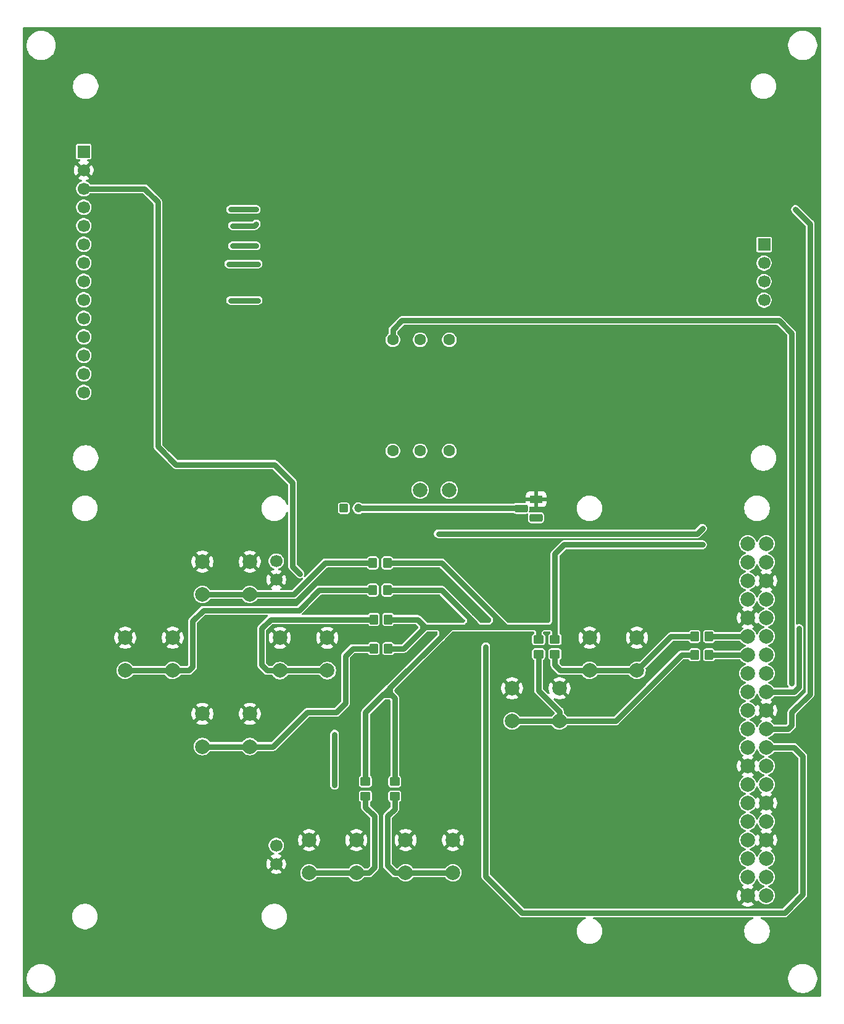
<source format=gbr>
%TF.GenerationSoftware,KiCad,Pcbnew,9.0.5*%
%TF.CreationDate,2025-10-16T02:52:29+02:00*%
%TF.ProjectId,Gameboy-interface-card,47616d65-626f-4792-9d69-6e7465726661,rev?*%
%TF.SameCoordinates,Original*%
%TF.FileFunction,Copper,L2,Bot*%
%TF.FilePolarity,Positive*%
%FSLAX46Y46*%
G04 Gerber Fmt 4.6, Leading zero omitted, Abs format (unit mm)*
G04 Created by KiCad (PCBNEW 9.0.5) date 2025-10-16 02:52:29*
%MOMM*%
%LPD*%
G01*
G04 APERTURE LIST*
G04 Aperture macros list*
%AMRoundRect*
0 Rectangle with rounded corners*
0 $1 Rounding radius*
0 $2 $3 $4 $5 $6 $7 $8 $9 X,Y pos of 4 corners*
0 Add a 4 corners polygon primitive as box body*
4,1,4,$2,$3,$4,$5,$6,$7,$8,$9,$2,$3,0*
0 Add four circle primitives for the rounded corners*
1,1,$1+$1,$2,$3*
1,1,$1+$1,$4,$5*
1,1,$1+$1,$6,$7*
1,1,$1+$1,$8,$9*
0 Add four rect primitives between the rounded corners*
20,1,$1+$1,$2,$3,$4,$5,0*
20,1,$1+$1,$4,$5,$6,$7,0*
20,1,$1+$1,$6,$7,$8,$9,0*
20,1,$1+$1,$8,$9,$2,$3,0*%
G04 Aperture macros list end*
%TA.AperFunction,ComponentPad*%
%ADD10C,2.000000*%
%TD*%
%TA.AperFunction,WasherPad*%
%ADD11R,1.700000X1.700000*%
%TD*%
%TA.AperFunction,WasherPad*%
%ADD12C,1.700000*%
%TD*%
%TA.AperFunction,ComponentPad*%
%ADD13R,1.700000X1.700000*%
%TD*%
%TA.AperFunction,ComponentPad*%
%ADD14C,1.700000*%
%TD*%
%TA.AperFunction,ComponentPad*%
%ADD15C,1.600000*%
%TD*%
%TA.AperFunction,SMDPad,CuDef*%
%ADD16RoundRect,0.250000X0.350000X0.450000X-0.350000X0.450000X-0.350000X-0.450000X0.350000X-0.450000X0*%
%TD*%
%TA.AperFunction,ComponentPad*%
%ADD17R,1.800000X1.100000*%
%TD*%
%TA.AperFunction,ComponentPad*%
%ADD18RoundRect,0.275000X-0.625000X0.275000X-0.625000X-0.275000X0.625000X-0.275000X0.625000X0.275000X0*%
%TD*%
%TA.AperFunction,SMDPad,CuDef*%
%ADD19RoundRect,0.250000X-0.450000X0.350000X-0.450000X-0.350000X0.450000X-0.350000X0.450000X0.350000X0*%
%TD*%
%TA.AperFunction,ComponentPad*%
%ADD20RoundRect,0.250000X-0.350000X-0.350000X0.350000X-0.350000X0.350000X0.350000X-0.350000X0.350000X0*%
%TD*%
%TA.AperFunction,ComponentPad*%
%ADD21C,1.200000*%
%TD*%
%TA.AperFunction,ViaPad*%
%ADD22C,0.500000*%
%TD*%
%TA.AperFunction,Conductor*%
%ADD23C,0.800000*%
%TD*%
%TA.AperFunction,Conductor*%
%ADD24C,1.000000*%
%TD*%
G04 APERTURE END LIST*
D10*
%TO.P,DOWN,1,1*%
%TO.N,GND*%
X50627500Y-124695000D03*
X57127500Y-124695000D03*
%TO.P,DOWN,2,2*%
%TO.N,Net-(R11-Pad2)*%
X50627500Y-129195000D03*
X57127500Y-129195000D03*
%TD*%
%TO.P,B,1,1*%
%TO.N,GND*%
X93122500Y-121195000D03*
X99622500Y-121195000D03*
%TO.P,B,2,2*%
%TO.N,Net-(R3-Pad2)*%
X93122500Y-125695000D03*
X99622500Y-125695000D03*
%TD*%
%TO.P,A,1,1*%
%TO.N,GND*%
X103752500Y-114255000D03*
X110252500Y-114255000D03*
%TO.P,A,2,2*%
%TO.N,Net-(R1-Pad2)*%
X103752500Y-118755000D03*
X110252500Y-118755000D03*
%TD*%
%TO.P,LEFT,1,1*%
%TO.N,GND*%
X40032500Y-114257500D03*
X46532500Y-114257500D03*
%TO.P,LEFT,2,2*%
%TO.N,Net-(R13-Pad2)*%
X40032500Y-118757500D03*
X46532500Y-118757500D03*
%TD*%
D11*
%TO.P,SCREEN,*%
%TO.N,*%
X127702420Y-60329999D03*
D12*
X127702420Y-62869999D03*
X127702420Y-65409999D03*
X127702420Y-67949999D03*
D13*
%TO.P,SCREEN,1,Pin_1*%
%TO.N,+5V*%
X34330000Y-47590000D03*
D14*
%TO.P,SCREEN,2,Pin_2*%
%TO.N,GND*%
X34330000Y-50130000D03*
%TO.P,SCREEN,3,Pin_3*%
%TO.N,SCREEN_CS*%
X34330000Y-52670000D03*
%TO.P,SCREEN,4,Pin_4*%
%TO.N,SCREEN_RESET*%
X34330000Y-55210000D03*
%TO.P,SCREEN,5,Pin_5*%
%TO.N,SCREEN_DC*%
X34330000Y-57750000D03*
%TO.P,SCREEN,6,Pin_6*%
%TO.N,SCREEN_MOSI*%
X34330000Y-60290000D03*
%TO.P,SCREEN,7,Pin_7*%
%TO.N,SCREEN_SCK*%
X34330000Y-62830000D03*
%TO.P,SCREEN,8,Pin_8*%
%TO.N,+5V*%
X34330000Y-65370000D03*
%TO.P,SCREEN,9,Pin_9*%
%TO.N,SCREEN_MISO*%
X34330000Y-67910000D03*
%TO.P,SCREEN,10,Pin_10*%
%TO.N,unconnected-(J1-Pin_10-Pad10)*%
X34330000Y-70450000D03*
%TO.P,SCREEN,11,Pin_11*%
%TO.N,unconnected-(J1-Pin_11-Pad11)*%
X34330000Y-72990000D03*
%TO.P,SCREEN,12,Pin_12*%
%TO.N,unconnected-(J1-Pin_12-Pad12)*%
X34330000Y-75530000D03*
%TO.P,SCREEN,13,Pin_13*%
%TO.N,unconnected-(J1-Pin_13-Pad13)*%
X34330000Y-78070000D03*
%TO.P,SCREEN,14,Pin_14*%
%TO.N,unconnected-(J1-Pin_14-Pad14)*%
X34330000Y-80610000D03*
%TD*%
D10*
%TO.P,RIGHT,1,1*%
%TO.N,GND*%
X61255158Y-114262500D03*
X67755158Y-114262500D03*
%TO.P,RIGHT,2,2*%
%TO.N,Net-(R15-Pad2)*%
X61255158Y-118762500D03*
X67755158Y-118762500D03*
%TD*%
%TO.P,START,1,1*%
%TO.N,GND*%
X78500000Y-142000000D03*
X85000000Y-142000000D03*
%TO.P,START,2,2*%
%TO.N,Net-(R7-Pad2)*%
X78500000Y-146500000D03*
X85000000Y-146500000D03*
%TD*%
%TO.P,RASPBERRY_PI,40,Pin_40*%
%TO.N,unconnected-(J2-Pin_40-Pad40)*%
X128002500Y-149632838D03*
%TO.P,RASPBERRY_PI,39,Pin_39*%
%TO.N,GND*%
X125462500Y-149632838D03*
%TO.P,RASPBERRY_PI,38,Pin_38*%
%TO.N,unconnected-(J2-Pin_38-Pad38)*%
X128002500Y-147092838D03*
%TO.P,RASPBERRY_PI,37,Pin_37*%
%TO.N,RIGHT*%
X125462500Y-147092838D03*
%TO.P,RASPBERRY_PI,36,Pin_36*%
%TO.N,START*%
X128002500Y-144552838D03*
%TO.P,RASPBERRY_PI,35,Pin_35*%
%TO.N,unconnected-(J2-Pin_35-Pad35)*%
X125462500Y-144552838D03*
%TO.P,RASPBERRY_PI,34,Pin_34*%
%TO.N,GND*%
X128002500Y-142012838D03*
%TO.P,RASPBERRY_PI,33,Pin_33*%
%TO.N,LEFT*%
X125462500Y-142012838D03*
%TO.P,RASPBERRY_PI,32,Pin_32*%
%TO.N,unconnected-(J2-Pin_32-Pad32)*%
X128002500Y-139472838D03*
%TO.P,RASPBERRY_PI,31,Pin_31*%
%TO.N,DOWN*%
X125462500Y-139472838D03*
%TO.P,RASPBERRY_PI,30,Pin_30*%
%TO.N,GND*%
X128002500Y-136932838D03*
%TO.P,RASPBERRY_PI,29,Pin_29*%
%TO.N,UP*%
X125462500Y-136932838D03*
%TO.P,RASPBERRY_PI,28,Pin_28*%
%TO.N,AUDIO*%
X128002500Y-134392838D03*
%TO.P,RASPBERRY_PI,27,Pin_27*%
%TO.N,SCREEN_MISO*%
X125462500Y-134392838D03*
%TO.P,RASPBERRY_PI,26,Pin_26*%
%TO.N,unconnected-(J2-Pin_26-Pad26)*%
X128002500Y-131852838D03*
%TO.P,RASPBERRY_PI,25,Pin_25*%
%TO.N,GND*%
X125462500Y-131852838D03*
%TO.P,RASPBERRY_PI,24,Pin_24*%
%TO.N,SCREEN_CS*%
X128002500Y-129312838D03*
%TO.P,RASPBERRY_PI,23,Pin_23*%
%TO.N,SCREEN_SCK*%
X125462500Y-129312838D03*
%TO.P,RASPBERRY_PI,22,Pin_22*%
%TO.N,SCREEN_RESET*%
X128002500Y-126772838D03*
%TO.P,RASPBERRY_PI,21,Pin_21*%
%TO.N,unconnected-(J2-Pin_21-Pad21)*%
X125462500Y-126772838D03*
%TO.P,RASPBERRY_PI,20,Pin_20*%
%TO.N,GND*%
X128002500Y-124232838D03*
%TO.P,RASPBERRY_PI,19,Pin_19*%
%TO.N,SCREEN_MOSI*%
X125462500Y-124232838D03*
%TO.P,RASPBERRY_PI,18,Pin_18*%
%TO.N,SCREEN_DC*%
X128002500Y-121692838D03*
%TO.P,RASPBERRY_PI,17,Pin_17*%
%TO.N,unconnected-(J2-Pin_17-Pad17)*%
X125462500Y-121692838D03*
%TO.P,RASPBERRY_PI,16,Pin_16*%
%TO.N,SELECT*%
X128002500Y-119152838D03*
%TO.P,RASPBERRY_PI,15,Pin_15*%
%TO.N,unconnected-(J2-Pin_15-Pad15)*%
X125462500Y-119152838D03*
%TO.P,RASPBERRY_PI,14,Pin_14*%
%TO.N,unconnected-(J2-Pin_14-Pad14)*%
X128002500Y-116612838D03*
%TO.P,RASPBERRY_PI,13,Pin_13*%
%TO.N,B*%
X125462500Y-116612838D03*
%TO.P,RASPBERRY_PI,12,Pin_12*%
%TO.N,unconnected-(J2-Pin_12-Pad12)*%
X128002500Y-114072838D03*
%TO.P,RASPBERRY_PI,11,Pin_11*%
%TO.N,A*%
X125462500Y-114072838D03*
%TO.P,RASPBERRY_PI,10,Pin_10*%
%TO.N,unconnected-(J2-Pin_10-Pad10)*%
X128002500Y-111532838D03*
%TO.P,RASPBERRY_PI,9,Pin_9*%
%TO.N,GND*%
X125462500Y-111532838D03*
%TO.P,RASPBERRY_PI,8,Pin_8*%
%TO.N,unconnected-(J2-Pin_8-Pad8)*%
X128002500Y-108992838D03*
%TO.P,RASPBERRY_PI,7,Pin_7*%
%TO.N,unconnected-(J2-Pin_7-Pad7)*%
X125462500Y-108992838D03*
%TO.P,RASPBERRY_PI,6,Pin_6*%
%TO.N,GND*%
X128002500Y-106452838D03*
%TO.P,RASPBERRY_PI,5,Pin_5*%
%TO.N,unconnected-(J2-Pin_5-Pad5)*%
X125462500Y-106452838D03*
%TO.P,RASPBERRY_PI,4,Pin_4*%
%TO.N,+5V*%
X128002500Y-103912838D03*
%TO.P,RASPBERRY_PI,3,Pin_3*%
%TO.N,unconnected-(J2-Pin_3-Pad3)*%
X125462500Y-103912838D03*
%TO.P,RASPBERRY_PI,2,Pin_2*%
%TO.N,+5V*%
X128002500Y-101372838D03*
%TO.P,RASPBERRY_PI,1,Pin_1*%
%TO.N,+3V3*%
X125462500Y-101372838D03*
%TD*%
%TO.P,SELECT,1,1*%
%TO.N,GND*%
X65250000Y-142010000D03*
X71750000Y-142010000D03*
%TO.P,SELECT,2,2*%
%TO.N,Net-(R5-Pad2)*%
X65250000Y-146510000D03*
X71750000Y-146510000D03*
%TD*%
%TO.P,UP,1,1*%
%TO.N,GND*%
X50622500Y-103820000D03*
X57122500Y-103820000D03*
%TO.P,UP,2,2*%
%TO.N,Net-(R10-Pad2)*%
X50622500Y-108320000D03*
X57122500Y-108320000D03*
%TD*%
D14*
%TO.P,Battery,1,Pin_1*%
%TO.N,+5V*%
X60748558Y-142757816D03*
X60750000Y-103750000D03*
%TO.P,Battery,2,Pin_2*%
%TO.N,GND*%
X60748558Y-145297816D03*
X60750000Y-106290000D03*
%TD*%
D10*
%TO.P,HP,1,1*%
%TO.N,+5V*%
X80500000Y-94000000D03*
%TO.P,HP,2,2*%
%TO.N,Net-(LS1-Pad2)*%
X84505019Y-94020837D03*
%TD*%
D15*
%TO.P,270[\u03A9],1*%
%TO.N,AUDIO*%
X76750000Y-73380000D03*
%TO.P,270[\u03A9],2*%
%TO.N,Net-(C1-Pad1)*%
X76750000Y-88620000D03*
%TD*%
%TO.P,8[\u03A9],1*%
%TO.N,Net-(LS1-Pad2)*%
X84500000Y-88620000D03*
%TO.P,8[\u03A9],2*%
%TO.N,Net-(Q2-C)*%
X84500000Y-73380000D03*
%TD*%
D16*
%TO.P,1[K\u03A9],1*%
%TO.N,B*%
X120150000Y-116600000D03*
%TO.P,1[K\u03A9],2*%
%TO.N,Net-(R3-Pad2)*%
X118150000Y-116600000D03*
%TD*%
%TO.P,1[K\u03A9],1*%
%TO.N,A*%
X120150000Y-114100000D03*
%TO.P,1[K\u03A9],2*%
%TO.N,Net-(R1-Pad2)*%
X118150000Y-114100000D03*
%TD*%
%TO.P,10[K\u03A9],1*%
%TO.N,+3V3*%
X76000000Y-107725000D03*
%TO.P,10[K\u03A9],2*%
%TO.N,Net-(R13-Pad2)*%
X74000000Y-107725000D03*
%TD*%
%TO.P,10[K\u03A9],1*%
%TO.N,+3V3*%
X76000000Y-104000000D03*
%TO.P,10[K\u03A9],2*%
%TO.N,Net-(R10-Pad2)*%
X74000000Y-104000000D03*
%TD*%
D17*
%TO.P,BC556,1,E*%
%TO.N,GND*%
X96420000Y-95250000D03*
D18*
%TO.P,BC556,2,B*%
%TO.N,Net-(Q2-B)*%
X94350000Y-96520000D03*
%TO.P,BC556,3,C*%
%TO.N,Net-(Q2-C)*%
X96420000Y-97790000D03*
%TD*%
D16*
%TO.P,10[K\u03A9],1*%
%TO.N,+3V3*%
X76125000Y-115750000D03*
%TO.P,10[K\u03A9],2*%
%TO.N,Net-(R11-Pad2)*%
X74125000Y-115750000D03*
%TD*%
D19*
%TO.P,10[K\u03A9],1*%
%TO.N,+3V3*%
X73000000Y-134000000D03*
%TO.P,10[K\u03A9],2*%
%TO.N,Net-(R5-Pad2)*%
X73000000Y-136000000D03*
%TD*%
%TO.P,10[K\u03A9],1*%
%TO.N,+3V3*%
X96750000Y-114500000D03*
%TO.P,10[K\u03A9],2*%
%TO.N,Net-(R3-Pad2)*%
X96750000Y-116500000D03*
%TD*%
D20*
%TO.P,10[uF],1*%
%TO.N,Net-(C1-Pad1)*%
X70027400Y-96500000D03*
D21*
%TO.P,10[uF],2*%
%TO.N,Net-(Q2-B)*%
X72027400Y-96500000D03*
%TD*%
D16*
%TO.P,10[K\u03A9],1*%
%TO.N,+3V3*%
X76125000Y-111750000D03*
%TO.P,10[K\u03A9],2*%
%TO.N,Net-(R15-Pad2)*%
X74125000Y-111750000D03*
%TD*%
D15*
%TO.P,15[k\u03A9],1*%
%TO.N,+5V*%
X80500000Y-88620000D03*
%TO.P,15[k\u03A9],2*%
%TO.N,Net-(Q2-B)*%
X80500000Y-73380000D03*
%TD*%
D19*
%TO.P,10[K\u03A9],1*%
%TO.N,+3V3*%
X77000000Y-134000000D03*
%TO.P,10[K\u03A9],2*%
%TO.N,Net-(R7-Pad2)*%
X77000000Y-136000000D03*
%TD*%
%TO.P,10[K\u03A9],1*%
%TO.N,+3V3*%
X99000000Y-114500000D03*
%TO.P,10[K\u03A9],2*%
%TO.N,Net-(R1-Pad2)*%
X99000000Y-116500000D03*
%TD*%
D22*
%TO.N,SCREEN_RESET*%
X54500000Y-55500000D03*
X132000000Y-55500000D03*
X58000000Y-55500000D03*
%TO.N,SCREEN_MOSI*%
X54750000Y-60500000D03*
X58000000Y-60500000D03*
%TO.N,+5V*%
X119250000Y-99250000D03*
X83000000Y-100000000D03*
%TO.N,SCREEN_SCK*%
X54250000Y-63000000D03*
X58250000Y-63000000D03*
%TO.N,SCREEN_MISO*%
X58250000Y-68000000D03*
X54500000Y-68000000D03*
%TO.N,SCREEN_DC*%
X54750000Y-57750000D03*
X58000000Y-57500000D03*
X132500000Y-113000000D03*
%TO.N,SCREEN_CS*%
X89500000Y-115500000D03*
X64000000Y-105500000D03*
%TO.N,AUDIO*%
X131500000Y-120500000D03*
%TO.N,+3V3*%
X119250000Y-101500000D03*
%TO.N,Net-(R15-Pad2)*%
X68750000Y-134500000D03*
X68750000Y-127500000D03*
%TD*%
D23*
%TO.N,Net-(Q2-B)*%
X94750000Y-96520000D02*
X94730000Y-96500000D01*
X94730000Y-96500000D02*
X72027400Y-96500000D01*
%TO.N,SCREEN_RESET*%
X131500000Y-124500000D02*
X131500000Y-126250000D01*
X130977162Y-126772838D02*
X128002500Y-126772838D01*
X134000000Y-57500000D02*
X134000000Y-122000000D01*
X131500000Y-126250000D02*
X130977162Y-126772838D01*
X132000000Y-55500000D02*
X134000000Y-57500000D01*
X54500000Y-55500000D02*
X58000000Y-55500000D01*
X134000000Y-122000000D02*
X131500000Y-124500000D01*
%TO.N,SCREEN_MOSI*%
X54750000Y-60500000D02*
X58000000Y-60500000D01*
%TO.N,+5V*%
X119250000Y-99250000D02*
X118500000Y-100000000D01*
X118000000Y-100000000D02*
X83000000Y-100000000D01*
X118500000Y-100000000D02*
X118000000Y-100000000D01*
%TO.N,SCREEN_SCK*%
X54250000Y-63000000D02*
X58250000Y-63000000D01*
%TO.N,SCREEN_MISO*%
X54500000Y-68000000D02*
X58250000Y-68000000D01*
%TO.N,SCREEN_DC*%
X132500000Y-121000000D02*
X131807162Y-121692838D01*
X57750000Y-57750000D02*
X58000000Y-57500000D01*
X131807162Y-121692838D02*
X128002500Y-121692838D01*
X54750000Y-57750000D02*
X57750000Y-57750000D01*
X132500000Y-113000000D02*
X132500000Y-121000000D01*
%TO.N,SCREEN_CS*%
X89500000Y-147000000D02*
X94500000Y-152000000D01*
X94500000Y-152000000D02*
X130500000Y-152000000D01*
X63000000Y-104500000D02*
X63000000Y-93000000D01*
X60500000Y-90500000D02*
X47000000Y-90500000D01*
X133000000Y-149500000D02*
X133000000Y-130500000D01*
X42670000Y-52670000D02*
X34330000Y-52670000D01*
X133000000Y-130500000D02*
X131812838Y-129312838D01*
X44500000Y-54500000D02*
X42670000Y-52670000D01*
X44500000Y-88000000D02*
X44500000Y-54500000D01*
X89500000Y-115500000D02*
X89500000Y-147000000D01*
X131812838Y-129312838D02*
X128002500Y-129312838D01*
X63000000Y-93000000D02*
X60500000Y-90500000D01*
X47000000Y-90500000D02*
X44500000Y-88000000D01*
X64000000Y-105500000D02*
X63000000Y-104500000D01*
X130500000Y-152000000D02*
X133000000Y-149500000D01*
%TO.N,AUDIO*%
X131500000Y-72500000D02*
X129750000Y-70750000D01*
X131500000Y-120500000D02*
X131500000Y-72500000D01*
X129750000Y-70750000D02*
X78000000Y-70750000D01*
X78000000Y-70750000D02*
X76750000Y-72000000D01*
X76750000Y-72000000D02*
X76750000Y-73380000D01*
%TO.N,+3V3*%
X96800000Y-113250000D02*
X97250000Y-112800000D01*
X98550000Y-112800000D02*
X97250000Y-112800000D01*
X76000000Y-104000000D02*
X83450000Y-104000000D01*
X92250000Y-112800000D02*
X96300000Y-112800000D01*
X83500000Y-114000000D02*
X83500000Y-113250000D01*
X87500000Y-112500000D02*
X87500000Y-111800000D01*
X76000000Y-107725000D02*
X83425000Y-107725000D01*
X99000000Y-102750000D02*
X99000000Y-112250000D01*
X83250000Y-112800000D02*
X83250000Y-113000000D01*
X80150000Y-111750000D02*
X80450000Y-112050000D01*
X77000000Y-122500000D02*
X76625000Y-122125000D01*
X84250000Y-112800000D02*
X86000000Y-112800000D01*
X83050000Y-112800000D02*
X83875000Y-113625000D01*
X86750000Y-112800000D02*
X87050000Y-112500000D01*
X76125000Y-115750000D02*
X78250000Y-115750000D01*
X76125000Y-111750000D02*
X80150000Y-111750000D01*
X75375000Y-122125000D02*
X73000000Y-124500000D01*
X87850000Y-112150000D02*
X88500000Y-112800000D01*
X98550000Y-112700000D02*
X99000000Y-112250000D01*
X91475000Y-112025000D02*
X92250000Y-112800000D01*
X97250000Y-112800000D02*
X96300000Y-112800000D01*
X78250000Y-115750000D02*
X80875000Y-113125000D01*
X99000000Y-114500000D02*
X99000000Y-113250000D01*
X82500000Y-112800000D02*
X83250000Y-112800000D01*
X76000000Y-121500000D02*
X76375000Y-121125000D01*
X86750000Y-112800000D02*
X87250000Y-112800000D01*
X77000000Y-122500000D02*
X76375000Y-121875000D01*
X99000000Y-113250000D02*
X98550000Y-112800000D01*
X73000000Y-124500000D02*
X73000000Y-134000000D01*
X90850000Y-111400000D02*
X90850000Y-112200000D01*
X87250000Y-112800000D02*
X87250000Y-112750000D01*
X76625000Y-122125000D02*
X75375000Y-122125000D01*
X98550000Y-112800000D02*
X98550000Y-112700000D01*
X80875000Y-112475000D02*
X80875000Y-113125000D01*
X83125000Y-114375000D02*
X83500000Y-114000000D01*
X83875000Y-113625000D02*
X84700000Y-112800000D01*
X83250000Y-112800000D02*
X84250000Y-112800000D01*
X76000000Y-121500000D02*
X75375000Y-122125000D01*
X90750000Y-112750000D02*
X91475000Y-112025000D01*
X90750000Y-112800000D02*
X92250000Y-112800000D01*
X83500000Y-113250000D02*
X83875000Y-113625000D01*
X87100000Y-111400000D02*
X87500000Y-111800000D01*
X90850000Y-111400000D02*
X91475000Y-112025000D01*
X77000000Y-122500000D02*
X76000000Y-121500000D01*
X87250000Y-112800000D02*
X88500000Y-112800000D01*
X88500000Y-112800000D02*
X90250000Y-112800000D01*
X87500000Y-112250000D02*
X87500000Y-111800000D01*
X83450000Y-104000000D02*
X90850000Y-111400000D01*
X76375000Y-121875000D02*
X76375000Y-121125000D01*
X84700000Y-112800000D02*
X86000000Y-112800000D01*
X100250000Y-101500000D02*
X99000000Y-102750000D01*
X96750000Y-113250000D02*
X96750000Y-114500000D01*
X96300000Y-112800000D02*
X96750000Y-113250000D01*
X90250000Y-112800000D02*
X90750000Y-112800000D01*
X87500000Y-111800000D02*
X87850000Y-112150000D01*
X90850000Y-112200000D02*
X90250000Y-112800000D01*
X83425000Y-107725000D02*
X87100000Y-111400000D01*
X87250000Y-112750000D02*
X87500000Y-112500000D01*
X86000000Y-112800000D02*
X86750000Y-112800000D01*
X87250000Y-112500000D02*
X87050000Y-112500000D01*
X80875000Y-113125000D02*
X81200000Y-112800000D01*
X87250000Y-112750000D02*
X87850000Y-112150000D01*
X96750000Y-113250000D02*
X96800000Y-113250000D01*
X76375000Y-121125000D02*
X83125000Y-114375000D01*
X90750000Y-112800000D02*
X90750000Y-112750000D01*
X80450000Y-112050000D02*
X80875000Y-112475000D01*
X83125000Y-114375000D02*
X83875000Y-113625000D01*
X87250000Y-112500000D02*
X87500000Y-112250000D01*
X81200000Y-112800000D02*
X82500000Y-112800000D01*
X99000000Y-112250000D02*
X99000000Y-114500000D01*
X87100000Y-111400000D02*
X87250000Y-111550000D01*
X119250000Y-101500000D02*
X100250000Y-101500000D01*
X83250000Y-113000000D02*
X83500000Y-113250000D01*
X80450000Y-112050000D02*
X81200000Y-112800000D01*
X87250000Y-111550000D02*
X87250000Y-112500000D01*
X77000000Y-134000000D02*
X77000000Y-122500000D01*
X82500000Y-112800000D02*
X83050000Y-112800000D01*
%TO.N,A*%
X120150000Y-114100000D02*
X125435338Y-114100000D01*
X125435338Y-114100000D02*
X125462500Y-114072838D01*
%TO.N,B*%
X120150000Y-116600000D02*
X125449662Y-116600000D01*
X125449662Y-116600000D02*
X125462500Y-116612838D01*
%TO.N,Net-(R1-Pad2)*%
X103752500Y-118755000D02*
X110252500Y-118755000D01*
X114907500Y-114100000D02*
X110252500Y-118755000D01*
X99000000Y-118000000D02*
X99755000Y-118755000D01*
X99000000Y-116500000D02*
X99000000Y-118000000D01*
X118150000Y-114100000D02*
X114907500Y-114100000D01*
X99755000Y-118755000D02*
X103752500Y-118755000D01*
%TO.N,Net-(R3-Pad2)*%
X116400000Y-116600000D02*
X107305000Y-125695000D01*
X107305000Y-125695000D02*
X99622500Y-125695000D01*
X93122500Y-125695000D02*
X99622500Y-125695000D01*
X96750000Y-116500000D02*
X96750000Y-121500000D01*
X99622500Y-124372500D02*
X99622500Y-125695000D01*
X96750000Y-121500000D02*
X99622500Y-124372500D01*
X118150000Y-116600000D02*
X116400000Y-116600000D01*
%TO.N,Net-(R5-Pad2)*%
X65250000Y-146510000D02*
X71750000Y-146510000D01*
X73000000Y-136000000D02*
X73000000Y-137500000D01*
X73490000Y-146510000D02*
X71750000Y-146510000D01*
X74250000Y-145750000D02*
X73490000Y-146510000D01*
X73000000Y-137500000D02*
X74250000Y-138750000D01*
X74250000Y-138750000D02*
X74250000Y-145750000D01*
%TO.N,Net-(R7-Pad2)*%
X78500000Y-146500000D02*
X85000000Y-146500000D01*
X77000000Y-137750000D02*
X76000000Y-138750000D01*
X76000000Y-138750000D02*
X76000000Y-145500000D01*
X77000000Y-146500000D02*
X78500000Y-146500000D01*
X77000000Y-136000000D02*
X77000000Y-137750000D01*
X76000000Y-145500000D02*
X77000000Y-146500000D01*
%TO.N,Net-(R10-Pad2)*%
X50622500Y-108320000D02*
X57122500Y-108320000D01*
X67500000Y-104000000D02*
X63180000Y-108320000D01*
X63180000Y-108320000D02*
X57122500Y-108320000D01*
X74000000Y-104000000D02*
X67500000Y-104000000D01*
%TO.N,Net-(R11-Pad2)*%
X74125000Y-115750000D02*
X71250000Y-115750000D01*
X70250000Y-116750000D02*
X70250000Y-123250000D01*
X65000000Y-124500000D02*
X60305000Y-129195000D01*
X60305000Y-129195000D02*
X57127500Y-129195000D01*
X71250000Y-115750000D02*
X70250000Y-116750000D01*
X69000000Y-124500000D02*
X65000000Y-124500000D01*
X57127500Y-129195000D02*
X50627500Y-129195000D01*
X70250000Y-123250000D02*
X69000000Y-124500000D01*
%TO.N,Net-(R13-Pad2)*%
X74000000Y-107725000D02*
X66650000Y-107725000D01*
X48742500Y-118757500D02*
X46532500Y-118757500D01*
X49250000Y-112000000D02*
X49250000Y-118250000D01*
X63875000Y-110500000D02*
X50750000Y-110500000D01*
X50750000Y-110500000D02*
X49250000Y-112000000D01*
X46532500Y-118757500D02*
X40032500Y-118757500D01*
X49250000Y-118250000D02*
X48742500Y-118757500D01*
X66650000Y-107725000D02*
X63875000Y-110500000D01*
%TO.N,Net-(R15-Pad2)*%
X61255158Y-118762500D02*
X67755158Y-118762500D01*
X59512500Y-118762500D02*
X61255158Y-118762500D01*
X60000000Y-111750000D02*
X58750000Y-113000000D01*
D24*
X61250000Y-118757342D02*
X61255158Y-118762500D01*
D23*
X58750000Y-118000000D02*
X59512500Y-118762500D01*
X74125000Y-111750000D02*
X60000000Y-111750000D01*
X58750000Y-113000000D02*
X58750000Y-118000000D01*
X68750000Y-134500000D02*
X68750000Y-127500000D01*
%TD*%
%TA.AperFunction,Conductor*%
%TO.N,GND*%
G36*
X126787212Y-147359076D02*
G01*
X126838688Y-147406320D01*
X126850431Y-147432034D01*
X126889954Y-147553674D01*
X126919951Y-147612545D01*
X126975740Y-147722037D01*
X127086810Y-147874911D01*
X127220427Y-148008528D01*
X127373301Y-148119598D01*
X127452847Y-148160128D01*
X127541663Y-148205383D01*
X127541665Y-148205383D01*
X127541668Y-148205385D01*
X127631234Y-148234487D01*
X127663303Y-148244907D01*
X127720978Y-148284345D01*
X127748176Y-148348704D01*
X127736261Y-148417550D01*
X127689016Y-148469026D01*
X127663303Y-148480769D01*
X127541663Y-148520292D01*
X127373300Y-148606078D01*
X127286079Y-148669448D01*
X127220427Y-148717148D01*
X127220425Y-148717150D01*
X127220424Y-148717150D01*
X127086812Y-148850762D01*
X127086805Y-148850771D01*
X127006307Y-148961565D01*
X126950977Y-149004231D01*
X126881364Y-149010209D01*
X126819569Y-148977602D01*
X126795505Y-148944974D01*
X126745414Y-148846666D01*
X126685158Y-148763732D01*
X126685158Y-148763731D01*
X125933215Y-149515675D01*
X125914448Y-149445635D01*
X125850597Y-149335041D01*
X125760297Y-149244741D01*
X125649703Y-149180890D01*
X125579662Y-149162122D01*
X126331605Y-148410178D01*
X126331604Y-148410176D01*
X126248670Y-148349922D01*
X126248669Y-148349921D01*
X126150363Y-148299831D01*
X126099567Y-148251857D01*
X126082772Y-148184036D01*
X126105310Y-148117901D01*
X126133773Y-148089029D01*
X126244573Y-148008528D01*
X126378190Y-147874911D01*
X126489260Y-147722037D01*
X126575047Y-147553670D01*
X126614569Y-147432033D01*
X126654007Y-147374359D01*
X126718366Y-147347161D01*
X126787212Y-147359076D01*
G37*
%TD.AperFunction*%
%TA.AperFunction,Conductor*%
G36*
X127550552Y-142200041D02*
G01*
X127614403Y-142310635D01*
X127704703Y-142400935D01*
X127815297Y-142464786D01*
X127885338Y-142483553D01*
X127133393Y-143235496D01*
X127216328Y-143295752D01*
X127314636Y-143345843D01*
X127365432Y-143393818D01*
X127382227Y-143461639D01*
X127359690Y-143527774D01*
X127331227Y-143556645D01*
X127220433Y-143637143D01*
X127220424Y-143637150D01*
X127086812Y-143770762D01*
X127086812Y-143770763D01*
X127086810Y-143770765D01*
X127039110Y-143836417D01*
X126975740Y-143923638D01*
X126889954Y-144092001D01*
X126850431Y-144213641D01*
X126810993Y-144271316D01*
X126746634Y-144298514D01*
X126677788Y-144286599D01*
X126626312Y-144239354D01*
X126614569Y-144213641D01*
X126575045Y-144092001D01*
X126489259Y-143923638D01*
X126461678Y-143885676D01*
X126378190Y-143770765D01*
X126244573Y-143637148D01*
X126091699Y-143526078D01*
X126043099Y-143501315D01*
X125923336Y-143440292D01*
X125848972Y-143416129D01*
X125801695Y-143400768D01*
X125744021Y-143361331D01*
X125716823Y-143296972D01*
X125728738Y-143228126D01*
X125775982Y-143176650D01*
X125801694Y-143164907D01*
X125923332Y-143125385D01*
X126091699Y-143039598D01*
X126244573Y-142928528D01*
X126378190Y-142794911D01*
X126458691Y-142684110D01*
X126514021Y-142641445D01*
X126583634Y-142635466D01*
X126645429Y-142668072D01*
X126669493Y-142700701D01*
X126719583Y-142799007D01*
X126719584Y-142799008D01*
X126779838Y-142881942D01*
X126779840Y-142881943D01*
X127531784Y-142129999D01*
X127550552Y-142200041D01*
G37*
%TD.AperFunction*%
%TA.AperFunction,Conductor*%
G36*
X126787212Y-139739076D02*
G01*
X126838688Y-139786320D01*
X126850431Y-139812034D01*
X126889954Y-139933674D01*
X126975740Y-140102037D01*
X127086810Y-140254911D01*
X127220427Y-140388528D01*
X127220430Y-140388530D01*
X127331227Y-140469029D01*
X127373893Y-140524359D01*
X127379872Y-140593972D01*
X127347266Y-140655767D01*
X127314638Y-140679831D01*
X127216333Y-140729921D01*
X127133394Y-140790178D01*
X127885338Y-141542122D01*
X127815297Y-141560890D01*
X127704703Y-141624741D01*
X127614403Y-141715041D01*
X127550552Y-141825635D01*
X127531784Y-141895676D01*
X126779840Y-141143732D01*
X126719583Y-141226671D01*
X126669493Y-141324976D01*
X126621518Y-141375771D01*
X126553697Y-141392566D01*
X126487563Y-141370028D01*
X126458691Y-141341565D01*
X126446638Y-141324976D01*
X126378190Y-141230765D01*
X126244573Y-141097148D01*
X126091699Y-140986078D01*
X125923336Y-140900292D01*
X125848972Y-140876129D01*
X125801695Y-140860768D01*
X125744021Y-140821331D01*
X125716823Y-140756972D01*
X125728738Y-140688126D01*
X125775982Y-140636650D01*
X125801694Y-140624907D01*
X125923332Y-140585385D01*
X126091699Y-140499598D01*
X126244573Y-140388528D01*
X126378190Y-140254911D01*
X126489260Y-140102037D01*
X126575047Y-139933670D01*
X126614569Y-139812033D01*
X126654007Y-139754359D01*
X126718366Y-139727161D01*
X126787212Y-139739076D01*
G37*
%TD.AperFunction*%
%TA.AperFunction,Conductor*%
G36*
X127550552Y-137120041D02*
G01*
X127614403Y-137230635D01*
X127704703Y-137320935D01*
X127815297Y-137384786D01*
X127885338Y-137403553D01*
X127133393Y-138155496D01*
X127216328Y-138215752D01*
X127314636Y-138265843D01*
X127365432Y-138313818D01*
X127382227Y-138381639D01*
X127359690Y-138447774D01*
X127331227Y-138476645D01*
X127220433Y-138557143D01*
X127220424Y-138557150D01*
X127086812Y-138690762D01*
X127086812Y-138690763D01*
X127086810Y-138690765D01*
X127039110Y-138756417D01*
X126975740Y-138843638D01*
X126889954Y-139012001D01*
X126850431Y-139133641D01*
X126810993Y-139191316D01*
X126746634Y-139218514D01*
X126677788Y-139206599D01*
X126626312Y-139159354D01*
X126614569Y-139133641D01*
X126604149Y-139101572D01*
X126575047Y-139012006D01*
X126575045Y-139012003D01*
X126575045Y-139012001D01*
X126489259Y-138843638D01*
X126485928Y-138839053D01*
X126378190Y-138690765D01*
X126244573Y-138557148D01*
X126091699Y-138446078D01*
X126043099Y-138421315D01*
X125923336Y-138360292D01*
X125848972Y-138336129D01*
X125801695Y-138320768D01*
X125744021Y-138281331D01*
X125716823Y-138216972D01*
X125728738Y-138148126D01*
X125775982Y-138096650D01*
X125801694Y-138084907D01*
X125923332Y-138045385D01*
X126091699Y-137959598D01*
X126244573Y-137848528D01*
X126378190Y-137714911D01*
X126458691Y-137604110D01*
X126514021Y-137561445D01*
X126583634Y-137555466D01*
X126645429Y-137588072D01*
X126669493Y-137620701D01*
X126719583Y-137719007D01*
X126719584Y-137719008D01*
X126779838Y-137801942D01*
X126779840Y-137801943D01*
X127531784Y-137049999D01*
X127550552Y-137120041D01*
G37*
%TD.AperFunction*%
%TA.AperFunction,Conductor*%
G36*
X126787212Y-134659076D02*
G01*
X126838688Y-134706320D01*
X126850431Y-134732034D01*
X126889954Y-134853674D01*
X126954585Y-134980518D01*
X126975740Y-135022037D01*
X127086810Y-135174911D01*
X127220427Y-135308528D01*
X127247021Y-135327850D01*
X127331227Y-135389029D01*
X127373893Y-135444359D01*
X127379872Y-135513972D01*
X127347266Y-135575767D01*
X127314638Y-135599831D01*
X127216333Y-135649921D01*
X127133394Y-135710178D01*
X127885338Y-136462122D01*
X127815297Y-136480890D01*
X127704703Y-136544741D01*
X127614403Y-136635041D01*
X127550552Y-136745635D01*
X127531784Y-136815676D01*
X126779840Y-136063732D01*
X126719583Y-136146671D01*
X126669493Y-136244976D01*
X126621518Y-136295771D01*
X126553697Y-136312566D01*
X126487563Y-136290028D01*
X126458691Y-136261565D01*
X126446638Y-136244976D01*
X126378190Y-136150765D01*
X126244573Y-136017148D01*
X126091699Y-135906078D01*
X125923336Y-135820292D01*
X125848972Y-135796129D01*
X125801695Y-135780768D01*
X125744021Y-135741331D01*
X125716823Y-135676972D01*
X125728738Y-135608126D01*
X125775982Y-135556650D01*
X125801694Y-135544907D01*
X125923332Y-135505385D01*
X126091699Y-135419598D01*
X126244573Y-135308528D01*
X126378190Y-135174911D01*
X126489260Y-135022037D01*
X126575047Y-134853670D01*
X126614569Y-134732033D01*
X126654007Y-134674359D01*
X126718366Y-134647161D01*
X126787212Y-134659076D01*
G37*
%TD.AperFunction*%
%TA.AperFunction,Conductor*%
G36*
X126685158Y-132721943D02*
G01*
X126685158Y-132721942D01*
X126745414Y-132639007D01*
X126745418Y-132639001D01*
X126795505Y-132540701D01*
X126843479Y-132489905D01*
X126911300Y-132473110D01*
X126977435Y-132495647D01*
X127006307Y-132524109D01*
X127086810Y-132634911D01*
X127220427Y-132768528D01*
X127373301Y-132879598D01*
X127452847Y-132920128D01*
X127541663Y-132965383D01*
X127541665Y-132965383D01*
X127541668Y-132965385D01*
X127631234Y-132994487D01*
X127663303Y-133004907D01*
X127720978Y-133044345D01*
X127748176Y-133108704D01*
X127736261Y-133177550D01*
X127689016Y-133229026D01*
X127663303Y-133240769D01*
X127541663Y-133280292D01*
X127373300Y-133366078D01*
X127286079Y-133429448D01*
X127220427Y-133477148D01*
X127220425Y-133477150D01*
X127220424Y-133477150D01*
X127086812Y-133610762D01*
X127086812Y-133610763D01*
X127086810Y-133610765D01*
X127039110Y-133676417D01*
X126975740Y-133763638D01*
X126889954Y-133932001D01*
X126850431Y-134053641D01*
X126810993Y-134111316D01*
X126746634Y-134138514D01*
X126677788Y-134126599D01*
X126626312Y-134079354D01*
X126614569Y-134053641D01*
X126575045Y-133932001D01*
X126489259Y-133763638D01*
X126378190Y-133610765D01*
X126244573Y-133477148D01*
X126133771Y-133396645D01*
X126091107Y-133341315D01*
X126085128Y-133271702D01*
X126117734Y-133209907D01*
X126150363Y-133185843D01*
X126248663Y-133135756D01*
X126248669Y-133135752D01*
X126331604Y-133075496D01*
X126331605Y-133075496D01*
X125579661Y-132323553D01*
X125649703Y-132304786D01*
X125760297Y-132240935D01*
X125850597Y-132150635D01*
X125914448Y-132040041D01*
X125933215Y-131969999D01*
X126685158Y-132721943D01*
G37*
%TD.AperFunction*%
%TA.AperFunction,Conductor*%
G36*
X126787212Y-129579076D02*
G01*
X126838688Y-129626320D01*
X126850431Y-129652034D01*
X126889954Y-129773674D01*
X126961117Y-129913338D01*
X126975740Y-129942037D01*
X127086810Y-130094911D01*
X127220427Y-130228528D01*
X127373301Y-130339598D01*
X127452847Y-130380128D01*
X127541663Y-130425383D01*
X127541665Y-130425383D01*
X127541668Y-130425385D01*
X127631234Y-130454487D01*
X127663303Y-130464907D01*
X127720978Y-130504345D01*
X127748176Y-130568704D01*
X127736261Y-130637550D01*
X127689016Y-130689026D01*
X127663303Y-130700769D01*
X127541663Y-130740292D01*
X127373300Y-130826078D01*
X127286079Y-130889448D01*
X127220427Y-130937148D01*
X127220425Y-130937150D01*
X127220424Y-130937150D01*
X127086812Y-131070762D01*
X127086805Y-131070771D01*
X127006307Y-131181565D01*
X126950977Y-131224231D01*
X126881364Y-131230209D01*
X126819569Y-131197602D01*
X126795505Y-131164974D01*
X126745414Y-131066666D01*
X126685158Y-130983732D01*
X126685158Y-130983731D01*
X125933215Y-131735675D01*
X125914448Y-131665635D01*
X125850597Y-131555041D01*
X125760297Y-131464741D01*
X125649703Y-131400890D01*
X125579662Y-131382122D01*
X126331605Y-130630178D01*
X126331604Y-130630176D01*
X126248670Y-130569922D01*
X126248669Y-130569921D01*
X126150363Y-130519831D01*
X126099567Y-130471857D01*
X126082772Y-130404036D01*
X126105310Y-130337901D01*
X126133773Y-130309029D01*
X126189947Y-130268216D01*
X126244573Y-130228528D01*
X126378190Y-130094911D01*
X126489260Y-129942037D01*
X126575047Y-129773670D01*
X126614569Y-129652033D01*
X126654007Y-129594359D01*
X126718366Y-129567161D01*
X126787212Y-129579076D01*
G37*
%TD.AperFunction*%
%TA.AperFunction,Conductor*%
G36*
X127550552Y-124420041D02*
G01*
X127614403Y-124530635D01*
X127704703Y-124620935D01*
X127815297Y-124684786D01*
X127885338Y-124703553D01*
X127133393Y-125455496D01*
X127216328Y-125515752D01*
X127314636Y-125565843D01*
X127365432Y-125613818D01*
X127382227Y-125681639D01*
X127359690Y-125747774D01*
X127331227Y-125776645D01*
X127220433Y-125857143D01*
X127220424Y-125857150D01*
X127086812Y-125990762D01*
X127086812Y-125990763D01*
X127086810Y-125990765D01*
X127067792Y-126016941D01*
X126975740Y-126143638D01*
X126889954Y-126312001D01*
X126850431Y-126433641D01*
X126810993Y-126491316D01*
X126746634Y-126518514D01*
X126677788Y-126506599D01*
X126626312Y-126459354D01*
X126614569Y-126433641D01*
X126580587Y-126329057D01*
X126575047Y-126312006D01*
X126575045Y-126312003D01*
X126575045Y-126312001D01*
X126524734Y-126213261D01*
X126489260Y-126143639D01*
X126378190Y-125990765D01*
X126244573Y-125857148D01*
X126091699Y-125746078D01*
X126043099Y-125721315D01*
X125923336Y-125660292D01*
X125848972Y-125636129D01*
X125801695Y-125620768D01*
X125744021Y-125581331D01*
X125716823Y-125516972D01*
X125728738Y-125448126D01*
X125775982Y-125396650D01*
X125801694Y-125384907D01*
X125923332Y-125345385D01*
X126091699Y-125259598D01*
X126244573Y-125148528D01*
X126378190Y-125014911D01*
X126458691Y-124904110D01*
X126514021Y-124861445D01*
X126583634Y-124855466D01*
X126645429Y-124888072D01*
X126669493Y-124920701D01*
X126719583Y-125019007D01*
X126719584Y-125019008D01*
X126779838Y-125101942D01*
X126779840Y-125101943D01*
X127531784Y-124349999D01*
X127550552Y-124420041D01*
G37*
%TD.AperFunction*%
%TA.AperFunction,Conductor*%
G36*
X126787212Y-121959076D02*
G01*
X126838688Y-122006320D01*
X126850430Y-122032032D01*
X126856705Y-122051345D01*
X126889954Y-122153674D01*
X126940265Y-122252414D01*
X126975740Y-122322037D01*
X127086810Y-122474911D01*
X127220427Y-122608528D01*
X127220430Y-122608530D01*
X127331227Y-122689029D01*
X127373893Y-122744359D01*
X127379872Y-122813972D01*
X127347266Y-122875767D01*
X127314638Y-122899831D01*
X127216333Y-122949921D01*
X127133394Y-123010178D01*
X127885338Y-123762122D01*
X127815297Y-123780890D01*
X127704703Y-123844741D01*
X127614403Y-123935041D01*
X127550552Y-124045635D01*
X127531784Y-124115676D01*
X126779840Y-123363732D01*
X126719583Y-123446671D01*
X126669493Y-123544976D01*
X126621518Y-123595771D01*
X126553697Y-123612566D01*
X126487563Y-123590028D01*
X126458691Y-123561565D01*
X126446638Y-123544976D01*
X126378190Y-123450765D01*
X126244573Y-123317148D01*
X126091699Y-123206078D01*
X126069957Y-123195000D01*
X125923336Y-123120292D01*
X125848972Y-123096129D01*
X125801695Y-123080768D01*
X125744021Y-123041331D01*
X125716823Y-122976972D01*
X125728738Y-122908126D01*
X125775982Y-122856650D01*
X125801694Y-122844907D01*
X125923332Y-122805385D01*
X126091699Y-122719598D01*
X126244573Y-122608528D01*
X126378190Y-122474911D01*
X126489260Y-122322037D01*
X126575047Y-122153670D01*
X126614569Y-122032033D01*
X126654007Y-121974359D01*
X126718366Y-121947161D01*
X126787212Y-121959076D01*
G37*
%TD.AperFunction*%
%TA.AperFunction,Conductor*%
G36*
X126685158Y-112401943D02*
G01*
X126685158Y-112401942D01*
X126745414Y-112319007D01*
X126745418Y-112319001D01*
X126795505Y-112220701D01*
X126843479Y-112169905D01*
X126911300Y-112153110D01*
X126977435Y-112175647D01*
X127006307Y-112204109D01*
X127086810Y-112314911D01*
X127220427Y-112448528D01*
X127373301Y-112559598D01*
X127452847Y-112600128D01*
X127541663Y-112645383D01*
X127541665Y-112645383D01*
X127541668Y-112645385D01*
X127631234Y-112674487D01*
X127663303Y-112684907D01*
X127720978Y-112724345D01*
X127748176Y-112788704D01*
X127736261Y-112857550D01*
X127689016Y-112909026D01*
X127663303Y-112920769D01*
X127541663Y-112960292D01*
X127373300Y-113046078D01*
X127327905Y-113079060D01*
X127220427Y-113157148D01*
X127220425Y-113157150D01*
X127220424Y-113157150D01*
X127086812Y-113290762D01*
X127086812Y-113290763D01*
X127086810Y-113290765D01*
X127080030Y-113300097D01*
X126975740Y-113443638D01*
X126889954Y-113612001D01*
X126850431Y-113733641D01*
X126810993Y-113791316D01*
X126746634Y-113818514D01*
X126677788Y-113806599D01*
X126626312Y-113759354D01*
X126614569Y-113733641D01*
X126583987Y-113639520D01*
X126575047Y-113612006D01*
X126575045Y-113612003D01*
X126575045Y-113612001D01*
X126529790Y-113523185D01*
X126489260Y-113443639D01*
X126378190Y-113290765D01*
X126244573Y-113157148D01*
X126133771Y-113076645D01*
X126091107Y-113021315D01*
X126085128Y-112951702D01*
X126117734Y-112889907D01*
X126150363Y-112865843D01*
X126248663Y-112815756D01*
X126248669Y-112815752D01*
X126331604Y-112755496D01*
X126331605Y-112755496D01*
X125579661Y-112003553D01*
X125649703Y-111984786D01*
X125760297Y-111920935D01*
X125850597Y-111830635D01*
X125914448Y-111720041D01*
X125933215Y-111649999D01*
X126685158Y-112401943D01*
G37*
%TD.AperFunction*%
%TA.AperFunction,Conductor*%
G36*
X126787212Y-109259076D02*
G01*
X126838688Y-109306320D01*
X126850431Y-109332034D01*
X126889954Y-109453674D01*
X126924004Y-109520500D01*
X126975740Y-109622037D01*
X127086810Y-109774911D01*
X127220427Y-109908528D01*
X127373301Y-110019598D01*
X127452847Y-110060128D01*
X127541663Y-110105383D01*
X127541665Y-110105383D01*
X127541668Y-110105385D01*
X127621383Y-110131286D01*
X127663303Y-110144907D01*
X127720978Y-110184345D01*
X127748176Y-110248704D01*
X127736261Y-110317550D01*
X127689016Y-110369026D01*
X127663303Y-110380769D01*
X127541663Y-110420292D01*
X127373300Y-110506078D01*
X127286079Y-110569448D01*
X127220427Y-110617148D01*
X127220425Y-110617150D01*
X127220424Y-110617150D01*
X127086812Y-110750762D01*
X127086805Y-110750771D01*
X127006307Y-110861565D01*
X126950977Y-110904231D01*
X126881364Y-110910209D01*
X126819569Y-110877602D01*
X126795505Y-110844974D01*
X126745414Y-110746666D01*
X126685158Y-110663732D01*
X126685158Y-110663731D01*
X125933215Y-111415675D01*
X125914448Y-111345635D01*
X125850597Y-111235041D01*
X125760297Y-111144741D01*
X125649703Y-111080890D01*
X125579662Y-111062122D01*
X126331605Y-110310178D01*
X126331604Y-110310176D01*
X126248670Y-110249922D01*
X126248669Y-110249921D01*
X126150363Y-110199831D01*
X126099567Y-110151857D01*
X126082772Y-110084036D01*
X126105310Y-110017901D01*
X126133773Y-109989029D01*
X126244573Y-109908528D01*
X126378190Y-109774911D01*
X126489260Y-109622037D01*
X126575047Y-109453670D01*
X126614569Y-109332033D01*
X126654007Y-109274359D01*
X126718366Y-109247161D01*
X126787212Y-109259076D01*
G37*
%TD.AperFunction*%
%TA.AperFunction,Conductor*%
G36*
X127550552Y-106640041D02*
G01*
X127614403Y-106750635D01*
X127704703Y-106840935D01*
X127815297Y-106904786D01*
X127885338Y-106923553D01*
X127133393Y-107675496D01*
X127216328Y-107735752D01*
X127314636Y-107785843D01*
X127365432Y-107833818D01*
X127382227Y-107901639D01*
X127359690Y-107967774D01*
X127331227Y-107996645D01*
X127220433Y-108077143D01*
X127220424Y-108077150D01*
X127086812Y-108210762D01*
X127086812Y-108210763D01*
X127086810Y-108210765D01*
X127073366Y-108229269D01*
X126975740Y-108363638D01*
X126889954Y-108532001D01*
X126850431Y-108653641D01*
X126810993Y-108711316D01*
X126746634Y-108738514D01*
X126677788Y-108726599D01*
X126626312Y-108679354D01*
X126614569Y-108653641D01*
X126575045Y-108532001D01*
X126498545Y-108381862D01*
X126489260Y-108363639D01*
X126378190Y-108210765D01*
X126244573Y-108077148D01*
X126091699Y-107966078D01*
X126043099Y-107941315D01*
X125923336Y-107880292D01*
X125848972Y-107856129D01*
X125801695Y-107840768D01*
X125744021Y-107801331D01*
X125716823Y-107736972D01*
X125728738Y-107668126D01*
X125775982Y-107616650D01*
X125801694Y-107604907D01*
X125923332Y-107565385D01*
X126091699Y-107479598D01*
X126244573Y-107368528D01*
X126378190Y-107234911D01*
X126458691Y-107124110D01*
X126514021Y-107081445D01*
X126583634Y-107075466D01*
X126645429Y-107108072D01*
X126669493Y-107140701D01*
X126719583Y-107239007D01*
X126719584Y-107239008D01*
X126779838Y-107321942D01*
X126779840Y-107321943D01*
X127531784Y-106569999D01*
X127550552Y-106640041D01*
G37*
%TD.AperFunction*%
%TA.AperFunction,Conductor*%
G36*
X126787212Y-104179076D02*
G01*
X126838688Y-104226320D01*
X126850430Y-104252032D01*
X126865791Y-104299310D01*
X126889954Y-104373674D01*
X126956495Y-104504266D01*
X126975740Y-104542037D01*
X127086810Y-104694911D01*
X127220427Y-104828528D01*
X127319487Y-104900500D01*
X127331227Y-104909029D01*
X127373893Y-104964359D01*
X127379872Y-105033972D01*
X127347266Y-105095767D01*
X127314638Y-105119831D01*
X127216333Y-105169921D01*
X127133394Y-105230178D01*
X127885338Y-105982122D01*
X127815297Y-106000890D01*
X127704703Y-106064741D01*
X127614403Y-106155041D01*
X127550552Y-106265635D01*
X127531784Y-106335676D01*
X126779840Y-105583732D01*
X126719583Y-105666671D01*
X126669493Y-105764976D01*
X126621518Y-105815771D01*
X126553697Y-105832566D01*
X126487563Y-105810028D01*
X126458691Y-105781565D01*
X126451583Y-105771782D01*
X126378190Y-105670765D01*
X126244573Y-105537148D01*
X126091699Y-105426078D01*
X126081621Y-105420943D01*
X125923336Y-105340292D01*
X125848972Y-105316129D01*
X125801695Y-105300768D01*
X125744021Y-105261331D01*
X125716823Y-105196972D01*
X125728738Y-105128126D01*
X125775982Y-105076650D01*
X125801694Y-105064907D01*
X125923332Y-105025385D01*
X126091699Y-104939598D01*
X126244573Y-104828528D01*
X126378190Y-104694911D01*
X126489260Y-104542037D01*
X126575047Y-104373670D01*
X126614569Y-104252033D01*
X126654007Y-104194359D01*
X126718366Y-104167161D01*
X126787212Y-104179076D01*
G37*
%TD.AperFunction*%
%TA.AperFunction,Conductor*%
G36*
X135442539Y-30520185D02*
G01*
X135488294Y-30572989D01*
X135499500Y-30624500D01*
X135499500Y-163375500D01*
X135479815Y-163442539D01*
X135427011Y-163488294D01*
X135375500Y-163499500D01*
X26124500Y-163499500D01*
X26057461Y-163479815D01*
X26011706Y-163427011D01*
X26000500Y-163375500D01*
X26000500Y-160868872D01*
X26499500Y-160868872D01*
X26499500Y-161131127D01*
X26520436Y-161290140D01*
X26533730Y-161391116D01*
X26555178Y-161471161D01*
X26601602Y-161644418D01*
X26601605Y-161644428D01*
X26701953Y-161886690D01*
X26701958Y-161886700D01*
X26833075Y-162113803D01*
X26992718Y-162321851D01*
X26992726Y-162321860D01*
X27178140Y-162507274D01*
X27178148Y-162507281D01*
X27386196Y-162666924D01*
X27613299Y-162798041D01*
X27613309Y-162798046D01*
X27855571Y-162898394D01*
X27855581Y-162898398D01*
X28108884Y-162966270D01*
X28368880Y-163000500D01*
X28368887Y-163000500D01*
X28631113Y-163000500D01*
X28631120Y-163000500D01*
X28891116Y-162966270D01*
X29144419Y-162898398D01*
X29386697Y-162798043D01*
X29613803Y-162666924D01*
X29821851Y-162507282D01*
X29821855Y-162507277D01*
X29821860Y-162507274D01*
X30007274Y-162321860D01*
X30007277Y-162321855D01*
X30007282Y-162321851D01*
X30166924Y-162113803D01*
X30298043Y-161886697D01*
X30398398Y-161644419D01*
X30466270Y-161391116D01*
X30500500Y-161131120D01*
X30500500Y-160868880D01*
X30500499Y-160868872D01*
X130999500Y-160868872D01*
X130999500Y-161131127D01*
X131020436Y-161290140D01*
X131033730Y-161391116D01*
X131055178Y-161471161D01*
X131101602Y-161644418D01*
X131101605Y-161644428D01*
X131201953Y-161886690D01*
X131201958Y-161886700D01*
X131333075Y-162113803D01*
X131492718Y-162321851D01*
X131492726Y-162321860D01*
X131678140Y-162507274D01*
X131678148Y-162507281D01*
X131886196Y-162666924D01*
X132113299Y-162798041D01*
X132113309Y-162798046D01*
X132355571Y-162898394D01*
X132355581Y-162898398D01*
X132608884Y-162966270D01*
X132868880Y-163000500D01*
X132868887Y-163000500D01*
X133131113Y-163000500D01*
X133131120Y-163000500D01*
X133391116Y-162966270D01*
X133644419Y-162898398D01*
X133886697Y-162798043D01*
X134113803Y-162666924D01*
X134321851Y-162507282D01*
X134321855Y-162507277D01*
X134321860Y-162507274D01*
X134507274Y-162321860D01*
X134507277Y-162321855D01*
X134507282Y-162321851D01*
X134666924Y-162113803D01*
X134798043Y-161886697D01*
X134898398Y-161644419D01*
X134966270Y-161391116D01*
X135000500Y-161131120D01*
X135000500Y-160868880D01*
X134966270Y-160608884D01*
X134898398Y-160355581D01*
X134800204Y-160118520D01*
X134798046Y-160113309D01*
X134798041Y-160113299D01*
X134666924Y-159886196D01*
X134507281Y-159678148D01*
X134507274Y-159678140D01*
X134321860Y-159492726D01*
X134321851Y-159492718D01*
X134113803Y-159333075D01*
X133886700Y-159201958D01*
X133886690Y-159201953D01*
X133644428Y-159101605D01*
X133644421Y-159101603D01*
X133644419Y-159101602D01*
X133391116Y-159033730D01*
X133333339Y-159026123D01*
X133131127Y-158999500D01*
X133131120Y-158999500D01*
X132868880Y-158999500D01*
X132868872Y-158999500D01*
X132637772Y-159029926D01*
X132608884Y-159033730D01*
X132355581Y-159101602D01*
X132355571Y-159101605D01*
X132113309Y-159201953D01*
X132113299Y-159201958D01*
X131886196Y-159333075D01*
X131678148Y-159492718D01*
X131492718Y-159678148D01*
X131333075Y-159886196D01*
X131201958Y-160113299D01*
X131201953Y-160113309D01*
X131101605Y-160355571D01*
X131101602Y-160355581D01*
X131033730Y-160608885D01*
X130999500Y-160868872D01*
X30500499Y-160868872D01*
X30466270Y-160608884D01*
X30398398Y-160355581D01*
X30300204Y-160118520D01*
X30298046Y-160113309D01*
X30298041Y-160113299D01*
X30166924Y-159886196D01*
X30007281Y-159678148D01*
X30007274Y-159678140D01*
X29821860Y-159492726D01*
X29821851Y-159492718D01*
X29613803Y-159333075D01*
X29386700Y-159201958D01*
X29386690Y-159201953D01*
X29144428Y-159101605D01*
X29144421Y-159101603D01*
X29144419Y-159101602D01*
X28891116Y-159033730D01*
X28833339Y-159026123D01*
X28631127Y-158999500D01*
X28631120Y-158999500D01*
X28368880Y-158999500D01*
X28368872Y-158999500D01*
X28137772Y-159029926D01*
X28108884Y-159033730D01*
X27855581Y-159101602D01*
X27855571Y-159101605D01*
X27613309Y-159201953D01*
X27613299Y-159201958D01*
X27386196Y-159333075D01*
X27178148Y-159492718D01*
X26992718Y-159678148D01*
X26833075Y-159886196D01*
X26701958Y-160113299D01*
X26701953Y-160113309D01*
X26601605Y-160355571D01*
X26601602Y-160355581D01*
X26533730Y-160608885D01*
X26499500Y-160868872D01*
X26000500Y-160868872D01*
X26000500Y-152385258D01*
X32749500Y-152385258D01*
X32749500Y-152614741D01*
X32774119Y-152801727D01*
X32779452Y-152842238D01*
X32802832Y-152929494D01*
X32838842Y-153063887D01*
X32926650Y-153275876D01*
X32926657Y-153275890D01*
X33041392Y-153474617D01*
X33181081Y-153656661D01*
X33181089Y-153656670D01*
X33343330Y-153818911D01*
X33343338Y-153818918D01*
X33525382Y-153958607D01*
X33525385Y-153958608D01*
X33525388Y-153958611D01*
X33724112Y-154073344D01*
X33724117Y-154073346D01*
X33724123Y-154073349D01*
X33815480Y-154111190D01*
X33936113Y-154161158D01*
X34157762Y-154220548D01*
X34385266Y-154250500D01*
X34385273Y-154250500D01*
X34614727Y-154250500D01*
X34614734Y-154250500D01*
X34842238Y-154220548D01*
X35063887Y-154161158D01*
X35275888Y-154073344D01*
X35474612Y-153958611D01*
X35656661Y-153818919D01*
X35656665Y-153818914D01*
X35656670Y-153818911D01*
X35818911Y-153656670D01*
X35818914Y-153656665D01*
X35818919Y-153656661D01*
X35958611Y-153474612D01*
X36073344Y-153275888D01*
X36161158Y-153063887D01*
X36220548Y-152842238D01*
X36250500Y-152614734D01*
X36250500Y-152385266D01*
X36250499Y-152385258D01*
X58749500Y-152385258D01*
X58749500Y-152614741D01*
X58774119Y-152801727D01*
X58779452Y-152842238D01*
X58802832Y-152929494D01*
X58838842Y-153063887D01*
X58926650Y-153275876D01*
X58926657Y-153275890D01*
X59041392Y-153474617D01*
X59181081Y-153656661D01*
X59181089Y-153656670D01*
X59343330Y-153818911D01*
X59343338Y-153818918D01*
X59525382Y-153958607D01*
X59525385Y-153958608D01*
X59525388Y-153958611D01*
X59724112Y-154073344D01*
X59724117Y-154073346D01*
X59724123Y-154073349D01*
X59815480Y-154111190D01*
X59936113Y-154161158D01*
X60157762Y-154220548D01*
X60385266Y-154250500D01*
X60385273Y-154250500D01*
X60614727Y-154250500D01*
X60614734Y-154250500D01*
X60842238Y-154220548D01*
X61063887Y-154161158D01*
X61275888Y-154073344D01*
X61474612Y-153958611D01*
X61656661Y-153818919D01*
X61656665Y-153818914D01*
X61656670Y-153818911D01*
X61818911Y-153656670D01*
X61818914Y-153656665D01*
X61818919Y-153656661D01*
X61958611Y-153474612D01*
X62073344Y-153275888D01*
X62161158Y-153063887D01*
X62220548Y-152842238D01*
X62250500Y-152614734D01*
X62250500Y-152385266D01*
X62220548Y-152157762D01*
X62161158Y-151936113D01*
X62073344Y-151724112D01*
X61958611Y-151525388D01*
X61958608Y-151525385D01*
X61958607Y-151525382D01*
X61818918Y-151343338D01*
X61818911Y-151343330D01*
X61656670Y-151181089D01*
X61656661Y-151181081D01*
X61474617Y-151041392D01*
X61275890Y-150926657D01*
X61275876Y-150926650D01*
X61063887Y-150838842D01*
X60842238Y-150779452D01*
X60804215Y-150774446D01*
X60614741Y-150749500D01*
X60614734Y-150749500D01*
X60385266Y-150749500D01*
X60385258Y-150749500D01*
X60168715Y-150778009D01*
X60157762Y-150779452D01*
X60066975Y-150803778D01*
X59936112Y-150838842D01*
X59724123Y-150926650D01*
X59724109Y-150926657D01*
X59525382Y-151041392D01*
X59343338Y-151181081D01*
X59181081Y-151343338D01*
X59041392Y-151525382D01*
X58926657Y-151724109D01*
X58926650Y-151724123D01*
X58838842Y-151936112D01*
X58779453Y-152157759D01*
X58779451Y-152157770D01*
X58749500Y-152385258D01*
X36250499Y-152385258D01*
X36220548Y-152157762D01*
X36161158Y-151936113D01*
X36073344Y-151724112D01*
X35958611Y-151525388D01*
X35958608Y-151525385D01*
X35958607Y-151525382D01*
X35818918Y-151343338D01*
X35818911Y-151343330D01*
X35656670Y-151181089D01*
X35656661Y-151181081D01*
X35474617Y-151041392D01*
X35275890Y-150926657D01*
X35275876Y-150926650D01*
X35063887Y-150838842D01*
X34842238Y-150779452D01*
X34804215Y-150774446D01*
X34614741Y-150749500D01*
X34614734Y-150749500D01*
X34385266Y-150749500D01*
X34385258Y-150749500D01*
X34168715Y-150778009D01*
X34157762Y-150779452D01*
X34066975Y-150803778D01*
X33936112Y-150838842D01*
X33724123Y-150926650D01*
X33724109Y-150926657D01*
X33525382Y-151041392D01*
X33343338Y-151181081D01*
X33181081Y-151343338D01*
X33041392Y-151525382D01*
X32926657Y-151724109D01*
X32926650Y-151724123D01*
X32838842Y-151936112D01*
X32779453Y-152157759D01*
X32779451Y-152157770D01*
X32749500Y-152385258D01*
X26000500Y-152385258D01*
X26000500Y-145191569D01*
X59398558Y-145191569D01*
X59398558Y-145404062D01*
X59431800Y-145613943D01*
X59431800Y-145613946D01*
X59497462Y-145816033D01*
X59593933Y-146005366D01*
X59633286Y-146059532D01*
X60265595Y-145427224D01*
X60282633Y-145490809D01*
X60348459Y-145604823D01*
X60441551Y-145697915D01*
X60555565Y-145763741D01*
X60619148Y-145780778D01*
X59986840Y-146413085D01*
X59986840Y-146413086D01*
X60041007Y-146452440D01*
X60230340Y-146548911D01*
X60432428Y-146614573D01*
X60642312Y-146647816D01*
X60854804Y-146647816D01*
X61064685Y-146614573D01*
X61064688Y-146614573D01*
X61266775Y-146548911D01*
X61456112Y-146452438D01*
X61506935Y-146415513D01*
X64049500Y-146415513D01*
X64049500Y-146604486D01*
X64079059Y-146791118D01*
X64137454Y-146970836D01*
X64192596Y-147079057D01*
X64223240Y-147139199D01*
X64334310Y-147292073D01*
X64467927Y-147425690D01*
X64620801Y-147536760D01*
X64653989Y-147553670D01*
X64789163Y-147622545D01*
X64789165Y-147622545D01*
X64789168Y-147622547D01*
X64885497Y-147653846D01*
X64968881Y-147680940D01*
X65155514Y-147710500D01*
X65155519Y-147710500D01*
X65344486Y-147710500D01*
X65531118Y-147680940D01*
X65710832Y-147622547D01*
X65879199Y-147536760D01*
X66032073Y-147425690D01*
X66165690Y-147292073D01*
X66260475Y-147161613D01*
X66315804Y-147118949D01*
X66360792Y-147110500D01*
X70639208Y-147110500D01*
X70706247Y-147130185D01*
X70739524Y-147161612D01*
X70834310Y-147292073D01*
X70967927Y-147425690D01*
X71120801Y-147536760D01*
X71153989Y-147553670D01*
X71289163Y-147622545D01*
X71289165Y-147622545D01*
X71289168Y-147622547D01*
X71385497Y-147653846D01*
X71468881Y-147680940D01*
X71655514Y-147710500D01*
X71655519Y-147710500D01*
X71844486Y-147710500D01*
X72031118Y-147680940D01*
X72210832Y-147622547D01*
X72379199Y-147536760D01*
X72532073Y-147425690D01*
X72665690Y-147292073D01*
X72760475Y-147161613D01*
X72815804Y-147118949D01*
X72860792Y-147110500D01*
X73403331Y-147110500D01*
X73403347Y-147110501D01*
X73410943Y-147110501D01*
X73569054Y-147110501D01*
X73569057Y-147110501D01*
X73721785Y-147069577D01*
X73806965Y-147020398D01*
X73858716Y-146990520D01*
X73970520Y-146878716D01*
X73970520Y-146878714D01*
X73980724Y-146868511D01*
X73980728Y-146868506D01*
X74608506Y-146240728D01*
X74608511Y-146240724D01*
X74618714Y-146230520D01*
X74618716Y-146230520D01*
X74730520Y-146118716D01*
X74782040Y-146029480D01*
X74795963Y-146005366D01*
X74809574Y-145981790D01*
X74809573Y-145981790D01*
X74809577Y-145981785D01*
X74850500Y-145829058D01*
X74850500Y-145670943D01*
X74850500Y-145579054D01*
X75399498Y-145579054D01*
X75400907Y-145584312D01*
X75440423Y-145731785D01*
X75440424Y-145731787D01*
X75440423Y-145731787D01*
X75445318Y-145740264D01*
X75445319Y-145740265D01*
X75519477Y-145868712D01*
X75519481Y-145868717D01*
X75638349Y-145987585D01*
X75638354Y-145987589D01*
X76631284Y-146980520D01*
X76631286Y-146980521D01*
X76631290Y-146980524D01*
X76700355Y-147020398D01*
X76768216Y-147059577D01*
X76920943Y-147100501D01*
X76920945Y-147100501D01*
X77086654Y-147100501D01*
X77086670Y-147100500D01*
X77389208Y-147100500D01*
X77456247Y-147120185D01*
X77489524Y-147151612D01*
X77584310Y-147282073D01*
X77717927Y-147415690D01*
X77870801Y-147526760D01*
X77923615Y-147553670D01*
X78039163Y-147612545D01*
X78039165Y-147612545D01*
X78039168Y-147612547D01*
X78069945Y-147622547D01*
X78218881Y-147670940D01*
X78405514Y-147700500D01*
X78405519Y-147700500D01*
X78594486Y-147700500D01*
X78781118Y-147670940D01*
X78960832Y-147612547D01*
X79129199Y-147526760D01*
X79282073Y-147415690D01*
X79415690Y-147282073D01*
X79510475Y-147151613D01*
X79565804Y-147108949D01*
X79610792Y-147100500D01*
X83889208Y-147100500D01*
X83956247Y-147120185D01*
X83989524Y-147151612D01*
X84084310Y-147282073D01*
X84217927Y-147415690D01*
X84370801Y-147526760D01*
X84423615Y-147553670D01*
X84539163Y-147612545D01*
X84539165Y-147612545D01*
X84539168Y-147612547D01*
X84569945Y-147622547D01*
X84718881Y-147670940D01*
X84905514Y-147700500D01*
X84905519Y-147700500D01*
X85094486Y-147700500D01*
X85281118Y-147670940D01*
X85460832Y-147612547D01*
X85629199Y-147526760D01*
X85782073Y-147415690D01*
X85915690Y-147282073D01*
X86026760Y-147129199D01*
X86112547Y-146960832D01*
X86170940Y-146781118D01*
X86175668Y-146751265D01*
X86200500Y-146594486D01*
X86200500Y-146405513D01*
X86170940Y-146218881D01*
X86138393Y-146118714D01*
X86112547Y-146039168D01*
X86112545Y-146039165D01*
X86112545Y-146039163D01*
X86045034Y-145906666D01*
X86026760Y-145870801D01*
X85915690Y-145717927D01*
X85782073Y-145584310D01*
X85629199Y-145473240D01*
X85619945Y-145468525D01*
X85460836Y-145387454D01*
X85281118Y-145329059D01*
X85094486Y-145299500D01*
X85094481Y-145299500D01*
X84905519Y-145299500D01*
X84905514Y-145299500D01*
X84718881Y-145329059D01*
X84539163Y-145387454D01*
X84370800Y-145473240D01*
X84283579Y-145536610D01*
X84217927Y-145584310D01*
X84217925Y-145584312D01*
X84217924Y-145584312D01*
X84084312Y-145717924D01*
X84084312Y-145717925D01*
X84084310Y-145717927D01*
X83989526Y-145848386D01*
X83934196Y-145891051D01*
X83889208Y-145899500D01*
X79610792Y-145899500D01*
X79543753Y-145879815D01*
X79510474Y-145848386D01*
X79415690Y-145717927D01*
X79282073Y-145584310D01*
X79129199Y-145473240D01*
X79119945Y-145468525D01*
X78960836Y-145387454D01*
X78781118Y-145329059D01*
X78594486Y-145299500D01*
X78594481Y-145299500D01*
X78405519Y-145299500D01*
X78405514Y-145299500D01*
X78218881Y-145329059D01*
X78039163Y-145387454D01*
X77870800Y-145473240D01*
X77783579Y-145536610D01*
X77717927Y-145584310D01*
X77717925Y-145584312D01*
X77717924Y-145584312D01*
X77584312Y-145717924D01*
X77584312Y-145717925D01*
X77584310Y-145717927D01*
X77489526Y-145848386D01*
X77485193Y-145851726D01*
X77482921Y-145856703D01*
X77457821Y-145872833D01*
X77434196Y-145891051D01*
X77427524Y-145892303D01*
X77424143Y-145894477D01*
X77389208Y-145899500D01*
X77300098Y-145899500D01*
X77233059Y-145879815D01*
X77212417Y-145863181D01*
X76636819Y-145287583D01*
X76603334Y-145226260D01*
X76600500Y-145199902D01*
X76600500Y-141881947D01*
X77000000Y-141881947D01*
X77000000Y-142118052D01*
X77036934Y-142351247D01*
X77109897Y-142575802D01*
X77217087Y-142786174D01*
X77277338Y-142869104D01*
X77277340Y-142869105D01*
X77976212Y-142170233D01*
X77987482Y-142212292D01*
X78059890Y-142337708D01*
X78162292Y-142440110D01*
X78287708Y-142512518D01*
X78329765Y-142523787D01*
X77630893Y-143222658D01*
X77713828Y-143282914D01*
X77924197Y-143390102D01*
X78148752Y-143463065D01*
X78148751Y-143463065D01*
X78381948Y-143500000D01*
X78618052Y-143500000D01*
X78851247Y-143463065D01*
X79075802Y-143390102D01*
X79286163Y-143282918D01*
X79286169Y-143282914D01*
X79369104Y-143222658D01*
X79369105Y-143222658D01*
X78670233Y-142523787D01*
X78712292Y-142512518D01*
X78837708Y-142440110D01*
X78940110Y-142337708D01*
X79012518Y-142212292D01*
X79023787Y-142170234D01*
X79722658Y-142869105D01*
X79722658Y-142869104D01*
X79782914Y-142786169D01*
X79782918Y-142786163D01*
X79890102Y-142575802D01*
X79963065Y-142351247D01*
X80000000Y-142118052D01*
X80000000Y-141881947D01*
X83500000Y-141881947D01*
X83500000Y-142118052D01*
X83536934Y-142351247D01*
X83609897Y-142575802D01*
X83717087Y-142786174D01*
X83777338Y-142869104D01*
X83777340Y-142869105D01*
X84476212Y-142170233D01*
X84487482Y-142212292D01*
X84559890Y-142337708D01*
X84662292Y-142440110D01*
X84787708Y-142512518D01*
X84829765Y-142523787D01*
X84130893Y-143222658D01*
X84213828Y-143282914D01*
X84424197Y-143390102D01*
X84648752Y-143463065D01*
X84648751Y-143463065D01*
X84881948Y-143500000D01*
X85118052Y-143500000D01*
X85351247Y-143463065D01*
X85575802Y-143390102D01*
X85786163Y-143282918D01*
X85786169Y-143282914D01*
X85869104Y-143222658D01*
X85869105Y-143222658D01*
X85170233Y-142523787D01*
X85212292Y-142512518D01*
X85337708Y-142440110D01*
X85440110Y-142337708D01*
X85512518Y-142212292D01*
X85523787Y-142170234D01*
X86222658Y-142869105D01*
X86222658Y-142869104D01*
X86282914Y-142786169D01*
X86282918Y-142786163D01*
X86390102Y-142575802D01*
X86463065Y-142351247D01*
X86500000Y-142118052D01*
X86500000Y-141881947D01*
X86463065Y-141648752D01*
X86390102Y-141424197D01*
X86282914Y-141213828D01*
X86222658Y-141130894D01*
X86222658Y-141130893D01*
X85523787Y-141829765D01*
X85512518Y-141787708D01*
X85440110Y-141662292D01*
X85337708Y-141559890D01*
X85212292Y-141487482D01*
X85170234Y-141476212D01*
X85869105Y-140777340D01*
X85869104Y-140777338D01*
X85786174Y-140717087D01*
X85575802Y-140609897D01*
X85351247Y-140536934D01*
X85351248Y-140536934D01*
X85118052Y-140500000D01*
X84881948Y-140500000D01*
X84648752Y-140536934D01*
X84424197Y-140609897D01*
X84213830Y-140717084D01*
X84130894Y-140777340D01*
X84829766Y-141476212D01*
X84787708Y-141487482D01*
X84662292Y-141559890D01*
X84559890Y-141662292D01*
X84487482Y-141787708D01*
X84476212Y-141829766D01*
X83777340Y-141130894D01*
X83717084Y-141213830D01*
X83609897Y-141424197D01*
X83536934Y-141648752D01*
X83500000Y-141881947D01*
X80000000Y-141881947D01*
X79963065Y-141648752D01*
X79890102Y-141424197D01*
X79782914Y-141213828D01*
X79722658Y-141130894D01*
X79722658Y-141130893D01*
X79023787Y-141829765D01*
X79012518Y-141787708D01*
X78940110Y-141662292D01*
X78837708Y-141559890D01*
X78712292Y-141487482D01*
X78670234Y-141476212D01*
X79369105Y-140777340D01*
X79369104Y-140777339D01*
X79286174Y-140717087D01*
X79075802Y-140609897D01*
X78851247Y-140536934D01*
X78851248Y-140536934D01*
X78618052Y-140500000D01*
X78381948Y-140500000D01*
X78148752Y-140536934D01*
X77924197Y-140609897D01*
X77713830Y-140717084D01*
X77630894Y-140777340D01*
X78329766Y-141476212D01*
X78287708Y-141487482D01*
X78162292Y-141559890D01*
X78059890Y-141662292D01*
X77987482Y-141787708D01*
X77976212Y-141829766D01*
X77277340Y-141130894D01*
X77217084Y-141213830D01*
X77109897Y-141424197D01*
X77036934Y-141648752D01*
X77000000Y-141881947D01*
X76600500Y-141881947D01*
X76600500Y-139050097D01*
X76620185Y-138983058D01*
X76636819Y-138962416D01*
X76928292Y-138670943D01*
X77480520Y-138118716D01*
X77559577Y-137981784D01*
X77600501Y-137829057D01*
X77600501Y-137670942D01*
X77600501Y-137663347D01*
X77600500Y-137663329D01*
X77600500Y-136860480D01*
X77620185Y-136793441D01*
X77656628Y-136759968D01*
X77655405Y-136758311D01*
X77662882Y-136752793D01*
X77772150Y-136672150D01*
X77852793Y-136562882D01*
X77884594Y-136472001D01*
X77897646Y-136434701D01*
X77897646Y-136434699D01*
X77900500Y-136404269D01*
X77900500Y-135595730D01*
X77897646Y-135565300D01*
X77897646Y-135565298D01*
X77864006Y-135469163D01*
X77852793Y-135437118D01*
X77772150Y-135327850D01*
X77662882Y-135247207D01*
X77662880Y-135247206D01*
X77534700Y-135202353D01*
X77504270Y-135199500D01*
X77504266Y-135199500D01*
X76495734Y-135199500D01*
X76495730Y-135199500D01*
X76465300Y-135202353D01*
X76465298Y-135202353D01*
X76337119Y-135247206D01*
X76337117Y-135247207D01*
X76227850Y-135327850D01*
X76147207Y-135437117D01*
X76147206Y-135437119D01*
X76102353Y-135565298D01*
X76102353Y-135565300D01*
X76099500Y-135595730D01*
X76099500Y-136404269D01*
X76102353Y-136434699D01*
X76102353Y-136434701D01*
X76140859Y-136544741D01*
X76147207Y-136562882D01*
X76227850Y-136672150D01*
X76337118Y-136752793D01*
X76344595Y-136758311D01*
X76343137Y-136760285D01*
X76383515Y-136799580D01*
X76399500Y-136860480D01*
X76399500Y-137449902D01*
X76379815Y-137516941D01*
X76363181Y-137537583D01*
X75519481Y-138381282D01*
X75519479Y-138381285D01*
X75482073Y-138446076D01*
X75482072Y-138446078D01*
X75440423Y-138518214D01*
X75440423Y-138518215D01*
X75399499Y-138670943D01*
X75399499Y-138829057D01*
X75399499Y-138829059D01*
X75399500Y-138839053D01*
X75399500Y-145413330D01*
X75399499Y-145413348D01*
X75399499Y-145579054D01*
X75399498Y-145579054D01*
X74850500Y-145579054D01*
X74850500Y-138829060D01*
X74850501Y-138829057D01*
X74850501Y-138670943D01*
X74809577Y-138518215D01*
X74767928Y-138446078D01*
X74730520Y-138381284D01*
X74618716Y-138269480D01*
X74618715Y-138269479D01*
X74614385Y-138265149D01*
X74614374Y-138265139D01*
X73636819Y-137287584D01*
X73603334Y-137226261D01*
X73600500Y-137199903D01*
X73600500Y-136860480D01*
X73620185Y-136793441D01*
X73656628Y-136759968D01*
X73655405Y-136758311D01*
X73662882Y-136752793D01*
X73772150Y-136672150D01*
X73852793Y-136562882D01*
X73884594Y-136472001D01*
X73897646Y-136434701D01*
X73897646Y-136434699D01*
X73900500Y-136404269D01*
X73900500Y-135595730D01*
X73897646Y-135565300D01*
X73897646Y-135565298D01*
X73864006Y-135469163D01*
X73852793Y-135437118D01*
X73772150Y-135327850D01*
X73662882Y-135247207D01*
X73662880Y-135247206D01*
X73534700Y-135202353D01*
X73504270Y-135199500D01*
X73504266Y-135199500D01*
X72495734Y-135199500D01*
X72495730Y-135199500D01*
X72465300Y-135202353D01*
X72465298Y-135202353D01*
X72337119Y-135247206D01*
X72337117Y-135247207D01*
X72227850Y-135327850D01*
X72147207Y-135437117D01*
X72147206Y-135437119D01*
X72102353Y-135565298D01*
X72102353Y-135565300D01*
X72099500Y-135595730D01*
X72099500Y-136404269D01*
X72102353Y-136434699D01*
X72102353Y-136434701D01*
X72140859Y-136544741D01*
X72147207Y-136562882D01*
X72227850Y-136672150D01*
X72337118Y-136752793D01*
X72344595Y-136758311D01*
X72343137Y-136760285D01*
X72383515Y-136799580D01*
X72399500Y-136860480D01*
X72399500Y-137413330D01*
X72399499Y-137413348D01*
X72399499Y-137579054D01*
X72399498Y-137579054D01*
X72440423Y-137731785D01*
X72469358Y-137781900D01*
X72469359Y-137781904D01*
X72469360Y-137781904D01*
X72519479Y-137868714D01*
X72519481Y-137868717D01*
X72638349Y-137987585D01*
X72638355Y-137987590D01*
X73613181Y-138962416D01*
X73646666Y-139023739D01*
X73649500Y-139050097D01*
X73649500Y-145449903D01*
X73629815Y-145516942D01*
X73613181Y-145537584D01*
X73277584Y-145873181D01*
X73216261Y-145906666D01*
X73189903Y-145909500D01*
X72860792Y-145909500D01*
X72793753Y-145889815D01*
X72760474Y-145858386D01*
X72665690Y-145727927D01*
X72532073Y-145594310D01*
X72379199Y-145483240D01*
X72350319Y-145468525D01*
X72210836Y-145397454D01*
X72031118Y-145339059D01*
X71844486Y-145309500D01*
X71844481Y-145309500D01*
X71655519Y-145309500D01*
X71655514Y-145309500D01*
X71468881Y-145339059D01*
X71289163Y-145397454D01*
X71120800Y-145483240D01*
X71074414Y-145516942D01*
X70967927Y-145594310D01*
X70967925Y-145594312D01*
X70967924Y-145594312D01*
X70834312Y-145727924D01*
X70834312Y-145727925D01*
X70834310Y-145727927D01*
X70739526Y-145858386D01*
X70684196Y-145901051D01*
X70639208Y-145909500D01*
X66360792Y-145909500D01*
X66293753Y-145889815D01*
X66260474Y-145858386D01*
X66165690Y-145727927D01*
X66032073Y-145594310D01*
X65879199Y-145483240D01*
X65850319Y-145468525D01*
X65710836Y-145397454D01*
X65531118Y-145339059D01*
X65344486Y-145309500D01*
X65344481Y-145309500D01*
X65155519Y-145309500D01*
X65155514Y-145309500D01*
X64968881Y-145339059D01*
X64789163Y-145397454D01*
X64620800Y-145483240D01*
X64574414Y-145516942D01*
X64467927Y-145594310D01*
X64467925Y-145594312D01*
X64467924Y-145594312D01*
X64334312Y-145727924D01*
X64334312Y-145727925D01*
X64334310Y-145727927D01*
X64305104Y-145768126D01*
X64223240Y-145880800D01*
X64137454Y-146049163D01*
X64079059Y-146228881D01*
X64049500Y-146415513D01*
X61506935Y-146415513D01*
X61510275Y-146413086D01*
X60877966Y-145780778D01*
X60941551Y-145763741D01*
X61055565Y-145697915D01*
X61148657Y-145604823D01*
X61214483Y-145490809D01*
X61231520Y-145427224D01*
X61863828Y-146059533D01*
X61863828Y-146059532D01*
X61903180Y-146005370D01*
X61999653Y-145816033D01*
X62065315Y-145613946D01*
X62065315Y-145613943D01*
X62098558Y-145404062D01*
X62098558Y-145191569D01*
X62065315Y-144981688D01*
X62065315Y-144981685D01*
X61999653Y-144779598D01*
X61903182Y-144590265D01*
X61863828Y-144536098D01*
X61863827Y-144536098D01*
X61231520Y-145168406D01*
X61214483Y-145104823D01*
X61148657Y-144990809D01*
X61055565Y-144897717D01*
X60941551Y-144831891D01*
X60877967Y-144814853D01*
X61510274Y-144182544D01*
X61456108Y-144143191D01*
X61266774Y-144046720D01*
X61090584Y-143989472D01*
X61032908Y-143950034D01*
X61005710Y-143885676D01*
X61017625Y-143816829D01*
X61064869Y-143765354D01*
X61081440Y-143756984D01*
X61246156Y-143688757D01*
X61418213Y-143573793D01*
X61564535Y-143427471D01*
X61679499Y-143255414D01*
X61758688Y-143064236D01*
X61799058Y-142861281D01*
X61799058Y-142654351D01*
X61758688Y-142451396D01*
X61679499Y-142260218D01*
X61564535Y-142088161D01*
X61564533Y-142088158D01*
X61418215Y-141941840D01*
X61343544Y-141891947D01*
X63750000Y-141891947D01*
X63750000Y-142128052D01*
X63786934Y-142361247D01*
X63859897Y-142585802D01*
X63967087Y-142796174D01*
X64027338Y-142879104D01*
X64027340Y-142879105D01*
X64726212Y-142180233D01*
X64737482Y-142222292D01*
X64809890Y-142347708D01*
X64912292Y-142450110D01*
X65037708Y-142522518D01*
X65079765Y-142533787D01*
X64380893Y-143232658D01*
X64463828Y-143292914D01*
X64674197Y-143400102D01*
X64898752Y-143473065D01*
X64898751Y-143473065D01*
X65131948Y-143510000D01*
X65368052Y-143510000D01*
X65601247Y-143473065D01*
X65825802Y-143400102D01*
X66036163Y-143292918D01*
X66036169Y-143292914D01*
X66119104Y-143232658D01*
X66119105Y-143232658D01*
X65420233Y-142533787D01*
X65462292Y-142522518D01*
X65587708Y-142450110D01*
X65690110Y-142347708D01*
X65762518Y-142222292D01*
X65773787Y-142180234D01*
X66472658Y-142879105D01*
X66472658Y-142879104D01*
X66532914Y-142796169D01*
X66532918Y-142796163D01*
X66640102Y-142585802D01*
X66713065Y-142361247D01*
X66750000Y-142128052D01*
X66750000Y-141891947D01*
X70250000Y-141891947D01*
X70250000Y-142128052D01*
X70286934Y-142361247D01*
X70359897Y-142585802D01*
X70467087Y-142796174D01*
X70527338Y-142879104D01*
X70527340Y-142879105D01*
X71226212Y-142180233D01*
X71237482Y-142222292D01*
X71309890Y-142347708D01*
X71412292Y-142450110D01*
X71537708Y-142522518D01*
X71579765Y-142533787D01*
X70880893Y-143232658D01*
X70963828Y-143292914D01*
X71174197Y-143400102D01*
X71398752Y-143473065D01*
X71398751Y-143473065D01*
X71631948Y-143510000D01*
X71868052Y-143510000D01*
X72101247Y-143473065D01*
X72325802Y-143400102D01*
X72536163Y-143292918D01*
X72536169Y-143292914D01*
X72619104Y-143232658D01*
X72619105Y-143232658D01*
X71920233Y-142533787D01*
X71962292Y-142522518D01*
X72087708Y-142450110D01*
X72190110Y-142347708D01*
X72262518Y-142222292D01*
X72273787Y-142180234D01*
X72972658Y-142879105D01*
X72972658Y-142879104D01*
X73032914Y-142796169D01*
X73032918Y-142796163D01*
X73140102Y-142585802D01*
X73213065Y-142361247D01*
X73250000Y-142128052D01*
X73250000Y-141891947D01*
X73213065Y-141658752D01*
X73140102Y-141434197D01*
X73032914Y-141223828D01*
X72972658Y-141140894D01*
X72972658Y-141140893D01*
X72273787Y-141839765D01*
X72262518Y-141797708D01*
X72190110Y-141672292D01*
X72087708Y-141569890D01*
X71962292Y-141497482D01*
X71920234Y-141486212D01*
X72619105Y-140787340D01*
X72619104Y-140787338D01*
X72536174Y-140727087D01*
X72325802Y-140619897D01*
X72101247Y-140546934D01*
X72101248Y-140546934D01*
X71868052Y-140510000D01*
X71631948Y-140510000D01*
X71398752Y-140546934D01*
X71174197Y-140619897D01*
X70963830Y-140727084D01*
X70880894Y-140787340D01*
X71579766Y-141486212D01*
X71537708Y-141497482D01*
X71412292Y-141569890D01*
X71309890Y-141672292D01*
X71237482Y-141797708D01*
X71226212Y-141839766D01*
X70527340Y-141140894D01*
X70467084Y-141223830D01*
X70359897Y-141434197D01*
X70286934Y-141658752D01*
X70250000Y-141891947D01*
X66750000Y-141891947D01*
X66713065Y-141658752D01*
X66640102Y-141434197D01*
X66532914Y-141223828D01*
X66472658Y-141140894D01*
X66472658Y-141140893D01*
X65773787Y-141839765D01*
X65762518Y-141797708D01*
X65690110Y-141672292D01*
X65587708Y-141569890D01*
X65462292Y-141497482D01*
X65420234Y-141486212D01*
X66119105Y-140787340D01*
X66119104Y-140787339D01*
X66036174Y-140727087D01*
X65825802Y-140619897D01*
X65601247Y-140546934D01*
X65601248Y-140546934D01*
X65368052Y-140510000D01*
X65131948Y-140510000D01*
X64898752Y-140546934D01*
X64674197Y-140619897D01*
X64463830Y-140727084D01*
X64380894Y-140787340D01*
X65079766Y-141486212D01*
X65037708Y-141497482D01*
X64912292Y-141569890D01*
X64809890Y-141672292D01*
X64737482Y-141797708D01*
X64726212Y-141839766D01*
X64027340Y-141140894D01*
X63967084Y-141223830D01*
X63859897Y-141434197D01*
X63786934Y-141658752D01*
X63750000Y-141891947D01*
X61343544Y-141891947D01*
X61328578Y-141881947D01*
X61246156Y-141826875D01*
X61243162Y-141825635D01*
X61054978Y-141747686D01*
X61054970Y-141747684D01*
X60852027Y-141707316D01*
X60852023Y-141707316D01*
X60645093Y-141707316D01*
X60645088Y-141707316D01*
X60442145Y-141747684D01*
X60442137Y-141747686D01*
X60250961Y-141826874D01*
X60078900Y-141941840D01*
X59932582Y-142088158D01*
X59817616Y-142260219D01*
X59738428Y-142451395D01*
X59738426Y-142451403D01*
X59698058Y-142654346D01*
X59698058Y-142861285D01*
X59738426Y-143064228D01*
X59738428Y-143064236D01*
X59809366Y-143235496D01*
X59817617Y-143255414D01*
X59845385Y-143296972D01*
X59932582Y-143427473D01*
X60078900Y-143573791D01*
X60250963Y-143688759D01*
X60353601Y-143731272D01*
X60415666Y-143756980D01*
X60470069Y-143800821D01*
X60492134Y-143867115D01*
X60474855Y-143934814D01*
X60423718Y-143982425D01*
X60406532Y-143989472D01*
X60230339Y-144046721D01*
X60040997Y-144143196D01*
X59986840Y-144182543D01*
X59986840Y-144182544D01*
X60619149Y-144814853D01*
X60555565Y-144831891D01*
X60441551Y-144897717D01*
X60348459Y-144990809D01*
X60282633Y-145104823D01*
X60265595Y-145168407D01*
X59633286Y-144536098D01*
X59633285Y-144536098D01*
X59593938Y-144590255D01*
X59497462Y-144779598D01*
X59431800Y-144981685D01*
X59431800Y-144981688D01*
X59398558Y-145191569D01*
X26000500Y-145191569D01*
X26000500Y-129100513D01*
X49427000Y-129100513D01*
X49427000Y-129289486D01*
X49456559Y-129476118D01*
X49514954Y-129655836D01*
X49565265Y-129754576D01*
X49600740Y-129824199D01*
X49711810Y-129977073D01*
X49845427Y-130110690D01*
X49998301Y-130221760D01*
X50077847Y-130262290D01*
X50166663Y-130307545D01*
X50166665Y-130307545D01*
X50166668Y-130307547D01*
X50260087Y-130337901D01*
X50346381Y-130365940D01*
X50533014Y-130395500D01*
X50533019Y-130395500D01*
X50721986Y-130395500D01*
X50908618Y-130365940D01*
X50913484Y-130364359D01*
X51088332Y-130307547D01*
X51256699Y-130221760D01*
X51409573Y-130110690D01*
X51543190Y-129977073D01*
X51637975Y-129846613D01*
X51693304Y-129803949D01*
X51738292Y-129795500D01*
X56016708Y-129795500D01*
X56083747Y-129815185D01*
X56117024Y-129846612D01*
X56211810Y-129977073D01*
X56345427Y-130110690D01*
X56498301Y-130221760D01*
X56577847Y-130262290D01*
X56666663Y-130307545D01*
X56666665Y-130307545D01*
X56666668Y-130307547D01*
X56760087Y-130337901D01*
X56846381Y-130365940D01*
X57033014Y-130395500D01*
X57033019Y-130395500D01*
X57221986Y-130395500D01*
X57408618Y-130365940D01*
X57413484Y-130364359D01*
X57588332Y-130307547D01*
X57756699Y-130221760D01*
X57909573Y-130110690D01*
X58043190Y-129977073D01*
X58137975Y-129846613D01*
X58193304Y-129803949D01*
X58238292Y-129795500D01*
X60218331Y-129795500D01*
X60218347Y-129795501D01*
X60225943Y-129795501D01*
X60384054Y-129795501D01*
X60384057Y-129795501D01*
X60536785Y-129754577D01*
X60586904Y-129725639D01*
X60673716Y-129675520D01*
X60785520Y-129563716D01*
X60785520Y-129563714D01*
X60795728Y-129553507D01*
X60795729Y-129553504D01*
X62928291Y-127420943D01*
X68149500Y-127420943D01*
X68149500Y-134579057D01*
X68167749Y-134647161D01*
X68190423Y-134731783D01*
X68190426Y-134731790D01*
X68269475Y-134868709D01*
X68269479Y-134868714D01*
X68269480Y-134868716D01*
X68381284Y-134980520D01*
X68381286Y-134980521D01*
X68381290Y-134980524D01*
X68453194Y-135022037D01*
X68518216Y-135059577D01*
X68670943Y-135100500D01*
X68670945Y-135100500D01*
X68829055Y-135100500D01*
X68829057Y-135100500D01*
X68981784Y-135059577D01*
X69118716Y-134980520D01*
X69230520Y-134868716D01*
X69309577Y-134731784D01*
X69350500Y-134579057D01*
X69350500Y-133595730D01*
X72099500Y-133595730D01*
X72099500Y-134404269D01*
X72102353Y-134434699D01*
X72102353Y-134434701D01*
X72147206Y-134562880D01*
X72147207Y-134562882D01*
X72227850Y-134672150D01*
X72337118Y-134752793D01*
X72379845Y-134767744D01*
X72465299Y-134797646D01*
X72495730Y-134800500D01*
X72495734Y-134800500D01*
X73504270Y-134800500D01*
X73534699Y-134797646D01*
X73534701Y-134797646D01*
X73598790Y-134775219D01*
X73662882Y-134752793D01*
X73772150Y-134672150D01*
X73852793Y-134562882D01*
X73879234Y-134487319D01*
X73897646Y-134434701D01*
X73897646Y-134434699D01*
X73900500Y-134404269D01*
X73900500Y-133595730D01*
X73897646Y-133565300D01*
X73897646Y-133565298D01*
X73852793Y-133437119D01*
X73852792Y-133437117D01*
X73822923Y-133396646D01*
X73772150Y-133327850D01*
X73662882Y-133247207D01*
X73662881Y-133247206D01*
X73655405Y-133241689D01*
X73656862Y-133239714D01*
X73616485Y-133200420D01*
X73600500Y-133139520D01*
X73600500Y-124800097D01*
X73620185Y-124733058D01*
X73636819Y-124712416D01*
X75587416Y-122761819D01*
X75648739Y-122728334D01*
X75675097Y-122725500D01*
X76275500Y-122725500D01*
X76342539Y-122745185D01*
X76388294Y-122797989D01*
X76399500Y-122849500D01*
X76399500Y-133139520D01*
X76379815Y-133206559D01*
X76343371Y-133240031D01*
X76344595Y-133241689D01*
X76227850Y-133327850D01*
X76147207Y-133437117D01*
X76147206Y-133437119D01*
X76102353Y-133565298D01*
X76102353Y-133565300D01*
X76099500Y-133595730D01*
X76099500Y-134404269D01*
X76102353Y-134434699D01*
X76102353Y-134434701D01*
X76147206Y-134562880D01*
X76147207Y-134562882D01*
X76227850Y-134672150D01*
X76337118Y-134752793D01*
X76379845Y-134767744D01*
X76465299Y-134797646D01*
X76495730Y-134800500D01*
X76495734Y-134800500D01*
X77504270Y-134800500D01*
X77534699Y-134797646D01*
X77534701Y-134797646D01*
X77598790Y-134775219D01*
X77662882Y-134752793D01*
X77772150Y-134672150D01*
X77852793Y-134562882D01*
X77879234Y-134487319D01*
X77897646Y-134434701D01*
X77897646Y-134434699D01*
X77900500Y-134404269D01*
X77900500Y-133595730D01*
X77897646Y-133565300D01*
X77897646Y-133565298D01*
X77852793Y-133437119D01*
X77852792Y-133437117D01*
X77822923Y-133396646D01*
X77772150Y-133327850D01*
X77662882Y-133247207D01*
X77662881Y-133247206D01*
X77655405Y-133241689D01*
X77656862Y-133239714D01*
X77616485Y-133200420D01*
X77600500Y-133139520D01*
X77600500Y-122589060D01*
X77600501Y-122589047D01*
X77600501Y-122420944D01*
X77600501Y-122420943D01*
X77559577Y-122268216D01*
X77559577Y-122268215D01*
X77504811Y-122173358D01*
X77480520Y-122131284D01*
X77011819Y-121662583D01*
X76997115Y-121635655D01*
X76980523Y-121609837D01*
X76979631Y-121603636D01*
X76978334Y-121601260D01*
X76975500Y-121574902D01*
X76975500Y-121425097D01*
X76995185Y-121358058D01*
X77011819Y-121337416D01*
X80270181Y-118079054D01*
X83605520Y-114743716D01*
X83605520Y-114743714D01*
X83615724Y-114733511D01*
X83615728Y-114733506D01*
X83868713Y-114480521D01*
X83868716Y-114480520D01*
X83980520Y-114368716D01*
X83980521Y-114368713D01*
X84355519Y-113993716D01*
X84912416Y-113436819D01*
X84973739Y-113403334D01*
X85000097Y-113400500D01*
X85920943Y-113400500D01*
X86670939Y-113400500D01*
X86670943Y-113400501D01*
X86829057Y-113400501D01*
X86829061Y-113400500D01*
X87170943Y-113400500D01*
X88413331Y-113400500D01*
X88413347Y-113400501D01*
X88420943Y-113400501D01*
X88586653Y-113400501D01*
X88586669Y-113400500D01*
X90170939Y-113400500D01*
X90170943Y-113400501D01*
X90329057Y-113400501D01*
X90329061Y-113400500D01*
X90670943Y-113400500D01*
X90829057Y-113400500D01*
X92163331Y-113400500D01*
X92163347Y-113400501D01*
X92170943Y-113400501D01*
X92336654Y-113400501D01*
X92336670Y-113400500D01*
X95999903Y-113400500D01*
X96029343Y-113409144D01*
X96059330Y-113415668D01*
X96064345Y-113419422D01*
X96066942Y-113420185D01*
X96087584Y-113436819D01*
X96113181Y-113462416D01*
X96146666Y-113523739D01*
X96149500Y-113550097D01*
X96149500Y-113639520D01*
X96129815Y-113706559D01*
X96093371Y-113740031D01*
X96094595Y-113741689D01*
X96087118Y-113747206D01*
X96087118Y-113747207D01*
X96060379Y-113766941D01*
X95977850Y-113827850D01*
X95897207Y-113937117D01*
X95897206Y-113937119D01*
X95852353Y-114065298D01*
X95852353Y-114065300D01*
X95849500Y-114095730D01*
X95849500Y-114904269D01*
X95852353Y-114934699D01*
X95852353Y-114934701D01*
X95892235Y-115048674D01*
X95897207Y-115062882D01*
X95977850Y-115172150D01*
X96087118Y-115252793D01*
X96120132Y-115264345D01*
X96215299Y-115297646D01*
X96245730Y-115300500D01*
X96245734Y-115300500D01*
X97254270Y-115300500D01*
X97284699Y-115297646D01*
X97284701Y-115297646D01*
X97348790Y-115275219D01*
X97412882Y-115252793D01*
X97522150Y-115172150D01*
X97602793Y-115062882D01*
X97625620Y-114997646D01*
X97647646Y-114934701D01*
X97647646Y-114934699D01*
X97650500Y-114904269D01*
X97650500Y-114095730D01*
X97647646Y-114065300D01*
X97647646Y-114065298D01*
X97602793Y-113937119D01*
X97602792Y-113937117D01*
X97590006Y-113919792D01*
X97522150Y-113827850D01*
X97412882Y-113747207D01*
X97412881Y-113747206D01*
X97405405Y-113741689D01*
X97406862Y-113739714D01*
X97406306Y-113739174D01*
X97393297Y-113733233D01*
X97381768Y-113715293D01*
X97366485Y-113700420D01*
X97362532Y-113685362D01*
X97355523Y-113674455D01*
X97350500Y-113639520D01*
X97350500Y-113600097D01*
X97370185Y-113533058D01*
X97386819Y-113512416D01*
X97462416Y-113436819D01*
X97523739Y-113403334D01*
X97550097Y-113400500D01*
X98249903Y-113400500D01*
X98316942Y-113420185D01*
X98337584Y-113436819D01*
X98363181Y-113462416D01*
X98396666Y-113523739D01*
X98399500Y-113550097D01*
X98399500Y-113639520D01*
X98379815Y-113706559D01*
X98343371Y-113740031D01*
X98344595Y-113741689D01*
X98337118Y-113747206D01*
X98337118Y-113747207D01*
X98310379Y-113766941D01*
X98227850Y-113827850D01*
X98147207Y-113937117D01*
X98147206Y-113937119D01*
X98102353Y-114065298D01*
X98102353Y-114065300D01*
X98099500Y-114095730D01*
X98099500Y-114904269D01*
X98102353Y-114934699D01*
X98102353Y-114934701D01*
X98142235Y-115048674D01*
X98147207Y-115062882D01*
X98227850Y-115172150D01*
X98337118Y-115252793D01*
X98370132Y-115264345D01*
X98465299Y-115297646D01*
X98495730Y-115300500D01*
X98495734Y-115300500D01*
X99504270Y-115300500D01*
X99534699Y-115297646D01*
X99534701Y-115297646D01*
X99598790Y-115275219D01*
X99662882Y-115252793D01*
X99772150Y-115172150D01*
X99852793Y-115062882D01*
X99875620Y-114997646D01*
X99897646Y-114934701D01*
X99897646Y-114934699D01*
X99900500Y-114904269D01*
X99900500Y-114136947D01*
X102252500Y-114136947D01*
X102252500Y-114373052D01*
X102289434Y-114606247D01*
X102362397Y-114830802D01*
X102469587Y-115041174D01*
X102529838Y-115124104D01*
X102529840Y-115124105D01*
X103228712Y-114425233D01*
X103239982Y-114467292D01*
X103312390Y-114592708D01*
X103414792Y-114695110D01*
X103540208Y-114767518D01*
X103582265Y-114778787D01*
X102883393Y-115477658D01*
X102966328Y-115537914D01*
X103176697Y-115645102D01*
X103401252Y-115718065D01*
X103401251Y-115718065D01*
X103634448Y-115755000D01*
X103870552Y-115755000D01*
X104103747Y-115718065D01*
X104328302Y-115645102D01*
X104538663Y-115537918D01*
X104538669Y-115537914D01*
X104621604Y-115477658D01*
X104621605Y-115477658D01*
X103922733Y-114778787D01*
X103964792Y-114767518D01*
X104090208Y-114695110D01*
X104192610Y-114592708D01*
X104265018Y-114467292D01*
X104276287Y-114425234D01*
X104975158Y-115124105D01*
X104975158Y-115124104D01*
X105035414Y-115041169D01*
X105035418Y-115041163D01*
X105142602Y-114830802D01*
X105215565Y-114606247D01*
X105252500Y-114373052D01*
X105252500Y-114136947D01*
X108752500Y-114136947D01*
X108752500Y-114373052D01*
X108789434Y-114606247D01*
X108862397Y-114830802D01*
X108969587Y-115041174D01*
X109029838Y-115124104D01*
X109029840Y-115124105D01*
X109728712Y-114425233D01*
X109739982Y-114467292D01*
X109812390Y-114592708D01*
X109914792Y-114695110D01*
X110040208Y-114767518D01*
X110082265Y-114778787D01*
X109383393Y-115477658D01*
X109466328Y-115537914D01*
X109676697Y-115645102D01*
X109901252Y-115718065D01*
X109901251Y-115718065D01*
X110134448Y-115755000D01*
X110370552Y-115755000D01*
X110603747Y-115718065D01*
X110828302Y-115645102D01*
X111038663Y-115537918D01*
X111038669Y-115537914D01*
X111121604Y-115477658D01*
X111121605Y-115477658D01*
X110422733Y-114778787D01*
X110464792Y-114767518D01*
X110590208Y-114695110D01*
X110692610Y-114592708D01*
X110765018Y-114467292D01*
X110776287Y-114425234D01*
X111475158Y-115124105D01*
X111475158Y-115124104D01*
X111535414Y-115041169D01*
X111535418Y-115041163D01*
X111642602Y-114830802D01*
X111715565Y-114606247D01*
X111752500Y-114373052D01*
X111752500Y-114136947D01*
X111715565Y-113903752D01*
X111642602Y-113679197D01*
X111535414Y-113468828D01*
X111475158Y-113385894D01*
X111475158Y-113385893D01*
X110776287Y-114084765D01*
X110765018Y-114042708D01*
X110692610Y-113917292D01*
X110590208Y-113814890D01*
X110464792Y-113742482D01*
X110422734Y-113731212D01*
X111121605Y-113032340D01*
X111121604Y-113032338D01*
X111038674Y-112972087D01*
X110828302Y-112864897D01*
X110603747Y-112791934D01*
X110603748Y-112791934D01*
X110370552Y-112755000D01*
X110134448Y-112755000D01*
X109901252Y-112791934D01*
X109676697Y-112864897D01*
X109466330Y-112972084D01*
X109383394Y-113032340D01*
X110082266Y-113731212D01*
X110040208Y-113742482D01*
X109914792Y-113814890D01*
X109812390Y-113917292D01*
X109739982Y-114042708D01*
X109728712Y-114084766D01*
X109029840Y-113385894D01*
X108969584Y-113468830D01*
X108862397Y-113679197D01*
X108789434Y-113903752D01*
X108752500Y-114136947D01*
X105252500Y-114136947D01*
X105215565Y-113903752D01*
X105142602Y-113679197D01*
X105035414Y-113468828D01*
X104975158Y-113385894D01*
X104975158Y-113385893D01*
X104276287Y-114084765D01*
X104265018Y-114042708D01*
X104192610Y-113917292D01*
X104090208Y-113814890D01*
X103964792Y-113742482D01*
X103922734Y-113731212D01*
X104621605Y-113032340D01*
X104621604Y-113032339D01*
X104538674Y-112972087D01*
X104328302Y-112864897D01*
X104103747Y-112791934D01*
X104103748Y-112791934D01*
X103870552Y-112755000D01*
X103634448Y-112755000D01*
X103401252Y-112791934D01*
X103176697Y-112864897D01*
X102966330Y-112972084D01*
X102883394Y-113032340D01*
X103582266Y-113731212D01*
X103540208Y-113742482D01*
X103414792Y-113814890D01*
X103312390Y-113917292D01*
X103239982Y-114042708D01*
X103228712Y-114084765D01*
X102529840Y-113385894D01*
X102469584Y-113468830D01*
X102362397Y-113679197D01*
X102289434Y-113903752D01*
X102252500Y-114136947D01*
X99900500Y-114136947D01*
X99900500Y-114095730D01*
X99897646Y-114065300D01*
X99897646Y-114065298D01*
X99852793Y-113937119D01*
X99852792Y-113937117D01*
X99840006Y-113919792D01*
X99772150Y-113827850D01*
X99662882Y-113747207D01*
X99662881Y-113747206D01*
X99655405Y-113741689D01*
X99656862Y-113739714D01*
X99616485Y-113700420D01*
X99600500Y-113639520D01*
X99600500Y-103050097D01*
X99620185Y-102983058D01*
X99636819Y-102962416D01*
X100462416Y-102136819D01*
X100523739Y-102103334D01*
X100550097Y-102100500D01*
X119329055Y-102100500D01*
X119329057Y-102100500D01*
X119481784Y-102059577D01*
X119618716Y-101980520D01*
X119730520Y-101868716D01*
X119809577Y-101731784D01*
X119850500Y-101579057D01*
X119850500Y-101420943D01*
X119809577Y-101268216D01*
X119809573Y-101268209D01*
X119730524Y-101131290D01*
X119730518Y-101131282D01*
X119618717Y-101019481D01*
X119618709Y-101019475D01*
X119481790Y-100940426D01*
X119481786Y-100940424D01*
X119481784Y-100940423D01*
X119329057Y-100899500D01*
X119329056Y-100899500D01*
X100336669Y-100899500D01*
X100336653Y-100899499D01*
X100329057Y-100899499D01*
X100170943Y-100899499D01*
X100063587Y-100928265D01*
X100018210Y-100940424D01*
X100018209Y-100940425D01*
X99968096Y-100969359D01*
X99968095Y-100969360D01*
X99924689Y-100994420D01*
X99881285Y-101019479D01*
X99881282Y-101019481D01*
X98633297Y-102267466D01*
X98633286Y-102267477D01*
X98631286Y-102269478D01*
X98631284Y-102269480D01*
X98519480Y-102381284D01*
X98508907Y-102399598D01*
X98440423Y-102518215D01*
X98399499Y-102670943D01*
X98399499Y-102670945D01*
X98399499Y-102839046D01*
X98399500Y-102839059D01*
X98399500Y-111949903D01*
X98390855Y-111979343D01*
X98384332Y-112009330D01*
X98380577Y-112014345D01*
X98379815Y-112016942D01*
X98363181Y-112037584D01*
X98237584Y-112163181D01*
X98176261Y-112196666D01*
X98149903Y-112199500D01*
X96386669Y-112199500D01*
X96386653Y-112199499D01*
X96379057Y-112199499D01*
X96220943Y-112199499D01*
X96213347Y-112199499D01*
X96213331Y-112199500D01*
X92550098Y-112199500D01*
X92483059Y-112179815D01*
X92462417Y-112163181D01*
X91843716Y-111544481D01*
X91330521Y-111031286D01*
X91330520Y-111031284D01*
X91218716Y-110919480D01*
X91218713Y-110919478D01*
X83937590Y-103638355D01*
X83937588Y-103638352D01*
X83818717Y-103519481D01*
X83818712Y-103519477D01*
X83701847Y-103452006D01*
X83701845Y-103452004D01*
X83681787Y-103440424D01*
X83681786Y-103440423D01*
X83681785Y-103440423D01*
X83529057Y-103399499D01*
X83370943Y-103399499D01*
X83363347Y-103399499D01*
X83363331Y-103399500D01*
X76860480Y-103399500D01*
X76793441Y-103379815D01*
X76759968Y-103343371D01*
X76758311Y-103344595D01*
X76752792Y-103337117D01*
X76672150Y-103227850D01*
X76562882Y-103147207D01*
X76562880Y-103147206D01*
X76434700Y-103102353D01*
X76404270Y-103099500D01*
X76404266Y-103099500D01*
X75595734Y-103099500D01*
X75595730Y-103099500D01*
X75565300Y-103102353D01*
X75565298Y-103102353D01*
X75437119Y-103147206D01*
X75437117Y-103147207D01*
X75327850Y-103227850D01*
X75247207Y-103337117D01*
X75247206Y-103337119D01*
X75202353Y-103465298D01*
X75202353Y-103465300D01*
X75199500Y-103495730D01*
X75199500Y-104504269D01*
X75202353Y-104534699D01*
X75202353Y-104534701D01*
X75247206Y-104662880D01*
X75247207Y-104662882D01*
X75327850Y-104772150D01*
X75437118Y-104852793D01*
X75479845Y-104867744D01*
X75565299Y-104897646D01*
X75595730Y-104900500D01*
X75595734Y-104900500D01*
X76404270Y-104900500D01*
X76434699Y-104897646D01*
X76434701Y-104897646D01*
X76498790Y-104875219D01*
X76562882Y-104852793D01*
X76672150Y-104772150D01*
X76752793Y-104662882D01*
X76752794Y-104662880D01*
X76758311Y-104655405D01*
X76760285Y-104656862D01*
X76799580Y-104616485D01*
X76860480Y-104600500D01*
X83149903Y-104600500D01*
X83216942Y-104620185D01*
X83237584Y-104636819D01*
X90213181Y-111612416D01*
X90227884Y-111639343D01*
X90244477Y-111665162D01*
X90245368Y-111671362D01*
X90246666Y-111673739D01*
X90249500Y-111700097D01*
X90249500Y-111899903D01*
X90229815Y-111966942D01*
X90213181Y-111987584D01*
X90037584Y-112163181D01*
X89976261Y-112196666D01*
X89949903Y-112199500D01*
X88800097Y-112199500D01*
X88733058Y-112179815D01*
X88712416Y-112163181D01*
X88337590Y-111788355D01*
X88337588Y-111788352D01*
X87980522Y-111431286D01*
X87980521Y-111431285D01*
X87980520Y-111431284D01*
X87868716Y-111319480D01*
X87868713Y-111319478D01*
X87737590Y-111188355D01*
X87737587Y-111188351D01*
X87737587Y-111188352D01*
X87730520Y-111181285D01*
X87730520Y-111181284D01*
X87618716Y-111069480D01*
X87618715Y-111069479D01*
X87614385Y-111065149D01*
X87614374Y-111065139D01*
X83912590Y-107363355D01*
X83912588Y-107363352D01*
X83793717Y-107244481D01*
X83793716Y-107244480D01*
X83699874Y-107190301D01*
X83699873Y-107190300D01*
X83656783Y-107165422D01*
X83595715Y-107149059D01*
X83504057Y-107124499D01*
X83345943Y-107124499D01*
X83338347Y-107124499D01*
X83338331Y-107124500D01*
X76860480Y-107124500D01*
X76793441Y-107104815D01*
X76759968Y-107068371D01*
X76758311Y-107069595D01*
X76752792Y-107062117D01*
X76672150Y-106952850D01*
X76562882Y-106872207D01*
X76562880Y-106872206D01*
X76434700Y-106827353D01*
X76404270Y-106824500D01*
X76404266Y-106824500D01*
X75595734Y-106824500D01*
X75595730Y-106824500D01*
X75565300Y-106827353D01*
X75565298Y-106827353D01*
X75437119Y-106872206D01*
X75437117Y-106872207D01*
X75327850Y-106952850D01*
X75247207Y-107062117D01*
X75247206Y-107062119D01*
X75202353Y-107190298D01*
X75202353Y-107190300D01*
X75199500Y-107220730D01*
X75199500Y-108229269D01*
X75202353Y-108259699D01*
X75202353Y-108259701D01*
X75247206Y-108387880D01*
X75247207Y-108387882D01*
X75327850Y-108497150D01*
X75437118Y-108577793D01*
X75479845Y-108592744D01*
X75565299Y-108622646D01*
X75595730Y-108625500D01*
X75595734Y-108625500D01*
X76404270Y-108625500D01*
X76434699Y-108622646D01*
X76434701Y-108622646D01*
X76498790Y-108600219D01*
X76562882Y-108577793D01*
X76672150Y-108497150D01*
X76752793Y-108387882D01*
X76752794Y-108387880D01*
X76758311Y-108380405D01*
X76760285Y-108381862D01*
X76799580Y-108341485D01*
X76860480Y-108325500D01*
X83124903Y-108325500D01*
X83191942Y-108345185D01*
X83212584Y-108361819D01*
X86613181Y-111762416D01*
X86627884Y-111789343D01*
X86644477Y-111815162D01*
X86645368Y-111821362D01*
X86646666Y-111823739D01*
X86649497Y-111850073D01*
X86649500Y-111850097D01*
X86649500Y-111999902D01*
X86629815Y-112066941D01*
X86613181Y-112087583D01*
X86569480Y-112131284D01*
X86569474Y-112131288D01*
X86537582Y-112163181D01*
X86476259Y-112196666D01*
X86449901Y-112199500D01*
X83129061Y-112199500D01*
X83129057Y-112199499D01*
X82970943Y-112199499D01*
X82970939Y-112199500D01*
X81500097Y-112199500D01*
X81433058Y-112179815D01*
X81412416Y-112163181D01*
X81362590Y-112113355D01*
X81362588Y-112113352D01*
X80818716Y-111569481D01*
X80637590Y-111388355D01*
X80637588Y-111388352D01*
X80518717Y-111269481D01*
X80518716Y-111269480D01*
X80424874Y-111215301D01*
X80424873Y-111215300D01*
X80381783Y-111190422D01*
X80316721Y-111172989D01*
X80229057Y-111149499D01*
X80070943Y-111149499D01*
X80063347Y-111149499D01*
X80063331Y-111149500D01*
X76985480Y-111149500D01*
X76918441Y-111129815D01*
X76884968Y-111093371D01*
X76883311Y-111094595D01*
X76877792Y-111087117D01*
X76797150Y-110977850D01*
X76687882Y-110897207D01*
X76687880Y-110897206D01*
X76559700Y-110852353D01*
X76529270Y-110849500D01*
X76529266Y-110849500D01*
X75720734Y-110849500D01*
X75720730Y-110849500D01*
X75690300Y-110852353D01*
X75690298Y-110852353D01*
X75562119Y-110897206D01*
X75562117Y-110897207D01*
X75452850Y-110977850D01*
X75372207Y-111087117D01*
X75372206Y-111087119D01*
X75327353Y-111215298D01*
X75327353Y-111215300D01*
X75324500Y-111245730D01*
X75324500Y-112254269D01*
X75327353Y-112284699D01*
X75327353Y-112284701D01*
X75372206Y-112412880D01*
X75372207Y-112412882D01*
X75452850Y-112522150D01*
X75562118Y-112602793D01*
X75604845Y-112617744D01*
X75690299Y-112647646D01*
X75720730Y-112650500D01*
X75720734Y-112650500D01*
X76529270Y-112650500D01*
X76559699Y-112647646D01*
X76559701Y-112647646D01*
X76623790Y-112625219D01*
X76687882Y-112602793D01*
X76797150Y-112522150D01*
X76877793Y-112412882D01*
X76877794Y-112412880D01*
X76883311Y-112405405D01*
X76885285Y-112406862D01*
X76924580Y-112366485D01*
X76985480Y-112350500D01*
X79849903Y-112350500D01*
X79916942Y-112370185D01*
X79937584Y-112386819D01*
X80238181Y-112687416D01*
X80252884Y-112714343D01*
X80269477Y-112740162D01*
X80270368Y-112746362D01*
X80271666Y-112748739D01*
X80274500Y-112775097D01*
X80274500Y-112824902D01*
X80254815Y-112891941D01*
X80238181Y-112912583D01*
X78037584Y-115113181D01*
X77976261Y-115146666D01*
X77949903Y-115149500D01*
X76985480Y-115149500D01*
X76918441Y-115129815D01*
X76884968Y-115093371D01*
X76883311Y-115094595D01*
X76859906Y-115062882D01*
X76797150Y-114977850D01*
X76687882Y-114897207D01*
X76687880Y-114897206D01*
X76559700Y-114852353D01*
X76529270Y-114849500D01*
X76529266Y-114849500D01*
X75720734Y-114849500D01*
X75720730Y-114849500D01*
X75690300Y-114852353D01*
X75690298Y-114852353D01*
X75562119Y-114897206D01*
X75562117Y-114897207D01*
X75452850Y-114977850D01*
X75372207Y-115087117D01*
X75372206Y-115087119D01*
X75327353Y-115215298D01*
X75327353Y-115215300D01*
X75324500Y-115245730D01*
X75324500Y-116254269D01*
X75327353Y-116284699D01*
X75327353Y-116284701D01*
X75372206Y-116412880D01*
X75372207Y-116412882D01*
X75452850Y-116522150D01*
X75562118Y-116602793D01*
X75604845Y-116617744D01*
X75690299Y-116647646D01*
X75720730Y-116650500D01*
X75720734Y-116650500D01*
X76529270Y-116650500D01*
X76559699Y-116647646D01*
X76559701Y-116647646D01*
X76623790Y-116625219D01*
X76687882Y-116602793D01*
X76797150Y-116522150D01*
X76877793Y-116412882D01*
X76877794Y-116412880D01*
X76883311Y-116405405D01*
X76885285Y-116406862D01*
X76924580Y-116366485D01*
X76985480Y-116350500D01*
X78163331Y-116350500D01*
X78163347Y-116350501D01*
X78170943Y-116350501D01*
X78329054Y-116350501D01*
X78329057Y-116350501D01*
X78481785Y-116309577D01*
X78531904Y-116280639D01*
X78618716Y-116230520D01*
X78730520Y-116118716D01*
X78730520Y-116118714D01*
X78740728Y-116108507D01*
X78740729Y-116108504D01*
X81355520Y-113493716D01*
X81355520Y-113493714D01*
X81365726Y-113483509D01*
X81365732Y-113483502D01*
X81412419Y-113436817D01*
X81473742Y-113403333D01*
X81500098Y-113400500D01*
X82420943Y-113400500D01*
X82749902Y-113400500D01*
X82816941Y-113420185D01*
X82837583Y-113436819D01*
X82863181Y-113462417D01*
X82896666Y-113523740D01*
X82899500Y-113550098D01*
X82899500Y-113699902D01*
X82879815Y-113766941D01*
X82863181Y-113787583D01*
X75894478Y-120756286D01*
X75631284Y-121019481D01*
X75006286Y-121644478D01*
X72519481Y-124131282D01*
X72519479Y-124131285D01*
X72469361Y-124218094D01*
X72469359Y-124218096D01*
X72440425Y-124268209D01*
X72440424Y-124268210D01*
X72433663Y-124293442D01*
X72399499Y-124420943D01*
X72399499Y-124420945D01*
X72399499Y-124589046D01*
X72399500Y-124589059D01*
X72399500Y-133139520D01*
X72379815Y-133206559D01*
X72343371Y-133240031D01*
X72344595Y-133241689D01*
X72227850Y-133327850D01*
X72147207Y-133437117D01*
X72147206Y-133437119D01*
X72102353Y-133565298D01*
X72102353Y-133565300D01*
X72099500Y-133595730D01*
X69350500Y-133595730D01*
X69350500Y-127420943D01*
X69309577Y-127268216D01*
X69300998Y-127253357D01*
X69230524Y-127131290D01*
X69230518Y-127131282D01*
X69118717Y-127019481D01*
X69118709Y-127019475D01*
X68981790Y-126940426D01*
X68981786Y-126940424D01*
X68981784Y-126940423D01*
X68829057Y-126899500D01*
X68670943Y-126899500D01*
X68518216Y-126940423D01*
X68518209Y-126940426D01*
X68381290Y-127019475D01*
X68381282Y-127019481D01*
X68269481Y-127131282D01*
X68269475Y-127131290D01*
X68190426Y-127268209D01*
X68190423Y-127268216D01*
X68149500Y-127420943D01*
X62928291Y-127420943D01*
X65212417Y-125136819D01*
X65273740Y-125103334D01*
X65300098Y-125100500D01*
X68913331Y-125100500D01*
X68913347Y-125100501D01*
X68920943Y-125100501D01*
X69079054Y-125100501D01*
X69079057Y-125100501D01*
X69231785Y-125059577D01*
X69309148Y-125014911D01*
X69368716Y-124980520D01*
X69480520Y-124868716D01*
X69480520Y-124868714D01*
X69490724Y-124858511D01*
X69490728Y-124858506D01*
X70608506Y-123740728D01*
X70608511Y-123740724D01*
X70618714Y-123730520D01*
X70618716Y-123730520D01*
X70730520Y-123618716D01*
X70763516Y-123561565D01*
X70800596Y-123497341D01*
X70800598Y-123497336D01*
X70809576Y-123481786D01*
X70809577Y-123481785D01*
X70850501Y-123329057D01*
X70850501Y-123170943D01*
X70850501Y-123163348D01*
X70850500Y-123163330D01*
X70850500Y-117050097D01*
X70870185Y-116983058D01*
X70886819Y-116962416D01*
X71462417Y-116386819D01*
X71523740Y-116353334D01*
X71550098Y-116350500D01*
X73264520Y-116350500D01*
X73331559Y-116370185D01*
X73365031Y-116406628D01*
X73366689Y-116405405D01*
X73372206Y-116412880D01*
X73372207Y-116412882D01*
X73452850Y-116522150D01*
X73562118Y-116602793D01*
X73604845Y-116617744D01*
X73690299Y-116647646D01*
X73720730Y-116650500D01*
X73720734Y-116650500D01*
X74529270Y-116650500D01*
X74559699Y-116647646D01*
X74559701Y-116647646D01*
X74623790Y-116625219D01*
X74687882Y-116602793D01*
X74797150Y-116522150D01*
X74877793Y-116412882D01*
X74913941Y-116309577D01*
X74922646Y-116284701D01*
X74922646Y-116284699D01*
X74925500Y-116254269D01*
X74925500Y-115245730D01*
X74922646Y-115215300D01*
X74922646Y-115215298D01*
X74882160Y-115099598D01*
X74877793Y-115087118D01*
X74797150Y-114977850D01*
X74687882Y-114897207D01*
X74687880Y-114897206D01*
X74559700Y-114852353D01*
X74529270Y-114849500D01*
X74529266Y-114849500D01*
X73720734Y-114849500D01*
X73720730Y-114849500D01*
X73690300Y-114852353D01*
X73690298Y-114852353D01*
X73562119Y-114897206D01*
X73562117Y-114897207D01*
X73486801Y-114952793D01*
X73452850Y-114977850D01*
X73390096Y-115062880D01*
X73366689Y-115094595D01*
X73364714Y-115093137D01*
X73325420Y-115133515D01*
X73264520Y-115149500D01*
X71336670Y-115149500D01*
X71336654Y-115149499D01*
X71329058Y-115149499D01*
X71170943Y-115149499D01*
X71094579Y-115169961D01*
X71018214Y-115190423D01*
X71018209Y-115190426D01*
X70881290Y-115269475D01*
X70881282Y-115269481D01*
X69769481Y-116381282D01*
X69769479Y-116381285D01*
X69719361Y-116468094D01*
X69719359Y-116468096D01*
X69690425Y-116518209D01*
X69690424Y-116518210D01*
X69674544Y-116577472D01*
X69649499Y-116670943D01*
X69649499Y-116670945D01*
X69649499Y-116839046D01*
X69649500Y-116839059D01*
X69649500Y-122949903D01*
X69629815Y-123016942D01*
X69613181Y-123037584D01*
X68787584Y-123863181D01*
X68726261Y-123896666D01*
X68699903Y-123899500D01*
X65086670Y-123899500D01*
X65086654Y-123899499D01*
X65079058Y-123899499D01*
X64920943Y-123899499D01*
X64844579Y-123919961D01*
X64768214Y-123940423D01*
X64768209Y-123940426D01*
X64631290Y-124019475D01*
X64631282Y-124019481D01*
X60092584Y-128558181D01*
X60031261Y-128591666D01*
X60004903Y-128594500D01*
X58238292Y-128594500D01*
X58171253Y-128574815D01*
X58137974Y-128543386D01*
X58043190Y-128412927D01*
X57909573Y-128279310D01*
X57756699Y-128168240D01*
X57742036Y-128160769D01*
X57588336Y-128082454D01*
X57408618Y-128024059D01*
X57221986Y-127994500D01*
X57221981Y-127994500D01*
X57033019Y-127994500D01*
X57033014Y-127994500D01*
X56846381Y-128024059D01*
X56666663Y-128082454D01*
X56498300Y-128168240D01*
X56454185Y-128200292D01*
X56345427Y-128279310D01*
X56345425Y-128279312D01*
X56345424Y-128279312D01*
X56211812Y-128412924D01*
X56211812Y-128412925D01*
X56211810Y-128412927D01*
X56117026Y-128543386D01*
X56061696Y-128586051D01*
X56016708Y-128594500D01*
X51738292Y-128594500D01*
X51671253Y-128574815D01*
X51637974Y-128543386D01*
X51543190Y-128412927D01*
X51409573Y-128279310D01*
X51256699Y-128168240D01*
X51242036Y-128160769D01*
X51088336Y-128082454D01*
X50908618Y-128024059D01*
X50721986Y-127994500D01*
X50721981Y-127994500D01*
X50533019Y-127994500D01*
X50533014Y-127994500D01*
X50346381Y-128024059D01*
X50166663Y-128082454D01*
X49998300Y-128168240D01*
X49954185Y-128200292D01*
X49845427Y-128279310D01*
X49845425Y-128279312D01*
X49845424Y-128279312D01*
X49711812Y-128412924D01*
X49711812Y-128412925D01*
X49711810Y-128412927D01*
X49664110Y-128478579D01*
X49600740Y-128565800D01*
X49514954Y-128734163D01*
X49456559Y-128913881D01*
X49427000Y-129100513D01*
X26000500Y-129100513D01*
X26000500Y-124576947D01*
X49127500Y-124576947D01*
X49127500Y-124813052D01*
X49164434Y-125046247D01*
X49237397Y-125270802D01*
X49344587Y-125481174D01*
X49404838Y-125564104D01*
X49404840Y-125564105D01*
X50103712Y-124865233D01*
X50114982Y-124907292D01*
X50187390Y-125032708D01*
X50289792Y-125135110D01*
X50415208Y-125207518D01*
X50457265Y-125218787D01*
X49758393Y-125917658D01*
X49841328Y-125977914D01*
X50051697Y-126085102D01*
X50276252Y-126158065D01*
X50276251Y-126158065D01*
X50509448Y-126195000D01*
X50745552Y-126195000D01*
X50978747Y-126158065D01*
X51203302Y-126085102D01*
X51413663Y-125977918D01*
X51413669Y-125977914D01*
X51496604Y-125917658D01*
X51496605Y-125917658D01*
X50797733Y-125218787D01*
X50839792Y-125207518D01*
X50965208Y-125135110D01*
X51067610Y-125032708D01*
X51140018Y-124907292D01*
X51151287Y-124865234D01*
X51850158Y-125564105D01*
X51850158Y-125564104D01*
X51910414Y-125481169D01*
X51910418Y-125481163D01*
X52017602Y-125270802D01*
X52090565Y-125046247D01*
X52127500Y-124813052D01*
X52127500Y-124576947D01*
X55627500Y-124576947D01*
X55627500Y-124813052D01*
X55664434Y-125046247D01*
X55737397Y-125270802D01*
X55844587Y-125481174D01*
X55904838Y-125564104D01*
X55904840Y-125564105D01*
X56603712Y-124865233D01*
X56614982Y-124907292D01*
X56687390Y-125032708D01*
X56789792Y-125135110D01*
X56915208Y-125207518D01*
X56957265Y-125218787D01*
X56258393Y-125917658D01*
X56341328Y-125977914D01*
X56551697Y-126085102D01*
X56776252Y-126158065D01*
X56776251Y-126158065D01*
X57009448Y-126195000D01*
X57245552Y-126195000D01*
X57478747Y-126158065D01*
X57703302Y-126085102D01*
X57913663Y-125977918D01*
X57913669Y-125977914D01*
X57996604Y-125917658D01*
X57996605Y-125917658D01*
X57297733Y-125218787D01*
X57339792Y-125207518D01*
X57465208Y-125135110D01*
X57567610Y-125032708D01*
X57640018Y-124907292D01*
X57651287Y-124865234D01*
X58350158Y-125564105D01*
X58350158Y-125564104D01*
X58410414Y-125481169D01*
X58410418Y-125481163D01*
X58517602Y-125270802D01*
X58590565Y-125046247D01*
X58627500Y-124813052D01*
X58627500Y-124576947D01*
X58590565Y-124343752D01*
X58517602Y-124119197D01*
X58410414Y-123908828D01*
X58350158Y-123825894D01*
X58350158Y-123825893D01*
X57651287Y-124524765D01*
X57640018Y-124482708D01*
X57567610Y-124357292D01*
X57465208Y-124254890D01*
X57339792Y-124182482D01*
X57297734Y-124171212D01*
X57996605Y-123472340D01*
X57996604Y-123472338D01*
X57913674Y-123412087D01*
X57703302Y-123304897D01*
X57478747Y-123231934D01*
X57478748Y-123231934D01*
X57245552Y-123195000D01*
X57009448Y-123195000D01*
X56776252Y-123231934D01*
X56551697Y-123304897D01*
X56341330Y-123412084D01*
X56258394Y-123472340D01*
X56957266Y-124171212D01*
X56915208Y-124182482D01*
X56789792Y-124254890D01*
X56687390Y-124357292D01*
X56614982Y-124482708D01*
X56603712Y-124524766D01*
X55904840Y-123825894D01*
X55844584Y-123908830D01*
X55737397Y-124119197D01*
X55664434Y-124343752D01*
X55627500Y-124576947D01*
X52127500Y-124576947D01*
X52090565Y-124343752D01*
X52017602Y-124119197D01*
X51910414Y-123908828D01*
X51850158Y-123825894D01*
X51850158Y-123825893D01*
X51151287Y-124524765D01*
X51140018Y-124482708D01*
X51067610Y-124357292D01*
X50965208Y-124254890D01*
X50839792Y-124182482D01*
X50797734Y-124171212D01*
X51496605Y-123472340D01*
X51496604Y-123472339D01*
X51413674Y-123412087D01*
X51203302Y-123304897D01*
X50978747Y-123231934D01*
X50978748Y-123231934D01*
X50745552Y-123195000D01*
X50509448Y-123195000D01*
X50276252Y-123231934D01*
X50051697Y-123304897D01*
X49841330Y-123412084D01*
X49758394Y-123472340D01*
X50457266Y-124171212D01*
X50415208Y-124182482D01*
X50289792Y-124254890D01*
X50187390Y-124357292D01*
X50114982Y-124482708D01*
X50103712Y-124524766D01*
X49404840Y-123825894D01*
X49344584Y-123908830D01*
X49237397Y-124119197D01*
X49164434Y-124343752D01*
X49127500Y-124576947D01*
X26000500Y-124576947D01*
X26000500Y-118663013D01*
X38832000Y-118663013D01*
X38832000Y-118851986D01*
X38861559Y-119038618D01*
X38919954Y-119218336D01*
X38989843Y-119355499D01*
X39005740Y-119386699D01*
X39116810Y-119539573D01*
X39250427Y-119673190D01*
X39403301Y-119784260D01*
X39443804Y-119804897D01*
X39571663Y-119870045D01*
X39571665Y-119870045D01*
X39571668Y-119870047D01*
X39667997Y-119901346D01*
X39751381Y-119928440D01*
X39938014Y-119958000D01*
X39938019Y-119958000D01*
X40126986Y-119958000D01*
X40313618Y-119928440D01*
X40321312Y-119925940D01*
X40493332Y-119870047D01*
X40661699Y-119784260D01*
X40814573Y-119673190D01*
X40948190Y-119539573D01*
X41042975Y-119409113D01*
X41098304Y-119366449D01*
X41143292Y-119358000D01*
X45421708Y-119358000D01*
X45488747Y-119377685D01*
X45522024Y-119409112D01*
X45616810Y-119539573D01*
X45750427Y-119673190D01*
X45903301Y-119784260D01*
X45943804Y-119804897D01*
X46071663Y-119870045D01*
X46071665Y-119870045D01*
X46071668Y-119870047D01*
X46167997Y-119901346D01*
X46251381Y-119928440D01*
X46438014Y-119958000D01*
X46438019Y-119958000D01*
X46626986Y-119958000D01*
X46813618Y-119928440D01*
X46821312Y-119925940D01*
X46993332Y-119870047D01*
X47161699Y-119784260D01*
X47314573Y-119673190D01*
X47448190Y-119539573D01*
X47542975Y-119409113D01*
X47598304Y-119366449D01*
X47643292Y-119358000D01*
X48655831Y-119358000D01*
X48655847Y-119358001D01*
X48663443Y-119358001D01*
X48821554Y-119358001D01*
X48821557Y-119358001D01*
X48974285Y-119317077D01*
X49024404Y-119288139D01*
X49111216Y-119238020D01*
X49223020Y-119126216D01*
X49223020Y-119126214D01*
X49233228Y-119116007D01*
X49233230Y-119116004D01*
X49608506Y-118740728D01*
X49608511Y-118740724D01*
X49618714Y-118730520D01*
X49618716Y-118730520D01*
X49730520Y-118618716D01*
X49809577Y-118481784D01*
X49850500Y-118329057D01*
X49850500Y-112300097D01*
X49870185Y-112233058D01*
X49886819Y-112212416D01*
X50962416Y-111136819D01*
X51023739Y-111103334D01*
X51050097Y-111100500D01*
X59500902Y-111100500D01*
X59567941Y-111120185D01*
X59613696Y-111172989D01*
X59623640Y-111242147D01*
X59594615Y-111305703D01*
X59588583Y-111312181D01*
X58269481Y-112631282D01*
X58269479Y-112631285D01*
X58261340Y-112645383D01*
X58227626Y-112703778D01*
X58201668Y-112748739D01*
X58193723Y-112762500D01*
X58190423Y-112768215D01*
X58149499Y-112920943D01*
X58149499Y-112920945D01*
X58149499Y-113089046D01*
X58149500Y-113089059D01*
X58149500Y-117913330D01*
X58149499Y-117913348D01*
X58149499Y-118079054D01*
X58149498Y-118079054D01*
X58190424Y-118231787D01*
X58202215Y-118252209D01*
X58202216Y-118252211D01*
X58269477Y-118368712D01*
X58269481Y-118368717D01*
X58388349Y-118487585D01*
X58388355Y-118487590D01*
X59027639Y-119126874D01*
X59027649Y-119126885D01*
X59031979Y-119131215D01*
X59031980Y-119131216D01*
X59143784Y-119243020D01*
X59217604Y-119285639D01*
X59230595Y-119293139D01*
X59230597Y-119293141D01*
X59267723Y-119314576D01*
X59280715Y-119322077D01*
X59433443Y-119363001D01*
X59433446Y-119363001D01*
X59599153Y-119363001D01*
X59599169Y-119363000D01*
X60144366Y-119363000D01*
X60211405Y-119382685D01*
X60244682Y-119414112D01*
X60339468Y-119544573D01*
X60473085Y-119678190D01*
X60625959Y-119789260D01*
X60705505Y-119829790D01*
X60794321Y-119875045D01*
X60794323Y-119875045D01*
X60794326Y-119875047D01*
X60890655Y-119906346D01*
X60974039Y-119933440D01*
X61160672Y-119963000D01*
X61160677Y-119963000D01*
X61349644Y-119963000D01*
X61536276Y-119933440D01*
X61601993Y-119912087D01*
X61715990Y-119875047D01*
X61884357Y-119789260D01*
X62037231Y-119678190D01*
X62170848Y-119544573D01*
X62265633Y-119414113D01*
X62320962Y-119371449D01*
X62365950Y-119363000D01*
X66644366Y-119363000D01*
X66711405Y-119382685D01*
X66744682Y-119414112D01*
X66839468Y-119544573D01*
X66973085Y-119678190D01*
X67125959Y-119789260D01*
X67205505Y-119829790D01*
X67294321Y-119875045D01*
X67294323Y-119875045D01*
X67294326Y-119875047D01*
X67390655Y-119906346D01*
X67474039Y-119933440D01*
X67660672Y-119963000D01*
X67660677Y-119963000D01*
X67849644Y-119963000D01*
X68036276Y-119933440D01*
X68101993Y-119912087D01*
X68215990Y-119875047D01*
X68384357Y-119789260D01*
X68537231Y-119678190D01*
X68670848Y-119544573D01*
X68781918Y-119391699D01*
X68867705Y-119223332D01*
X68926098Y-119043618D01*
X68927286Y-119036118D01*
X68955658Y-118856986D01*
X68955658Y-118668013D01*
X68926098Y-118481381D01*
X68876604Y-118329056D01*
X68867705Y-118301668D01*
X68867703Y-118301665D01*
X68867703Y-118301663D01*
X68792549Y-118154166D01*
X68781918Y-118133301D01*
X68670848Y-117980427D01*
X68537231Y-117846810D01*
X68384357Y-117735740D01*
X68374544Y-117730740D01*
X68215994Y-117649954D01*
X68036276Y-117591559D01*
X67849644Y-117562000D01*
X67849639Y-117562000D01*
X67660677Y-117562000D01*
X67660672Y-117562000D01*
X67474039Y-117591559D01*
X67294321Y-117649954D01*
X67125958Y-117735740D01*
X67054602Y-117787584D01*
X66973085Y-117846810D01*
X66973083Y-117846812D01*
X66973082Y-117846812D01*
X66839470Y-117980424D01*
X66839470Y-117980425D01*
X66839468Y-117980427D01*
X66744684Y-118110886D01*
X66689354Y-118153551D01*
X66644366Y-118162000D01*
X62365950Y-118162000D01*
X62298911Y-118142315D01*
X62265632Y-118110886D01*
X62170848Y-117980427D01*
X62037231Y-117846810D01*
X61884357Y-117735740D01*
X61874544Y-117730740D01*
X61715994Y-117649954D01*
X61536276Y-117591559D01*
X61349644Y-117562000D01*
X61349639Y-117562000D01*
X61160677Y-117562000D01*
X61160672Y-117562000D01*
X60974039Y-117591559D01*
X60794321Y-117649954D01*
X60625958Y-117735740D01*
X60554602Y-117787584D01*
X60473085Y-117846810D01*
X60473083Y-117846812D01*
X60473082Y-117846812D01*
X60339470Y-117980424D01*
X60339470Y-117980425D01*
X60339468Y-117980427D01*
X60244684Y-118110886D01*
X60189354Y-118153551D01*
X60144366Y-118162000D01*
X59812597Y-118162000D01*
X59745558Y-118142315D01*
X59724916Y-118125681D01*
X59386819Y-117787584D01*
X59353334Y-117726261D01*
X59350500Y-117699903D01*
X59350500Y-114144447D01*
X59755158Y-114144447D01*
X59755158Y-114380552D01*
X59792092Y-114613747D01*
X59865055Y-114838302D01*
X59972245Y-115048674D01*
X60032496Y-115131604D01*
X60032498Y-115131605D01*
X60731370Y-114432733D01*
X60742640Y-114474792D01*
X60815048Y-114600208D01*
X60917450Y-114702610D01*
X61042866Y-114775018D01*
X61084923Y-114786287D01*
X60386051Y-115485158D01*
X60468986Y-115545414D01*
X60679355Y-115652602D01*
X60903910Y-115725565D01*
X60903909Y-115725565D01*
X61137106Y-115762500D01*
X61373210Y-115762500D01*
X61606405Y-115725565D01*
X61830960Y-115652602D01*
X62041321Y-115545418D01*
X62041327Y-115545414D01*
X62124262Y-115485158D01*
X62124263Y-115485158D01*
X61425391Y-114786287D01*
X61467450Y-114775018D01*
X61592866Y-114702610D01*
X61695268Y-114600208D01*
X61767676Y-114474792D01*
X61778945Y-114432734D01*
X62477816Y-115131605D01*
X62477816Y-115131604D01*
X62538072Y-115048669D01*
X62538076Y-115048663D01*
X62645260Y-114838302D01*
X62718223Y-114613747D01*
X62755158Y-114380552D01*
X62755158Y-114144447D01*
X66255158Y-114144447D01*
X66255158Y-114380552D01*
X66292092Y-114613747D01*
X66365055Y-114838302D01*
X66472245Y-115048674D01*
X66532496Y-115131604D01*
X66532498Y-115131605D01*
X67231370Y-114432733D01*
X67242640Y-114474792D01*
X67315048Y-114600208D01*
X67417450Y-114702610D01*
X67542866Y-114775018D01*
X67584923Y-114786287D01*
X66886051Y-115485158D01*
X66968986Y-115545414D01*
X67179355Y-115652602D01*
X67403910Y-115725565D01*
X67403909Y-115725565D01*
X67637106Y-115762500D01*
X67873210Y-115762500D01*
X68106405Y-115725565D01*
X68330960Y-115652602D01*
X68541321Y-115545418D01*
X68541327Y-115545414D01*
X68624262Y-115485158D01*
X68624263Y-115485158D01*
X67925391Y-114786287D01*
X67967450Y-114775018D01*
X68092866Y-114702610D01*
X68195268Y-114600208D01*
X68267676Y-114474792D01*
X68278945Y-114432734D01*
X68977816Y-115131605D01*
X68977816Y-115131604D01*
X69038072Y-115048669D01*
X69038076Y-115048663D01*
X69145260Y-114838302D01*
X69218223Y-114613747D01*
X69255158Y-114380552D01*
X69255158Y-114144447D01*
X69218223Y-113911252D01*
X69145260Y-113686697D01*
X69038072Y-113476328D01*
X68977816Y-113393394D01*
X68977816Y-113393393D01*
X68278945Y-114092265D01*
X68267676Y-114050208D01*
X68195268Y-113924792D01*
X68092866Y-113822390D01*
X67967450Y-113749982D01*
X67925392Y-113738712D01*
X68624263Y-113039840D01*
X68624262Y-113039838D01*
X68541332Y-112979587D01*
X68330960Y-112872397D01*
X68106405Y-112799434D01*
X68106406Y-112799434D01*
X67873210Y-112762500D01*
X67637106Y-112762500D01*
X67403910Y-112799434D01*
X67179355Y-112872397D01*
X66968988Y-112979584D01*
X66886052Y-113039840D01*
X67584924Y-113738712D01*
X67542866Y-113749982D01*
X67417450Y-113822390D01*
X67315048Y-113924792D01*
X67242640Y-114050208D01*
X67231370Y-114092266D01*
X66532498Y-113393394D01*
X66472242Y-113476330D01*
X66365055Y-113686697D01*
X66292092Y-113911252D01*
X66255158Y-114144447D01*
X62755158Y-114144447D01*
X62718223Y-113911252D01*
X62645260Y-113686697D01*
X62538072Y-113476328D01*
X62477816Y-113393394D01*
X62477816Y-113393393D01*
X61778945Y-114092265D01*
X61767676Y-114050208D01*
X61695268Y-113924792D01*
X61592866Y-113822390D01*
X61467450Y-113749982D01*
X61425392Y-113738712D01*
X62124263Y-113039840D01*
X62124262Y-113039839D01*
X62041332Y-112979587D01*
X61830960Y-112872397D01*
X61606405Y-112799434D01*
X61606406Y-112799434D01*
X61373210Y-112762500D01*
X61137106Y-112762500D01*
X60903910Y-112799434D01*
X60679355Y-112872397D01*
X60468988Y-112979584D01*
X60386052Y-113039840D01*
X61084924Y-113738712D01*
X61042866Y-113749982D01*
X60917450Y-113822390D01*
X60815048Y-113924792D01*
X60742640Y-114050208D01*
X60731370Y-114092266D01*
X60032498Y-113393394D01*
X59972242Y-113476330D01*
X59865055Y-113686697D01*
X59792092Y-113911252D01*
X59755158Y-114144447D01*
X59350500Y-114144447D01*
X59350500Y-113300097D01*
X59370185Y-113233058D01*
X59386819Y-113212416D01*
X60212416Y-112386819D01*
X60273739Y-112353334D01*
X60300097Y-112350500D01*
X73264520Y-112350500D01*
X73331559Y-112370185D01*
X73365031Y-112406628D01*
X73366689Y-112405405D01*
X73372206Y-112412880D01*
X73372207Y-112412882D01*
X73452850Y-112522150D01*
X73562118Y-112602793D01*
X73604845Y-112617744D01*
X73690299Y-112647646D01*
X73720730Y-112650500D01*
X73720734Y-112650500D01*
X74529270Y-112650500D01*
X74559699Y-112647646D01*
X74559701Y-112647646D01*
X74623790Y-112625219D01*
X74687882Y-112602793D01*
X74797150Y-112522150D01*
X74877793Y-112412882D01*
X74908784Y-112324314D01*
X74922646Y-112284701D01*
X74922646Y-112284699D01*
X74925500Y-112254269D01*
X74925500Y-111245730D01*
X74922646Y-111215300D01*
X74922646Y-111215298D01*
X74889006Y-111119163D01*
X74877793Y-111087118D01*
X74797150Y-110977850D01*
X74687882Y-110897207D01*
X74687880Y-110897206D01*
X74559700Y-110852353D01*
X74529270Y-110849500D01*
X74529266Y-110849500D01*
X73720734Y-110849500D01*
X73720730Y-110849500D01*
X73690300Y-110852353D01*
X73690298Y-110852353D01*
X73562119Y-110897206D01*
X73562117Y-110897207D01*
X73481053Y-110957035D01*
X73452850Y-110977850D01*
X73376804Y-111080890D01*
X73366689Y-111094595D01*
X73364714Y-111093137D01*
X73325420Y-111133515D01*
X73264520Y-111149500D01*
X64374099Y-111149500D01*
X64352855Y-111143262D01*
X64330768Y-111141683D01*
X64319982Y-111133609D01*
X64307060Y-111129815D01*
X64292562Y-111113083D01*
X64274834Y-111099813D01*
X64270125Y-111087190D01*
X64261305Y-111077011D01*
X64258153Y-111055095D01*
X64250415Y-111034349D01*
X64253278Y-111021185D01*
X64251361Y-111007853D01*
X64260558Y-110987712D01*
X64265265Y-110966076D01*
X64278536Y-110948346D01*
X64280386Y-110944297D01*
X64286416Y-110937821D01*
X64286417Y-110937819D01*
X64314027Y-110910209D01*
X64320598Y-110903638D01*
X64355520Y-110868716D01*
X64355521Y-110868713D01*
X66862417Y-108361819D01*
X66923740Y-108328334D01*
X66950098Y-108325500D01*
X73139520Y-108325500D01*
X73206559Y-108345185D01*
X73240031Y-108381628D01*
X73241689Y-108380405D01*
X73247206Y-108387880D01*
X73247207Y-108387882D01*
X73327850Y-108497150D01*
X73437118Y-108577793D01*
X73479845Y-108592744D01*
X73565299Y-108622646D01*
X73595730Y-108625500D01*
X73595734Y-108625500D01*
X74404270Y-108625500D01*
X74434699Y-108622646D01*
X74434701Y-108622646D01*
X74498790Y-108600219D01*
X74562882Y-108577793D01*
X74672150Y-108497150D01*
X74752793Y-108387882D01*
X74775219Y-108323790D01*
X74797646Y-108259701D01*
X74797646Y-108259699D01*
X74800500Y-108229269D01*
X74800500Y-107220730D01*
X74797646Y-107190300D01*
X74797646Y-107190298D01*
X74759556Y-107081445D01*
X74752793Y-107062118D01*
X74672150Y-106952850D01*
X74562882Y-106872207D01*
X74562880Y-106872206D01*
X74434700Y-106827353D01*
X74404270Y-106824500D01*
X74404266Y-106824500D01*
X73595734Y-106824500D01*
X73595730Y-106824500D01*
X73565300Y-106827353D01*
X73565298Y-106827353D01*
X73437119Y-106872206D01*
X73437117Y-106872207D01*
X73327850Y-106952850D01*
X73241689Y-107069595D01*
X73239714Y-107068137D01*
X73200420Y-107108515D01*
X73139520Y-107124500D01*
X66736670Y-107124500D01*
X66736654Y-107124499D01*
X66729058Y-107124499D01*
X66570943Y-107124499D01*
X66510478Y-107140701D01*
X66418214Y-107165423D01*
X66418209Y-107165426D01*
X66281290Y-107244475D01*
X66281282Y-107244481D01*
X63662584Y-109863181D01*
X63601261Y-109896666D01*
X63574903Y-109899500D01*
X50670941Y-109899500D01*
X50637249Y-109908527D01*
X50637250Y-109908528D01*
X50518214Y-109940423D01*
X50518209Y-109940426D01*
X50381290Y-110019475D01*
X50381282Y-110019481D01*
X48769479Y-111631284D01*
X48749921Y-111665162D01*
X48735336Y-111690424D01*
X48690423Y-111768215D01*
X48649499Y-111920943D01*
X48649499Y-111920945D01*
X48649499Y-112089046D01*
X48649500Y-112089059D01*
X48649500Y-117949903D01*
X48640855Y-117979343D01*
X48634332Y-118009330D01*
X48630577Y-118014345D01*
X48629815Y-118016942D01*
X48613181Y-118037584D01*
X48530084Y-118120681D01*
X48468761Y-118154166D01*
X48442403Y-118157000D01*
X47643292Y-118157000D01*
X47576253Y-118137315D01*
X47542974Y-118105886D01*
X47541158Y-118103386D01*
X47448190Y-117975427D01*
X47314573Y-117841810D01*
X47161699Y-117730740D01*
X46993336Y-117644954D01*
X46813618Y-117586559D01*
X46626986Y-117557000D01*
X46626981Y-117557000D01*
X46438019Y-117557000D01*
X46438014Y-117557000D01*
X46251381Y-117586559D01*
X46071663Y-117644954D01*
X45903300Y-117730740D01*
X45750424Y-117841812D01*
X45616812Y-117975424D01*
X45616812Y-117975425D01*
X45616810Y-117975427D01*
X45523842Y-118103386D01*
X45522026Y-118105886D01*
X45466696Y-118148551D01*
X45421708Y-118157000D01*
X41143292Y-118157000D01*
X41076253Y-118137315D01*
X41042974Y-118105886D01*
X41041158Y-118103386D01*
X40948190Y-117975427D01*
X40814573Y-117841810D01*
X40661699Y-117730740D01*
X40493336Y-117644954D01*
X40313618Y-117586559D01*
X40126986Y-117557000D01*
X40126981Y-117557000D01*
X39938019Y-117557000D01*
X39938014Y-117557000D01*
X39751381Y-117586559D01*
X39571663Y-117644954D01*
X39403300Y-117730740D01*
X39250424Y-117841812D01*
X39116812Y-117975424D01*
X39116812Y-117975425D01*
X39116810Y-117975427D01*
X39071650Y-118037584D01*
X39005740Y-118128300D01*
X38919954Y-118296663D01*
X38861559Y-118476381D01*
X38832000Y-118663013D01*
X26000500Y-118663013D01*
X26000500Y-114139447D01*
X38532500Y-114139447D01*
X38532500Y-114375552D01*
X38569434Y-114608747D01*
X38642397Y-114833302D01*
X38749587Y-115043674D01*
X38809838Y-115126604D01*
X38809840Y-115126605D01*
X39508712Y-114427733D01*
X39519982Y-114469792D01*
X39592390Y-114595208D01*
X39694792Y-114697610D01*
X39820208Y-114770018D01*
X39862265Y-114781287D01*
X39163393Y-115480158D01*
X39246328Y-115540414D01*
X39456697Y-115647602D01*
X39681252Y-115720565D01*
X39681251Y-115720565D01*
X39914448Y-115757500D01*
X40150552Y-115757500D01*
X40383747Y-115720565D01*
X40608302Y-115647602D01*
X40818663Y-115540418D01*
X40818669Y-115540414D01*
X40901604Y-115480158D01*
X40901605Y-115480158D01*
X40202733Y-114781287D01*
X40244792Y-114770018D01*
X40370208Y-114697610D01*
X40472610Y-114595208D01*
X40545018Y-114469792D01*
X40556287Y-114427733D01*
X41255158Y-115126605D01*
X41255158Y-115126604D01*
X41315414Y-115043669D01*
X41315418Y-115043663D01*
X41422602Y-114833302D01*
X41495565Y-114608747D01*
X41532500Y-114375552D01*
X41532500Y-114139447D01*
X45032500Y-114139447D01*
X45032500Y-114375552D01*
X45069434Y-114608747D01*
X45142397Y-114833302D01*
X45249587Y-115043674D01*
X45309838Y-115126604D01*
X45309840Y-115126605D01*
X46008712Y-114427733D01*
X46019982Y-114469792D01*
X46092390Y-114595208D01*
X46194792Y-114697610D01*
X46320208Y-114770018D01*
X46362265Y-114781287D01*
X45663393Y-115480158D01*
X45746328Y-115540414D01*
X45956697Y-115647602D01*
X46181252Y-115720565D01*
X46181251Y-115720565D01*
X46414448Y-115757500D01*
X46650552Y-115757500D01*
X46883747Y-115720565D01*
X47108302Y-115647602D01*
X47318663Y-115540418D01*
X47318669Y-115540414D01*
X47401604Y-115480158D01*
X47401605Y-115480158D01*
X46702733Y-114781287D01*
X46744792Y-114770018D01*
X46870208Y-114697610D01*
X46972610Y-114595208D01*
X47045018Y-114469792D01*
X47056287Y-114427733D01*
X47755158Y-115126605D01*
X47755158Y-115126604D01*
X47815414Y-115043669D01*
X47815418Y-115043663D01*
X47922602Y-114833302D01*
X47995565Y-114608747D01*
X48032500Y-114375552D01*
X48032500Y-114139447D01*
X47995565Y-113906252D01*
X47922602Y-113681697D01*
X47815414Y-113471328D01*
X47755158Y-113388394D01*
X47755158Y-113388393D01*
X47056287Y-114087265D01*
X47045018Y-114045208D01*
X46972610Y-113919792D01*
X46870208Y-113817390D01*
X46744792Y-113744982D01*
X46702734Y-113733712D01*
X47401605Y-113034840D01*
X47401604Y-113034838D01*
X47318674Y-112974587D01*
X47108302Y-112867397D01*
X46883747Y-112794434D01*
X46883748Y-112794434D01*
X46650552Y-112757500D01*
X46414448Y-112757500D01*
X46181252Y-112794434D01*
X45956697Y-112867397D01*
X45746330Y-112974584D01*
X45663394Y-113034840D01*
X46362266Y-113733712D01*
X46320208Y-113744982D01*
X46194792Y-113817390D01*
X46092390Y-113919792D01*
X46019982Y-114045208D01*
X46008712Y-114087266D01*
X45309840Y-113388394D01*
X45249584Y-113471330D01*
X45142397Y-113681697D01*
X45069434Y-113906252D01*
X45032500Y-114139447D01*
X41532500Y-114139447D01*
X41495565Y-113906252D01*
X41422602Y-113681697D01*
X41315414Y-113471328D01*
X41255158Y-113388394D01*
X41255158Y-113388393D01*
X40556287Y-114087265D01*
X40545018Y-114045208D01*
X40472610Y-113919792D01*
X40370208Y-113817390D01*
X40244792Y-113744982D01*
X40202734Y-113733712D01*
X40901605Y-113034840D01*
X40901604Y-113034839D01*
X40818674Y-112974587D01*
X40608302Y-112867397D01*
X40383747Y-112794434D01*
X40383748Y-112794434D01*
X40150552Y-112757500D01*
X39914448Y-112757500D01*
X39681252Y-112794434D01*
X39456697Y-112867397D01*
X39246330Y-112974584D01*
X39163394Y-113034840D01*
X39862266Y-113733712D01*
X39820208Y-113744982D01*
X39694792Y-113817390D01*
X39592390Y-113919792D01*
X39519982Y-114045208D01*
X39508712Y-114087266D01*
X38809840Y-113388394D01*
X38749584Y-113471330D01*
X38642397Y-113681697D01*
X38569434Y-113906252D01*
X38532500Y-114139447D01*
X26000500Y-114139447D01*
X26000500Y-103701947D01*
X49122500Y-103701947D01*
X49122500Y-103938052D01*
X49159434Y-104171247D01*
X49232397Y-104395802D01*
X49339587Y-104606174D01*
X49399838Y-104689104D01*
X49399840Y-104689105D01*
X50098712Y-103990233D01*
X50109982Y-104032292D01*
X50182390Y-104157708D01*
X50284792Y-104260110D01*
X50410208Y-104332518D01*
X50452265Y-104343787D01*
X49753393Y-105042658D01*
X49836328Y-105102914D01*
X50046697Y-105210102D01*
X50271252Y-105283065D01*
X50271251Y-105283065D01*
X50504448Y-105320000D01*
X50740552Y-105320000D01*
X50973747Y-105283065D01*
X51198302Y-105210102D01*
X51408663Y-105102918D01*
X51408669Y-105102914D01*
X51491604Y-105042658D01*
X51491605Y-105042658D01*
X50792733Y-104343787D01*
X50834792Y-104332518D01*
X50960208Y-104260110D01*
X51062610Y-104157708D01*
X51135018Y-104032292D01*
X51146287Y-103990234D01*
X51845158Y-104689105D01*
X51845158Y-104689104D01*
X51905414Y-104606169D01*
X51905418Y-104606163D01*
X52012602Y-104395802D01*
X52085565Y-104171247D01*
X52122500Y-103938052D01*
X52122500Y-103701947D01*
X55622500Y-103701947D01*
X55622500Y-103938052D01*
X55659434Y-104171247D01*
X55732397Y-104395802D01*
X55839587Y-104606174D01*
X55899838Y-104689104D01*
X55899840Y-104689105D01*
X56598712Y-103990233D01*
X56609982Y-104032292D01*
X56682390Y-104157708D01*
X56784792Y-104260110D01*
X56910208Y-104332518D01*
X56952265Y-104343787D01*
X56253393Y-105042658D01*
X56336328Y-105102914D01*
X56546697Y-105210102D01*
X56771252Y-105283065D01*
X56771251Y-105283065D01*
X57004448Y-105320000D01*
X57240552Y-105320000D01*
X57473747Y-105283065D01*
X57698302Y-105210102D01*
X57908663Y-105102918D01*
X57908669Y-105102914D01*
X57991604Y-105042658D01*
X57991605Y-105042658D01*
X57292733Y-104343787D01*
X57334792Y-104332518D01*
X57460208Y-104260110D01*
X57562610Y-104157708D01*
X57635018Y-104032292D01*
X57646287Y-103990233D01*
X58345158Y-104689105D01*
X58345158Y-104689104D01*
X58405414Y-104606169D01*
X58405418Y-104606163D01*
X58512602Y-104395802D01*
X58585565Y-104171247D01*
X58622500Y-103938052D01*
X58622500Y-103701947D01*
X58615831Y-103659841D01*
X58585565Y-103468752D01*
X58512602Y-103244197D01*
X58405414Y-103033828D01*
X58345158Y-102950894D01*
X58345158Y-102950893D01*
X57646287Y-103649765D01*
X57635018Y-103607708D01*
X57562610Y-103482292D01*
X57460208Y-103379890D01*
X57334792Y-103307482D01*
X57292734Y-103296212D01*
X57991605Y-102597340D01*
X57991604Y-102597338D01*
X57908674Y-102537087D01*
X57698302Y-102429897D01*
X57473747Y-102356934D01*
X57473748Y-102356934D01*
X57240552Y-102320000D01*
X57004448Y-102320000D01*
X56771252Y-102356934D01*
X56546697Y-102429897D01*
X56336330Y-102537084D01*
X56253394Y-102597340D01*
X56952266Y-103296212D01*
X56910208Y-103307482D01*
X56784792Y-103379890D01*
X56682390Y-103482292D01*
X56609982Y-103607708D01*
X56598712Y-103649766D01*
X55899840Y-102950894D01*
X55839584Y-103033830D01*
X55732397Y-103244197D01*
X55659434Y-103468752D01*
X55622500Y-103701947D01*
X52122500Y-103701947D01*
X52085565Y-103468752D01*
X52012602Y-103244197D01*
X51905414Y-103033828D01*
X51845158Y-102950894D01*
X51845158Y-102950893D01*
X51146287Y-103649765D01*
X51135018Y-103607708D01*
X51062610Y-103482292D01*
X50960208Y-103379890D01*
X50834792Y-103307482D01*
X50792734Y-103296212D01*
X51491605Y-102597340D01*
X51491604Y-102597339D01*
X51408674Y-102537087D01*
X51198302Y-102429897D01*
X50973747Y-102356934D01*
X50973748Y-102356934D01*
X50740552Y-102320000D01*
X50504448Y-102320000D01*
X50271252Y-102356934D01*
X50046697Y-102429897D01*
X49836330Y-102537084D01*
X49753394Y-102597340D01*
X50452266Y-103296212D01*
X50410208Y-103307482D01*
X50284792Y-103379890D01*
X50182390Y-103482292D01*
X50109982Y-103607708D01*
X50098712Y-103649766D01*
X49399840Y-102950894D01*
X49339584Y-103033830D01*
X49232397Y-103244197D01*
X49159434Y-103468752D01*
X49122500Y-103701947D01*
X26000500Y-103701947D01*
X26000500Y-96385258D01*
X32749500Y-96385258D01*
X32749500Y-96614741D01*
X32765136Y-96733501D01*
X32779452Y-96842238D01*
X32828483Y-97025226D01*
X32838842Y-97063887D01*
X32926650Y-97275876D01*
X32926657Y-97275890D01*
X32928296Y-97278728D01*
X33038436Y-97469498D01*
X33041392Y-97474617D01*
X33181081Y-97656661D01*
X33181089Y-97656670D01*
X33343330Y-97818911D01*
X33343338Y-97818918D01*
X33343339Y-97818919D01*
X33347038Y-97821757D01*
X33525382Y-97958607D01*
X33525385Y-97958608D01*
X33525388Y-97958611D01*
X33724112Y-98073344D01*
X33724117Y-98073346D01*
X33724123Y-98073349D01*
X33813768Y-98110481D01*
X33936113Y-98161158D01*
X34157762Y-98220548D01*
X34385266Y-98250500D01*
X34385273Y-98250500D01*
X34614727Y-98250500D01*
X34614734Y-98250500D01*
X34842238Y-98220548D01*
X35063887Y-98161158D01*
X35275888Y-98073344D01*
X35474612Y-97958611D01*
X35656661Y-97818919D01*
X35656665Y-97818914D01*
X35656670Y-97818911D01*
X35818911Y-97656670D01*
X35818914Y-97656665D01*
X35818919Y-97656661D01*
X35958611Y-97474612D01*
X36073344Y-97275888D01*
X36161158Y-97063887D01*
X36220548Y-96842238D01*
X36250500Y-96614734D01*
X36250500Y-96385266D01*
X36220548Y-96157762D01*
X36161158Y-95936113D01*
X36092145Y-95769501D01*
X36073349Y-95724123D01*
X36073346Y-95724117D01*
X36073344Y-95724112D01*
X35958611Y-95525388D01*
X35958608Y-95525385D01*
X35958607Y-95525382D01*
X35857764Y-95393962D01*
X35818919Y-95343339D01*
X35818918Y-95343338D01*
X35818911Y-95343330D01*
X35656670Y-95181089D01*
X35656661Y-95181081D01*
X35474617Y-95041392D01*
X35275890Y-94926657D01*
X35275876Y-94926650D01*
X35063887Y-94838842D01*
X34842238Y-94779452D01*
X34804215Y-94774446D01*
X34614741Y-94749500D01*
X34614734Y-94749500D01*
X34385266Y-94749500D01*
X34385258Y-94749500D01*
X34168715Y-94778009D01*
X34157762Y-94779452D01*
X34147167Y-94782291D01*
X33936112Y-94838842D01*
X33724123Y-94926650D01*
X33724109Y-94926657D01*
X33525382Y-95041392D01*
X33343338Y-95181081D01*
X33181081Y-95343338D01*
X33041392Y-95525382D01*
X32926657Y-95724109D01*
X32926650Y-95724123D01*
X32838842Y-95936112D01*
X32779453Y-96157759D01*
X32779451Y-96157770D01*
X32749500Y-96385258D01*
X26000500Y-96385258D01*
X26000500Y-89485258D01*
X32849500Y-89485258D01*
X32849500Y-89714741D01*
X32869044Y-89863181D01*
X32879452Y-89942238D01*
X32900149Y-90019480D01*
X32938842Y-90163887D01*
X33026650Y-90375876D01*
X33026657Y-90375890D01*
X33141392Y-90574617D01*
X33281081Y-90756661D01*
X33281089Y-90756670D01*
X33443330Y-90918911D01*
X33443338Y-90918918D01*
X33625382Y-91058607D01*
X33625385Y-91058608D01*
X33625388Y-91058611D01*
X33824112Y-91173344D01*
X33824117Y-91173346D01*
X33824123Y-91173349D01*
X33915480Y-91211190D01*
X34036113Y-91261158D01*
X34257762Y-91320548D01*
X34485266Y-91350500D01*
X34485273Y-91350500D01*
X34714727Y-91350500D01*
X34714734Y-91350500D01*
X34942238Y-91320548D01*
X35163887Y-91261158D01*
X35375888Y-91173344D01*
X35574612Y-91058611D01*
X35756661Y-90918919D01*
X35756665Y-90918914D01*
X35756670Y-90918911D01*
X35918911Y-90756670D01*
X35918914Y-90756665D01*
X35918919Y-90756661D01*
X36058611Y-90574612D01*
X36173344Y-90375888D01*
X36261158Y-90163887D01*
X36320548Y-89942238D01*
X36350500Y-89714734D01*
X36350500Y-89485266D01*
X36320548Y-89257762D01*
X36261158Y-89036113D01*
X36173344Y-88824112D01*
X36058611Y-88625388D01*
X36058608Y-88625385D01*
X36058607Y-88625382D01*
X35918918Y-88443338D01*
X35918911Y-88443330D01*
X35756670Y-88281089D01*
X35756661Y-88281081D01*
X35574617Y-88141392D01*
X35375890Y-88026657D01*
X35375876Y-88026650D01*
X35163887Y-87938842D01*
X35097071Y-87920939D01*
X34942238Y-87879452D01*
X34904215Y-87874446D01*
X34714741Y-87849500D01*
X34714734Y-87849500D01*
X34485266Y-87849500D01*
X34485258Y-87849500D01*
X34268715Y-87878009D01*
X34257762Y-87879452D01*
X34164076Y-87904554D01*
X34036112Y-87938842D01*
X33824123Y-88026650D01*
X33824109Y-88026657D01*
X33625382Y-88141392D01*
X33443338Y-88281081D01*
X33281081Y-88443338D01*
X33141392Y-88625382D01*
X33026657Y-88824109D01*
X33026650Y-88824123D01*
X32938842Y-89036112D01*
X32938842Y-89036113D01*
X32879452Y-89257762D01*
X32879449Y-89257782D01*
X32849500Y-89485258D01*
X26000500Y-89485258D01*
X26000500Y-80506530D01*
X33279500Y-80506530D01*
X33279500Y-80713469D01*
X33319868Y-80916412D01*
X33319870Y-80916420D01*
X33399058Y-81107596D01*
X33514024Y-81279657D01*
X33660342Y-81425975D01*
X33660345Y-81425977D01*
X33832402Y-81540941D01*
X34023580Y-81620130D01*
X34226530Y-81660499D01*
X34226534Y-81660500D01*
X34226535Y-81660500D01*
X34433466Y-81660500D01*
X34433467Y-81660499D01*
X34636420Y-81620130D01*
X34827598Y-81540941D01*
X34999655Y-81425977D01*
X35145977Y-81279655D01*
X35260941Y-81107598D01*
X35340130Y-80916420D01*
X35380500Y-80713465D01*
X35380500Y-80506535D01*
X35340130Y-80303580D01*
X35260941Y-80112402D01*
X35145977Y-79940345D01*
X35145975Y-79940342D01*
X34999657Y-79794024D01*
X34913626Y-79736541D01*
X34827598Y-79679059D01*
X34636420Y-79599870D01*
X34636412Y-79599868D01*
X34433469Y-79559500D01*
X34433465Y-79559500D01*
X34226535Y-79559500D01*
X34226530Y-79559500D01*
X34023587Y-79599868D01*
X34023579Y-79599870D01*
X33832403Y-79679058D01*
X33660342Y-79794024D01*
X33514024Y-79940342D01*
X33399058Y-80112403D01*
X33319870Y-80303579D01*
X33319868Y-80303587D01*
X33279500Y-80506530D01*
X26000500Y-80506530D01*
X26000500Y-77966530D01*
X33279500Y-77966530D01*
X33279500Y-78173469D01*
X33319868Y-78376412D01*
X33319870Y-78376420D01*
X33399058Y-78567596D01*
X33514024Y-78739657D01*
X33660342Y-78885975D01*
X33660345Y-78885977D01*
X33832402Y-79000941D01*
X34023580Y-79080130D01*
X34226530Y-79120499D01*
X34226534Y-79120500D01*
X34226535Y-79120500D01*
X34433466Y-79120500D01*
X34433467Y-79120499D01*
X34636420Y-79080130D01*
X34827598Y-79000941D01*
X34999655Y-78885977D01*
X35145977Y-78739655D01*
X35260941Y-78567598D01*
X35340130Y-78376420D01*
X35380500Y-78173465D01*
X35380500Y-77966535D01*
X35340130Y-77763580D01*
X35260941Y-77572402D01*
X35145977Y-77400345D01*
X35145975Y-77400342D01*
X34999657Y-77254024D01*
X34913626Y-77196541D01*
X34827598Y-77139059D01*
X34636420Y-77059870D01*
X34636412Y-77059868D01*
X34433469Y-77019500D01*
X34433465Y-77019500D01*
X34226535Y-77019500D01*
X34226530Y-77019500D01*
X34023587Y-77059868D01*
X34023579Y-77059870D01*
X33832403Y-77139058D01*
X33660342Y-77254024D01*
X33514024Y-77400342D01*
X33399058Y-77572403D01*
X33319870Y-77763579D01*
X33319868Y-77763587D01*
X33279500Y-77966530D01*
X26000500Y-77966530D01*
X26000500Y-75426530D01*
X33279500Y-75426530D01*
X33279500Y-75633469D01*
X33319868Y-75836412D01*
X33319870Y-75836420D01*
X33399058Y-76027596D01*
X33514024Y-76199657D01*
X33660342Y-76345975D01*
X33660345Y-76345977D01*
X33832402Y-76460941D01*
X34023580Y-76540130D01*
X34226530Y-76580499D01*
X34226534Y-76580500D01*
X34226535Y-76580500D01*
X34433466Y-76580500D01*
X34433467Y-76580499D01*
X34636420Y-76540130D01*
X34827598Y-76460941D01*
X34999655Y-76345977D01*
X35145977Y-76199655D01*
X35260941Y-76027598D01*
X35340130Y-75836420D01*
X35380500Y-75633465D01*
X35380500Y-75426535D01*
X35340130Y-75223580D01*
X35260941Y-75032402D01*
X35145977Y-74860345D01*
X35145975Y-74860342D01*
X34999657Y-74714024D01*
X34913626Y-74656541D01*
X34827598Y-74599059D01*
X34636420Y-74519870D01*
X34636412Y-74519868D01*
X34433469Y-74479500D01*
X34433465Y-74479500D01*
X34226535Y-74479500D01*
X34226530Y-74479500D01*
X34023587Y-74519868D01*
X34023579Y-74519870D01*
X33832403Y-74599058D01*
X33660342Y-74714024D01*
X33514024Y-74860342D01*
X33399058Y-75032403D01*
X33319870Y-75223579D01*
X33319868Y-75223587D01*
X33279500Y-75426530D01*
X26000500Y-75426530D01*
X26000500Y-72886530D01*
X33279500Y-72886530D01*
X33279500Y-73093469D01*
X33319868Y-73296412D01*
X33319870Y-73296420D01*
X33399058Y-73487596D01*
X33514024Y-73659657D01*
X33660342Y-73805975D01*
X33660345Y-73805977D01*
X33832402Y-73920941D01*
X34023580Y-74000130D01*
X34226530Y-74040499D01*
X34226534Y-74040500D01*
X34226535Y-74040500D01*
X34433466Y-74040500D01*
X34433467Y-74040499D01*
X34636420Y-74000130D01*
X34827598Y-73920941D01*
X34999655Y-73805977D01*
X35145977Y-73659655D01*
X35260941Y-73487598D01*
X35340130Y-73296420D01*
X35380500Y-73093465D01*
X35380500Y-72886535D01*
X35340130Y-72683580D01*
X35260941Y-72492402D01*
X35145977Y-72320345D01*
X35145975Y-72320342D01*
X34999657Y-72174024D01*
X34872477Y-72089046D01*
X34827598Y-72059059D01*
X34636420Y-71979870D01*
X34636412Y-71979868D01*
X34433469Y-71939500D01*
X34433465Y-71939500D01*
X34226535Y-71939500D01*
X34226530Y-71939500D01*
X34023587Y-71979868D01*
X34023579Y-71979870D01*
X33832403Y-72059058D01*
X33660342Y-72174024D01*
X33514024Y-72320342D01*
X33399058Y-72492403D01*
X33319870Y-72683579D01*
X33319868Y-72683587D01*
X33279500Y-72886530D01*
X26000500Y-72886530D01*
X26000500Y-70346530D01*
X33279500Y-70346530D01*
X33279500Y-70553469D01*
X33319868Y-70756412D01*
X33319870Y-70756420D01*
X33399058Y-70947596D01*
X33514024Y-71119657D01*
X33660342Y-71265975D01*
X33660345Y-71265977D01*
X33832402Y-71380941D01*
X34023580Y-71460130D01*
X34226530Y-71500499D01*
X34226534Y-71500500D01*
X34226535Y-71500500D01*
X34433466Y-71500500D01*
X34433467Y-71500499D01*
X34636420Y-71460130D01*
X34827598Y-71380941D01*
X34999655Y-71265977D01*
X35145977Y-71119655D01*
X35260941Y-70947598D01*
X35340130Y-70756420D01*
X35380500Y-70553465D01*
X35380500Y-70346535D01*
X35340130Y-70143580D01*
X35260941Y-69952402D01*
X35145977Y-69780345D01*
X35145975Y-69780342D01*
X34999657Y-69634024D01*
X34913626Y-69576541D01*
X34827598Y-69519059D01*
X34636420Y-69439870D01*
X34636412Y-69439868D01*
X34433469Y-69399500D01*
X34433465Y-69399500D01*
X34226535Y-69399500D01*
X34226530Y-69399500D01*
X34023587Y-69439868D01*
X34023579Y-69439870D01*
X33832403Y-69519058D01*
X33660342Y-69634024D01*
X33514024Y-69780342D01*
X33399058Y-69952403D01*
X33319870Y-70143579D01*
X33319868Y-70143587D01*
X33279500Y-70346530D01*
X26000500Y-70346530D01*
X26000500Y-67806530D01*
X33279500Y-67806530D01*
X33279500Y-68013469D01*
X33319868Y-68216412D01*
X33319870Y-68216420D01*
X33399058Y-68407596D01*
X33514024Y-68579657D01*
X33660342Y-68725975D01*
X33660345Y-68725977D01*
X33832402Y-68840941D01*
X34023580Y-68920130D01*
X34224665Y-68960128D01*
X34226530Y-68960499D01*
X34226534Y-68960500D01*
X34226535Y-68960500D01*
X34433466Y-68960500D01*
X34433467Y-68960499D01*
X34636420Y-68920130D01*
X34827598Y-68840941D01*
X34999655Y-68725977D01*
X35145977Y-68579655D01*
X35260941Y-68407598D01*
X35340130Y-68216420D01*
X35380500Y-68013465D01*
X35380500Y-67806535D01*
X35340130Y-67603580D01*
X35260941Y-67412402D01*
X35145977Y-67240345D01*
X35145975Y-67240342D01*
X34999657Y-67094024D01*
X34887460Y-67019057D01*
X34827598Y-66979059D01*
X34636420Y-66899870D01*
X34636412Y-66899868D01*
X34433469Y-66859500D01*
X34433465Y-66859500D01*
X34226535Y-66859500D01*
X34226530Y-66859500D01*
X34023587Y-66899868D01*
X34023579Y-66899870D01*
X33832403Y-66979058D01*
X33660342Y-67094024D01*
X33514024Y-67240342D01*
X33399058Y-67412403D01*
X33319870Y-67603579D01*
X33319868Y-67603587D01*
X33279500Y-67806530D01*
X26000500Y-67806530D01*
X26000500Y-65266530D01*
X33279500Y-65266530D01*
X33279500Y-65473469D01*
X33319868Y-65676412D01*
X33319870Y-65676420D01*
X33399058Y-65867596D01*
X33514024Y-66039657D01*
X33660342Y-66185975D01*
X33660345Y-66185977D01*
X33832402Y-66300941D01*
X34023580Y-66380130D01*
X34224665Y-66420128D01*
X34226530Y-66420499D01*
X34226534Y-66420500D01*
X34226535Y-66420500D01*
X34433466Y-66420500D01*
X34433467Y-66420499D01*
X34636420Y-66380130D01*
X34827598Y-66300941D01*
X34999655Y-66185977D01*
X35145977Y-66039655D01*
X35260941Y-65867598D01*
X35340130Y-65676420D01*
X35380500Y-65473465D01*
X35380500Y-65266535D01*
X35340130Y-65063580D01*
X35260941Y-64872402D01*
X35145977Y-64700345D01*
X35145975Y-64700342D01*
X34999657Y-64554024D01*
X34887460Y-64479057D01*
X34827598Y-64439059D01*
X34636420Y-64359870D01*
X34636412Y-64359868D01*
X34433469Y-64319500D01*
X34433465Y-64319500D01*
X34226535Y-64319500D01*
X34226530Y-64319500D01*
X34023587Y-64359868D01*
X34023579Y-64359870D01*
X33832403Y-64439058D01*
X33660342Y-64554024D01*
X33514024Y-64700342D01*
X33399058Y-64872403D01*
X33319870Y-65063579D01*
X33319868Y-65063587D01*
X33279500Y-65266530D01*
X26000500Y-65266530D01*
X26000500Y-62726530D01*
X33279500Y-62726530D01*
X33279500Y-62933469D01*
X33319868Y-63136412D01*
X33319870Y-63136420D01*
X33399058Y-63327596D01*
X33514024Y-63499657D01*
X33660342Y-63645975D01*
X33660345Y-63645977D01*
X33832402Y-63760941D01*
X34023580Y-63840130D01*
X34224665Y-63880128D01*
X34226530Y-63880499D01*
X34226534Y-63880500D01*
X34226535Y-63880500D01*
X34433466Y-63880500D01*
X34433467Y-63880499D01*
X34636420Y-63840130D01*
X34827598Y-63760941D01*
X34999655Y-63645977D01*
X35145977Y-63499655D01*
X35260941Y-63327598D01*
X35340130Y-63136420D01*
X35380500Y-62933465D01*
X35380500Y-62726535D01*
X35340130Y-62523580D01*
X35260941Y-62332402D01*
X35145977Y-62160345D01*
X35145975Y-62160342D01*
X34999657Y-62014024D01*
X34887460Y-61939057D01*
X34827598Y-61899059D01*
X34636420Y-61819870D01*
X34636412Y-61819868D01*
X34433469Y-61779500D01*
X34433465Y-61779500D01*
X34226535Y-61779500D01*
X34226530Y-61779500D01*
X34023587Y-61819868D01*
X34023579Y-61819870D01*
X33832403Y-61899058D01*
X33660342Y-62014024D01*
X33514024Y-62160342D01*
X33399058Y-62332403D01*
X33319870Y-62523579D01*
X33319868Y-62523587D01*
X33279500Y-62726530D01*
X26000500Y-62726530D01*
X26000500Y-60186530D01*
X33279500Y-60186530D01*
X33279500Y-60393469D01*
X33319868Y-60596412D01*
X33319870Y-60596420D01*
X33399058Y-60787596D01*
X33514024Y-60959657D01*
X33660342Y-61105975D01*
X33660345Y-61105977D01*
X33832402Y-61220941D01*
X34023580Y-61300130D01*
X34226530Y-61340499D01*
X34226534Y-61340500D01*
X34226535Y-61340500D01*
X34433466Y-61340500D01*
X34433467Y-61340499D01*
X34636420Y-61300130D01*
X34827598Y-61220941D01*
X34999655Y-61105977D01*
X35145977Y-60959655D01*
X35260941Y-60787598D01*
X35340130Y-60596420D01*
X35380500Y-60393465D01*
X35380500Y-60186535D01*
X35340130Y-59983580D01*
X35260941Y-59792402D01*
X35145977Y-59620345D01*
X35145975Y-59620342D01*
X34999657Y-59474024D01*
X34891517Y-59401768D01*
X34827598Y-59359059D01*
X34636420Y-59279870D01*
X34636412Y-59279868D01*
X34433469Y-59239500D01*
X34433465Y-59239500D01*
X34226535Y-59239500D01*
X34226530Y-59239500D01*
X34023587Y-59279868D01*
X34023579Y-59279870D01*
X33832403Y-59359058D01*
X33660342Y-59474024D01*
X33514024Y-59620342D01*
X33399058Y-59792403D01*
X33319870Y-59983579D01*
X33319868Y-59983587D01*
X33279500Y-60186530D01*
X26000500Y-60186530D01*
X26000500Y-57646530D01*
X33279500Y-57646530D01*
X33279500Y-57853469D01*
X33319868Y-58056412D01*
X33319870Y-58056420D01*
X33399058Y-58247596D01*
X33514024Y-58419657D01*
X33660342Y-58565975D01*
X33660345Y-58565977D01*
X33832402Y-58680941D01*
X34023580Y-58760130D01*
X34226530Y-58800499D01*
X34226534Y-58800500D01*
X34226535Y-58800500D01*
X34433466Y-58800500D01*
X34433467Y-58800499D01*
X34636420Y-58760130D01*
X34827598Y-58680941D01*
X34999655Y-58565977D01*
X35145977Y-58419655D01*
X35260941Y-58247598D01*
X35340130Y-58056420D01*
X35380500Y-57853465D01*
X35380500Y-57646535D01*
X35340130Y-57443580D01*
X35260941Y-57252402D01*
X35145977Y-57080345D01*
X35145975Y-57080342D01*
X34999657Y-56934024D01*
X34913626Y-56876541D01*
X34827598Y-56819059D01*
X34636420Y-56739870D01*
X34636412Y-56739868D01*
X34433469Y-56699500D01*
X34433465Y-56699500D01*
X34226535Y-56699500D01*
X34226530Y-56699500D01*
X34023587Y-56739868D01*
X34023579Y-56739870D01*
X33832403Y-56819058D01*
X33660342Y-56934024D01*
X33514024Y-57080342D01*
X33399058Y-57252403D01*
X33319870Y-57443579D01*
X33319868Y-57443587D01*
X33279500Y-57646530D01*
X26000500Y-57646530D01*
X26000500Y-55106530D01*
X33279500Y-55106530D01*
X33279500Y-55313469D01*
X33319868Y-55516412D01*
X33319870Y-55516420D01*
X33399059Y-55707598D01*
X33456541Y-55793626D01*
X33514024Y-55879657D01*
X33660342Y-56025975D01*
X33660345Y-56025977D01*
X33832402Y-56140941D01*
X34023580Y-56220130D01*
X34226530Y-56260499D01*
X34226534Y-56260500D01*
X34226535Y-56260500D01*
X34433466Y-56260500D01*
X34433467Y-56260499D01*
X34636420Y-56220130D01*
X34827598Y-56140941D01*
X34999655Y-56025977D01*
X35145977Y-55879655D01*
X35260941Y-55707598D01*
X35340130Y-55516420D01*
X35380500Y-55313465D01*
X35380500Y-55106535D01*
X35340130Y-54903580D01*
X35260941Y-54712402D01*
X35145977Y-54540345D01*
X35145975Y-54540342D01*
X34999657Y-54394024D01*
X34913626Y-54336541D01*
X34827598Y-54279059D01*
X34801418Y-54268215D01*
X34636420Y-54199870D01*
X34636412Y-54199868D01*
X34433469Y-54159500D01*
X34433465Y-54159500D01*
X34226535Y-54159500D01*
X34226530Y-54159500D01*
X34023587Y-54199868D01*
X34023579Y-54199870D01*
X33832403Y-54279058D01*
X33660342Y-54394024D01*
X33514024Y-54540342D01*
X33399058Y-54712403D01*
X33319870Y-54903579D01*
X33319868Y-54903587D01*
X33279500Y-55106530D01*
X26000500Y-55106530D01*
X26000500Y-50023753D01*
X32980000Y-50023753D01*
X32980000Y-50236246D01*
X33013242Y-50446127D01*
X33013242Y-50446130D01*
X33078904Y-50648217D01*
X33175375Y-50837550D01*
X33214728Y-50891716D01*
X33847037Y-50259408D01*
X33864075Y-50322993D01*
X33929901Y-50437007D01*
X34022993Y-50530099D01*
X34137007Y-50595925D01*
X34200590Y-50612962D01*
X33568282Y-51245269D01*
X33568282Y-51245270D01*
X33622449Y-51284624D01*
X33811782Y-51381095D01*
X33987973Y-51438343D01*
X34045648Y-51477780D01*
X34072847Y-51542139D01*
X34060932Y-51610985D01*
X34013688Y-51662461D01*
X33997108Y-51670835D01*
X33832403Y-51739057D01*
X33660342Y-51854024D01*
X33514024Y-52000342D01*
X33399058Y-52172403D01*
X33319870Y-52363579D01*
X33319868Y-52363587D01*
X33279500Y-52566530D01*
X33279500Y-52773469D01*
X33319868Y-52976412D01*
X33319870Y-52976420D01*
X33399058Y-53167596D01*
X33514024Y-53339657D01*
X33660342Y-53485975D01*
X33660345Y-53485977D01*
X33832402Y-53600941D01*
X34023580Y-53680130D01*
X34226530Y-53720499D01*
X34226534Y-53720500D01*
X34226535Y-53720500D01*
X34433466Y-53720500D01*
X34433467Y-53720499D01*
X34636420Y-53680130D01*
X34827598Y-53600941D01*
X34999655Y-53485977D01*
X35145977Y-53339655D01*
X35146018Y-53339592D01*
X35155364Y-53325608D01*
X35208977Y-53280803D01*
X35258465Y-53270500D01*
X42369903Y-53270500D01*
X42436942Y-53290185D01*
X42457584Y-53306819D01*
X43863181Y-54712416D01*
X43896666Y-54773739D01*
X43899500Y-54800097D01*
X43899500Y-87913330D01*
X43899499Y-87913348D01*
X43899499Y-88079054D01*
X43899498Y-88079054D01*
X43899499Y-88079057D01*
X43940423Y-88231785D01*
X43968884Y-88281081D01*
X44019481Y-88368717D01*
X44138349Y-88487585D01*
X44138355Y-88487590D01*
X46515139Y-90864374D01*
X46515149Y-90864385D01*
X46519479Y-90868715D01*
X46519480Y-90868716D01*
X46631284Y-90980520D01*
X46718095Y-91030639D01*
X46718097Y-91030641D01*
X46756151Y-91052611D01*
X46768215Y-91059577D01*
X46920943Y-91100501D01*
X46920946Y-91100501D01*
X47086653Y-91100501D01*
X47086669Y-91100500D01*
X60199903Y-91100500D01*
X60266942Y-91120185D01*
X60287584Y-91136819D01*
X62363181Y-93212416D01*
X62396666Y-93273739D01*
X62399500Y-93300097D01*
X62399500Y-95888132D01*
X62379815Y-95955171D01*
X62327011Y-96000926D01*
X62257853Y-96010870D01*
X62194297Y-95981845D01*
X62160939Y-95935585D01*
X62145861Y-95899184D01*
X62073344Y-95724112D01*
X61958611Y-95525388D01*
X61958608Y-95525385D01*
X61958607Y-95525382D01*
X61857764Y-95393962D01*
X61818919Y-95343339D01*
X61818918Y-95343338D01*
X61818911Y-95343330D01*
X61656670Y-95181089D01*
X61656661Y-95181081D01*
X61474617Y-95041392D01*
X61275890Y-94926657D01*
X61275876Y-94926650D01*
X61063887Y-94838842D01*
X60842238Y-94779452D01*
X60804215Y-94774446D01*
X60614741Y-94749500D01*
X60614734Y-94749500D01*
X60385266Y-94749500D01*
X60385258Y-94749500D01*
X60168715Y-94778009D01*
X60157762Y-94779452D01*
X60147167Y-94782291D01*
X59936112Y-94838842D01*
X59724123Y-94926650D01*
X59724109Y-94926657D01*
X59525382Y-95041392D01*
X59343338Y-95181081D01*
X59181081Y-95343338D01*
X59041392Y-95525382D01*
X58926657Y-95724109D01*
X58926650Y-95724123D01*
X58838842Y-95936112D01*
X58779453Y-96157759D01*
X58779451Y-96157770D01*
X58749500Y-96385258D01*
X58749500Y-96614741D01*
X58765136Y-96733501D01*
X58779452Y-96842238D01*
X58828483Y-97025226D01*
X58838842Y-97063887D01*
X58926650Y-97275876D01*
X58926657Y-97275890D01*
X58928296Y-97278728D01*
X59038436Y-97469498D01*
X59041392Y-97474617D01*
X59181081Y-97656661D01*
X59181089Y-97656670D01*
X59343330Y-97818911D01*
X59343338Y-97818918D01*
X59343339Y-97818919D01*
X59347038Y-97821757D01*
X59525382Y-97958607D01*
X59525385Y-97958608D01*
X59525388Y-97958611D01*
X59724112Y-98073344D01*
X59724117Y-98073346D01*
X59724123Y-98073349D01*
X59813768Y-98110481D01*
X59936113Y-98161158D01*
X60157762Y-98220548D01*
X60385266Y-98250500D01*
X60385273Y-98250500D01*
X60614727Y-98250500D01*
X60614734Y-98250500D01*
X60842238Y-98220548D01*
X61063887Y-98161158D01*
X61275888Y-98073344D01*
X61474612Y-97958611D01*
X61656661Y-97818919D01*
X61656665Y-97818914D01*
X61656670Y-97818911D01*
X61818911Y-97656670D01*
X61818914Y-97656665D01*
X61818919Y-97656661D01*
X61958611Y-97474612D01*
X62073344Y-97275888D01*
X62160939Y-97064414D01*
X62204780Y-97010011D01*
X62271074Y-96987946D01*
X62338773Y-97005225D01*
X62386384Y-97056362D01*
X62399500Y-97111867D01*
X62399500Y-104413330D01*
X62399499Y-104413348D01*
X62399499Y-104579054D01*
X62399498Y-104579054D01*
X62440424Y-104731789D01*
X62440425Y-104731790D01*
X62456787Y-104760129D01*
X62456788Y-104760130D01*
X62519477Y-104868712D01*
X62519481Y-104868717D01*
X62638349Y-104987585D01*
X62638354Y-104987589D01*
X63631284Y-105980520D01*
X63631286Y-105980521D01*
X63631290Y-105980524D01*
X63768209Y-106059573D01*
X63768212Y-106059575D01*
X63768216Y-106059577D01*
X63920943Y-106100501D01*
X63920945Y-106100501D01*
X64079056Y-106100501D01*
X64079058Y-106100501D01*
X64231785Y-106059577D01*
X64266454Y-106039560D01*
X64334353Y-106023087D01*
X64400380Y-106045938D01*
X64443572Y-106100859D01*
X64450215Y-106170412D01*
X64418199Y-106232515D01*
X64416136Y-106234628D01*
X62967584Y-107683181D01*
X62906261Y-107716666D01*
X62879903Y-107719500D01*
X61434576Y-107719500D01*
X61367537Y-107699815D01*
X61321782Y-107647011D01*
X61311838Y-107577853D01*
X61340863Y-107514297D01*
X61378281Y-107485015D01*
X61457554Y-107444622D01*
X61511716Y-107405270D01*
X61511717Y-107405270D01*
X60879408Y-106772962D01*
X60942993Y-106755925D01*
X61057007Y-106690099D01*
X61150099Y-106597007D01*
X61215925Y-106482993D01*
X61232962Y-106419408D01*
X61865270Y-107051717D01*
X61865270Y-107051716D01*
X61904622Y-106997554D01*
X62001095Y-106808217D01*
X62066757Y-106606130D01*
X62066757Y-106606127D01*
X62100000Y-106396246D01*
X62100000Y-106183753D01*
X62066757Y-105973872D01*
X62066757Y-105973869D01*
X62001095Y-105771782D01*
X61904624Y-105582449D01*
X61865270Y-105528282D01*
X61865269Y-105528282D01*
X61232962Y-106160590D01*
X61215925Y-106097007D01*
X61150099Y-105982993D01*
X61057007Y-105889901D01*
X60942993Y-105824075D01*
X60879409Y-105807037D01*
X61511716Y-105174728D01*
X61457550Y-105135375D01*
X61268216Y-105038904D01*
X61092026Y-104981656D01*
X61034350Y-104942218D01*
X61007152Y-104877860D01*
X61019067Y-104809013D01*
X61066311Y-104757538D01*
X61082882Y-104749168D01*
X61247598Y-104680941D01*
X61419655Y-104565977D01*
X61565977Y-104419655D01*
X61680941Y-104247598D01*
X61760130Y-104056420D01*
X61800500Y-103853465D01*
X61800500Y-103646535D01*
X61760130Y-103443580D01*
X61680941Y-103252402D01*
X61565977Y-103080345D01*
X61565975Y-103080342D01*
X61419657Y-102934024D01*
X61277511Y-102839046D01*
X61247598Y-102819059D01*
X61202288Y-102800291D01*
X61056420Y-102739870D01*
X61056412Y-102739868D01*
X60853469Y-102699500D01*
X60853465Y-102699500D01*
X60646535Y-102699500D01*
X60646530Y-102699500D01*
X60443587Y-102739868D01*
X60443579Y-102739870D01*
X60252403Y-102819058D01*
X60080342Y-102934024D01*
X59934024Y-103080342D01*
X59819058Y-103252403D01*
X59739870Y-103443579D01*
X59739868Y-103443587D01*
X59699500Y-103646530D01*
X59699500Y-103853469D01*
X59739868Y-104056412D01*
X59739870Y-104056420D01*
X59819058Y-104247596D01*
X59934024Y-104419657D01*
X60080342Y-104565975D01*
X60252405Y-104680943D01*
X60355043Y-104723456D01*
X60417108Y-104749164D01*
X60471511Y-104793005D01*
X60493576Y-104859299D01*
X60476297Y-104926998D01*
X60425160Y-104974609D01*
X60407974Y-104981656D01*
X60231781Y-105038905D01*
X60042439Y-105135380D01*
X59988282Y-105174727D01*
X59988282Y-105174728D01*
X60620591Y-105807037D01*
X60557007Y-105824075D01*
X60442993Y-105889901D01*
X60349901Y-105982993D01*
X60284075Y-106097007D01*
X60267037Y-106160591D01*
X59634728Y-105528282D01*
X59634727Y-105528282D01*
X59595380Y-105582439D01*
X59498904Y-105771782D01*
X59433242Y-105973869D01*
X59433242Y-105973872D01*
X59400000Y-106183753D01*
X59400000Y-106396246D01*
X59433242Y-106606127D01*
X59433242Y-106606130D01*
X59498904Y-106808217D01*
X59595375Y-106997550D01*
X59634728Y-107051716D01*
X60267037Y-106419408D01*
X60284075Y-106482993D01*
X60349901Y-106597007D01*
X60442993Y-106690099D01*
X60557007Y-106755925D01*
X60620590Y-106772962D01*
X59988282Y-107405269D01*
X59988282Y-107405270D01*
X60042450Y-107444624D01*
X60121719Y-107485015D01*
X60172515Y-107532990D01*
X60189310Y-107600811D01*
X60166772Y-107666946D01*
X60112057Y-107710397D01*
X60065424Y-107719500D01*
X58233292Y-107719500D01*
X58166253Y-107699815D01*
X58132974Y-107668386D01*
X58038190Y-107537927D01*
X57904573Y-107404310D01*
X57751699Y-107293240D01*
X57583336Y-107207454D01*
X57403618Y-107149059D01*
X57216986Y-107119500D01*
X57216981Y-107119500D01*
X57028019Y-107119500D01*
X57028014Y-107119500D01*
X56841381Y-107149059D01*
X56661663Y-107207454D01*
X56493300Y-107293240D01*
X56406529Y-107356284D01*
X56340427Y-107404310D01*
X56340425Y-107404312D01*
X56340424Y-107404312D01*
X56206812Y-107537924D01*
X56206812Y-107537925D01*
X56206810Y-107537927D01*
X56112026Y-107668386D01*
X56056696Y-107711051D01*
X56011708Y-107719500D01*
X51733292Y-107719500D01*
X51666253Y-107699815D01*
X51632974Y-107668386D01*
X51538190Y-107537927D01*
X51404573Y-107404310D01*
X51251699Y-107293240D01*
X51083336Y-107207454D01*
X50903618Y-107149059D01*
X50716986Y-107119500D01*
X50716981Y-107119500D01*
X50528019Y-107119500D01*
X50528014Y-107119500D01*
X50341381Y-107149059D01*
X50161663Y-107207454D01*
X49993300Y-107293240D01*
X49906529Y-107356284D01*
X49840427Y-107404310D01*
X49840425Y-107404312D01*
X49840424Y-107404312D01*
X49706812Y-107537924D01*
X49706812Y-107537925D01*
X49706810Y-107537927D01*
X49677802Y-107577853D01*
X49595740Y-107690800D01*
X49509954Y-107859163D01*
X49451559Y-108038881D01*
X49422000Y-108225513D01*
X49422000Y-108414486D01*
X49451559Y-108601118D01*
X49509954Y-108780836D01*
X49581117Y-108920500D01*
X49595740Y-108949199D01*
X49706810Y-109102073D01*
X49840427Y-109235690D01*
X49993301Y-109346760D01*
X50072847Y-109387290D01*
X50161663Y-109432545D01*
X50161665Y-109432545D01*
X50161668Y-109432547D01*
X50226690Y-109453674D01*
X50341381Y-109490940D01*
X50528014Y-109520500D01*
X50528019Y-109520500D01*
X50716986Y-109520500D01*
X50903618Y-109490940D01*
X51083332Y-109432547D01*
X51251699Y-109346760D01*
X51404573Y-109235690D01*
X51538190Y-109102073D01*
X51632975Y-108971613D01*
X51688304Y-108928949D01*
X51733292Y-108920500D01*
X56011708Y-108920500D01*
X56078747Y-108940185D01*
X56112024Y-108971612D01*
X56206810Y-109102073D01*
X56340427Y-109235690D01*
X56493301Y-109346760D01*
X56572847Y-109387290D01*
X56661663Y-109432545D01*
X56661665Y-109432545D01*
X56661668Y-109432547D01*
X56726690Y-109453674D01*
X56841381Y-109490940D01*
X57028014Y-109520500D01*
X57028019Y-109520500D01*
X57216986Y-109520500D01*
X57403618Y-109490940D01*
X57583332Y-109432547D01*
X57751699Y-109346760D01*
X57904573Y-109235690D01*
X58038190Y-109102073D01*
X58132975Y-108971613D01*
X58188304Y-108928949D01*
X58233292Y-108920500D01*
X63093331Y-108920500D01*
X63093347Y-108920501D01*
X63100943Y-108920501D01*
X63259054Y-108920501D01*
X63259057Y-108920501D01*
X63411785Y-108879577D01*
X63461904Y-108850639D01*
X63548716Y-108800520D01*
X63660520Y-108688716D01*
X63660520Y-108688714D01*
X63670728Y-108678507D01*
X63670729Y-108678504D01*
X67712417Y-104636819D01*
X67773740Y-104603334D01*
X67800098Y-104600500D01*
X73139520Y-104600500D01*
X73206559Y-104620185D01*
X73240031Y-104656628D01*
X73241689Y-104655405D01*
X73247206Y-104662880D01*
X73247207Y-104662882D01*
X73327850Y-104772150D01*
X73437118Y-104852793D01*
X73479845Y-104867744D01*
X73565299Y-104897646D01*
X73595730Y-104900500D01*
X73595734Y-104900500D01*
X74404270Y-104900500D01*
X74434699Y-104897646D01*
X74434701Y-104897646D01*
X74498790Y-104875219D01*
X74562882Y-104852793D01*
X74672150Y-104772150D01*
X74752793Y-104662882D01*
X74782126Y-104579054D01*
X74797646Y-104534701D01*
X74797646Y-104534699D01*
X74800500Y-104504269D01*
X74800500Y-103495730D01*
X74797646Y-103465300D01*
X74797646Y-103465298D01*
X74752793Y-103337119D01*
X74752792Y-103337117D01*
X74672150Y-103227850D01*
X74562882Y-103147207D01*
X74562880Y-103147206D01*
X74434700Y-103102353D01*
X74404270Y-103099500D01*
X74404266Y-103099500D01*
X73595734Y-103099500D01*
X73595730Y-103099500D01*
X73565300Y-103102353D01*
X73565298Y-103102353D01*
X73437119Y-103147206D01*
X73437117Y-103147207D01*
X73327850Y-103227850D01*
X73241689Y-103344595D01*
X73239714Y-103343137D01*
X73200420Y-103383515D01*
X73139520Y-103399500D01*
X67586670Y-103399500D01*
X67586654Y-103399499D01*
X67579058Y-103399499D01*
X67420943Y-103399499D01*
X67344579Y-103419961D01*
X67268214Y-103440423D01*
X67268209Y-103440426D01*
X67131290Y-103519475D01*
X67131282Y-103519481D01*
X64734628Y-105916135D01*
X64673305Y-105949620D01*
X64603613Y-105944636D01*
X64547680Y-105902764D01*
X64523263Y-105837300D01*
X64538115Y-105769027D01*
X64539504Y-105766551D01*
X64559577Y-105731785D01*
X64600501Y-105579058D01*
X64600501Y-105420943D01*
X64559577Y-105268216D01*
X64518445Y-105196972D01*
X64480524Y-105131290D01*
X64480518Y-105131282D01*
X63636819Y-104287583D01*
X63603334Y-104226260D01*
X63600500Y-104199902D01*
X63600500Y-99920943D01*
X82399500Y-99920943D01*
X82399500Y-100079056D01*
X82440423Y-100231783D01*
X82440426Y-100231790D01*
X82519475Y-100368709D01*
X82519478Y-100368713D01*
X82519480Y-100368716D01*
X82631284Y-100480520D01*
X82631286Y-100480521D01*
X82631290Y-100480524D01*
X82768209Y-100559573D01*
X82768216Y-100559577D01*
X82920943Y-100600500D01*
X117920943Y-100600500D01*
X118413331Y-100600500D01*
X118413347Y-100600501D01*
X118420943Y-100600501D01*
X118579054Y-100600501D01*
X118579057Y-100600501D01*
X118731785Y-100559577D01*
X118781904Y-100530639D01*
X118868716Y-100480520D01*
X118980520Y-100368716D01*
X118980520Y-100368714D01*
X118990728Y-100358507D01*
X118990729Y-100358504D01*
X119730519Y-99618716D01*
X119809577Y-99481785D01*
X119850500Y-99329057D01*
X119850500Y-99170943D01*
X119809577Y-99018215D01*
X119730519Y-98881284D01*
X119618716Y-98769481D01*
X119550250Y-98729952D01*
X119481786Y-98690423D01*
X119405421Y-98669961D01*
X119329057Y-98649500D01*
X119170943Y-98649500D01*
X119018213Y-98690423D01*
X118881284Y-98769481D01*
X118881281Y-98769483D01*
X118287584Y-99363181D01*
X118226261Y-99396666D01*
X118199903Y-99399500D01*
X82920943Y-99399500D01*
X82768216Y-99440423D01*
X82768209Y-99440426D01*
X82631290Y-99519475D01*
X82631282Y-99519481D01*
X82519481Y-99631282D01*
X82519475Y-99631290D01*
X82440426Y-99768209D01*
X82440423Y-99768216D01*
X82399500Y-99920943D01*
X63600500Y-99920943D01*
X63600500Y-96095730D01*
X69226900Y-96095730D01*
X69226900Y-96904269D01*
X69229753Y-96934699D01*
X69229753Y-96934701D01*
X69274605Y-97062877D01*
X69274607Y-97062882D01*
X69355250Y-97172150D01*
X69464518Y-97252793D01*
X69507245Y-97267744D01*
X69592699Y-97297646D01*
X69623130Y-97300500D01*
X69623134Y-97300500D01*
X70431670Y-97300500D01*
X70462099Y-97297646D01*
X70462101Y-97297646D01*
X70539681Y-97270499D01*
X70590282Y-97252793D01*
X70699550Y-97172150D01*
X70780193Y-97062882D01*
X70780195Y-97062877D01*
X70825046Y-96934701D01*
X70825046Y-96934699D01*
X70827900Y-96904269D01*
X70827900Y-96421153D01*
X71226900Y-96421153D01*
X71226900Y-96578846D01*
X71257661Y-96733489D01*
X71257664Y-96733501D01*
X71318002Y-96879172D01*
X71318009Y-96879185D01*
X71405610Y-97010288D01*
X71405613Y-97010292D01*
X71517107Y-97121786D01*
X71517111Y-97121789D01*
X71648214Y-97209390D01*
X71648227Y-97209397D01*
X71752996Y-97252793D01*
X71793903Y-97269737D01*
X71934210Y-97297646D01*
X71948553Y-97300499D01*
X71948556Y-97300500D01*
X71948558Y-97300500D01*
X72106244Y-97300500D01*
X72106245Y-97300499D01*
X72260897Y-97269737D01*
X72374532Y-97222668D01*
X72406572Y-97209397D01*
X72406572Y-97209396D01*
X72406579Y-97209394D01*
X72462320Y-97172149D01*
X72538275Y-97121398D01*
X72604953Y-97100520D01*
X72607166Y-97100500D01*
X93299764Y-97100500D01*
X93366803Y-97120185D01*
X93378210Y-97129377D01*
X93378214Y-97129372D01*
X93385311Y-97134685D01*
X93385313Y-97134687D01*
X93494774Y-97216628D01*
X93622886Y-97264412D01*
X93679515Y-97270500D01*
X95020484Y-97270499D01*
X95077114Y-97264412D01*
X95175664Y-97227653D01*
X95245355Y-97222668D01*
X95306678Y-97256153D01*
X95340164Y-97317475D01*
X95335181Y-97387166D01*
X95325587Y-97412888D01*
X95319500Y-97469498D01*
X95319500Y-98110481D01*
X95319501Y-98110490D01*
X95325587Y-98167114D01*
X95357748Y-98253337D01*
X95373372Y-98295226D01*
X95455313Y-98404687D01*
X95564774Y-98486628D01*
X95692886Y-98534412D01*
X95749515Y-98540500D01*
X97090484Y-98540499D01*
X97147114Y-98534412D01*
X97275226Y-98486628D01*
X97384687Y-98404687D01*
X97466628Y-98295226D01*
X97514412Y-98167114D01*
X97516687Y-98145944D01*
X97520499Y-98110501D01*
X97520499Y-98110490D01*
X97520500Y-98110485D01*
X97520499Y-97469516D01*
X97514412Y-97412886D01*
X97466628Y-97284774D01*
X97384687Y-97175313D01*
X97284748Y-97100500D01*
X97275228Y-97093373D01*
X97275226Y-97093372D01*
X97147114Y-97045588D01*
X97147112Y-97045587D01*
X97147110Y-97045587D01*
X97090493Y-97039500D01*
X95749518Y-97039500D01*
X95749509Y-97039501D01*
X95692887Y-97045587D01*
X95594335Y-97082346D01*
X95524643Y-97087330D01*
X95463320Y-97053845D01*
X95429835Y-96992522D01*
X95434818Y-96922834D01*
X95444412Y-96897114D01*
X95445811Y-96884095D01*
X95450499Y-96840501D01*
X95450499Y-96840494D01*
X95450500Y-96840485D01*
X95450499Y-96423998D01*
X95461041Y-96388096D01*
X101982000Y-96388096D01*
X101982000Y-96617579D01*
X102006946Y-96807053D01*
X102011952Y-96845076D01*
X102051460Y-96992522D01*
X102071342Y-97066725D01*
X102159150Y-97278714D01*
X102159157Y-97278728D01*
X102171727Y-97300500D01*
X102272250Y-97474612D01*
X102273892Y-97477455D01*
X102413581Y-97659499D01*
X102413589Y-97659508D01*
X102575830Y-97821749D01*
X102575838Y-97821756D01*
X102757882Y-97961445D01*
X102757885Y-97961446D01*
X102757888Y-97961449D01*
X102956612Y-98076182D01*
X102956617Y-98076184D01*
X102956623Y-98076187D01*
X103039465Y-98110501D01*
X103168613Y-98163996D01*
X103390262Y-98223386D01*
X103617766Y-98253338D01*
X103617773Y-98253338D01*
X103847227Y-98253338D01*
X103847234Y-98253338D01*
X104074738Y-98223386D01*
X104296387Y-98163996D01*
X104508388Y-98076182D01*
X104707112Y-97961449D01*
X104889161Y-97821757D01*
X104889165Y-97821752D01*
X104889170Y-97821749D01*
X105051411Y-97659508D01*
X105051414Y-97659503D01*
X105051419Y-97659499D01*
X105191111Y-97477450D01*
X105305844Y-97278726D01*
X105393658Y-97066725D01*
X105453048Y-96845076D01*
X105483000Y-96617572D01*
X105483000Y-96388104D01*
X105482999Y-96388096D01*
X124982000Y-96388096D01*
X124982000Y-96617579D01*
X125006946Y-96807053D01*
X125011952Y-96845076D01*
X125051460Y-96992522D01*
X125071342Y-97066725D01*
X125159150Y-97278714D01*
X125159157Y-97278728D01*
X125171727Y-97300500D01*
X125272250Y-97474612D01*
X125273892Y-97477455D01*
X125413581Y-97659499D01*
X125413589Y-97659508D01*
X125575830Y-97821749D01*
X125575838Y-97821756D01*
X125757882Y-97961445D01*
X125757885Y-97961446D01*
X125757888Y-97961449D01*
X125956612Y-98076182D01*
X125956617Y-98076184D01*
X125956623Y-98076187D01*
X126039465Y-98110501D01*
X126168613Y-98163996D01*
X126390262Y-98223386D01*
X126617766Y-98253338D01*
X126617773Y-98253338D01*
X126847227Y-98253338D01*
X126847234Y-98253338D01*
X127074738Y-98223386D01*
X127296387Y-98163996D01*
X127508388Y-98076182D01*
X127707112Y-97961449D01*
X127889161Y-97821757D01*
X127889165Y-97821752D01*
X127889170Y-97821749D01*
X128051411Y-97659508D01*
X128051414Y-97659503D01*
X128051419Y-97659499D01*
X128191111Y-97477450D01*
X128305844Y-97278726D01*
X128393658Y-97066725D01*
X128453048Y-96845076D01*
X128483000Y-96617572D01*
X128483000Y-96388104D01*
X128453048Y-96160600D01*
X128393658Y-95938951D01*
X128325990Y-95775587D01*
X128305849Y-95726961D01*
X128305846Y-95726955D01*
X128305844Y-95726950D01*
X128191111Y-95528226D01*
X128191108Y-95528223D01*
X128191107Y-95528220D01*
X128051418Y-95346176D01*
X128051411Y-95346168D01*
X127889170Y-95183927D01*
X127889161Y-95183919D01*
X127707117Y-95044230D01*
X127702201Y-95041392D01*
X127520570Y-94936527D01*
X127508390Y-94929495D01*
X127508376Y-94929488D01*
X127296387Y-94841680D01*
X127285795Y-94838842D01*
X127074738Y-94782290D01*
X127036715Y-94777284D01*
X126847241Y-94752338D01*
X126847234Y-94752338D01*
X126617766Y-94752338D01*
X126617758Y-94752338D01*
X126401215Y-94780847D01*
X126390262Y-94782290D01*
X126313306Y-94802910D01*
X126168612Y-94841680D01*
X125956623Y-94929488D01*
X125956609Y-94929495D01*
X125757882Y-95044230D01*
X125575838Y-95183919D01*
X125413581Y-95346176D01*
X125273892Y-95528220D01*
X125159157Y-95726947D01*
X125159150Y-95726961D01*
X125071342Y-95938950D01*
X125043707Y-96042086D01*
X125012713Y-96157762D01*
X125011953Y-96160597D01*
X125011951Y-96160608D01*
X124982000Y-96388096D01*
X105482999Y-96388096D01*
X105453048Y-96160600D01*
X105393658Y-95938951D01*
X105325990Y-95775587D01*
X105305849Y-95726961D01*
X105305846Y-95726955D01*
X105305844Y-95726950D01*
X105191111Y-95528226D01*
X105191108Y-95528223D01*
X105191107Y-95528220D01*
X105051418Y-95346176D01*
X105051411Y-95346168D01*
X104889170Y-95183927D01*
X104889161Y-95183919D01*
X104707117Y-95044230D01*
X104702201Y-95041392D01*
X104520570Y-94936527D01*
X104508390Y-94929495D01*
X104508376Y-94929488D01*
X104296387Y-94841680D01*
X104285795Y-94838842D01*
X104074738Y-94782290D01*
X104036715Y-94777284D01*
X103847241Y-94752338D01*
X103847234Y-94752338D01*
X103617766Y-94752338D01*
X103617758Y-94752338D01*
X103401215Y-94780847D01*
X103390262Y-94782290D01*
X103313306Y-94802910D01*
X103168612Y-94841680D01*
X102956623Y-94929488D01*
X102956609Y-94929495D01*
X102757882Y-95044230D01*
X102575838Y-95183919D01*
X102413581Y-95346176D01*
X102273892Y-95528220D01*
X102159157Y-95726947D01*
X102159150Y-95726961D01*
X102071342Y-95938950D01*
X102043707Y-96042086D01*
X102012713Y-96157762D01*
X102011953Y-96160597D01*
X102011951Y-96160608D01*
X101982000Y-96388096D01*
X95461041Y-96388096D01*
X95470183Y-96356961D01*
X95522987Y-96311206D01*
X95574499Y-96300000D01*
X96170000Y-96300000D01*
X96670000Y-96300000D01*
X97367828Y-96300000D01*
X97367844Y-96299999D01*
X97427372Y-96293598D01*
X97427379Y-96293596D01*
X97496376Y-96267863D01*
X97562086Y-96243354D01*
X97562093Y-96243350D01*
X97677187Y-96157190D01*
X97677190Y-96157187D01*
X97763350Y-96042093D01*
X97763354Y-96042086D01*
X97813596Y-95907379D01*
X97813598Y-95907372D01*
X97819999Y-95847844D01*
X97820000Y-95847827D01*
X97820000Y-95500000D01*
X96670000Y-95500000D01*
X96670000Y-96300000D01*
X96170000Y-96300000D01*
X96170000Y-95596410D01*
X96250255Y-95550075D01*
X96320075Y-95480255D01*
X96369444Y-95394745D01*
X96395000Y-95299370D01*
X96395000Y-95200630D01*
X96369444Y-95105255D01*
X96320075Y-95019745D01*
X96300330Y-95000000D01*
X96670000Y-95000000D01*
X97820000Y-95000000D01*
X97820000Y-94652172D01*
X97819999Y-94652155D01*
X97813598Y-94592627D01*
X97813596Y-94592620D01*
X97763354Y-94457913D01*
X97763350Y-94457906D01*
X97677190Y-94342812D01*
X97677187Y-94342809D01*
X97562093Y-94256649D01*
X97562086Y-94256645D01*
X97427379Y-94206403D01*
X97427372Y-94206401D01*
X97367844Y-94200000D01*
X96670000Y-94200000D01*
X96670000Y-95000000D01*
X96300330Y-95000000D01*
X96250255Y-94949925D01*
X96170000Y-94903589D01*
X96170000Y-94200000D01*
X95472155Y-94200000D01*
X95412627Y-94206401D01*
X95412620Y-94206403D01*
X95277913Y-94256645D01*
X95277906Y-94256649D01*
X95162812Y-94342809D01*
X95162809Y-94342812D01*
X95076649Y-94457906D01*
X95076645Y-94457913D01*
X95026403Y-94592620D01*
X95026401Y-94592627D01*
X95020000Y-94652155D01*
X95020000Y-95000000D01*
X95739670Y-95000000D01*
X95719925Y-95019745D01*
X95670556Y-95105255D01*
X95645000Y-95200630D01*
X95645000Y-95299370D01*
X95670556Y-95394745D01*
X95719925Y-95480255D01*
X95739670Y-95500000D01*
X95020000Y-95500000D01*
X95020000Y-95645500D01*
X95000315Y-95712539D01*
X94947511Y-95758294D01*
X94896000Y-95769500D01*
X93679518Y-95769500D01*
X93679509Y-95769501D01*
X93622885Y-95775587D01*
X93504991Y-95819561D01*
X93494774Y-95823372D01*
X93494773Y-95823372D01*
X93494770Y-95823374D01*
X93426118Y-95874767D01*
X93360654Y-95899184D01*
X93351808Y-95899500D01*
X72607166Y-95899500D01*
X72540127Y-95879815D01*
X72538275Y-95878602D01*
X72406585Y-95790609D01*
X72406572Y-95790602D01*
X72260901Y-95730264D01*
X72260889Y-95730261D01*
X72106245Y-95699500D01*
X72106242Y-95699500D01*
X71948558Y-95699500D01*
X71948555Y-95699500D01*
X71793910Y-95730261D01*
X71793898Y-95730264D01*
X71648227Y-95790602D01*
X71648214Y-95790609D01*
X71517111Y-95878210D01*
X71517107Y-95878213D01*
X71405613Y-95989707D01*
X71405610Y-95989711D01*
X71318009Y-96120814D01*
X71318002Y-96120827D01*
X71257664Y-96266498D01*
X71257661Y-96266510D01*
X71226900Y-96421153D01*
X70827900Y-96421153D01*
X70827900Y-96095730D01*
X70825046Y-96065300D01*
X70825046Y-96065298D01*
X70780193Y-95937119D01*
X70780192Y-95937117D01*
X70779451Y-95936113D01*
X70699550Y-95827850D01*
X70590282Y-95747207D01*
X70590280Y-95747206D01*
X70462100Y-95702353D01*
X70431670Y-95699500D01*
X70431666Y-95699500D01*
X69623134Y-95699500D01*
X69623130Y-95699500D01*
X69592700Y-95702353D01*
X69592698Y-95702353D01*
X69464519Y-95747206D01*
X69464517Y-95747207D01*
X69355250Y-95827850D01*
X69274607Y-95937117D01*
X69274606Y-95937119D01*
X69229753Y-96065298D01*
X69229753Y-96065300D01*
X69226900Y-96095730D01*
X63600500Y-96095730D01*
X63600500Y-93905513D01*
X79299500Y-93905513D01*
X79299500Y-94094486D01*
X79329059Y-94281118D01*
X79387454Y-94460836D01*
X79473240Y-94629199D01*
X79584310Y-94782073D01*
X79717927Y-94915690D01*
X79870801Y-95026760D01*
X79950347Y-95067290D01*
X80039163Y-95112545D01*
X80039165Y-95112545D01*
X80039168Y-95112547D01*
X80135497Y-95143846D01*
X80218881Y-95170940D01*
X80405514Y-95200500D01*
X80405519Y-95200500D01*
X80594486Y-95200500D01*
X80781118Y-95170940D01*
X80960832Y-95112547D01*
X81129199Y-95026760D01*
X81282073Y-94915690D01*
X81415690Y-94782073D01*
X81526760Y-94629199D01*
X81612547Y-94460832D01*
X81670940Y-94281118D01*
X81700500Y-94094486D01*
X81700500Y-93926350D01*
X83304519Y-93926350D01*
X83304519Y-94115323D01*
X83334078Y-94301955D01*
X83392473Y-94481673D01*
X83467642Y-94629199D01*
X83478259Y-94650036D01*
X83589329Y-94802910D01*
X83722946Y-94936527D01*
X83875820Y-95047597D01*
X83955366Y-95088127D01*
X84044182Y-95133382D01*
X84044184Y-95133382D01*
X84044187Y-95133384D01*
X84140516Y-95164683D01*
X84223900Y-95191777D01*
X84410533Y-95221337D01*
X84410538Y-95221337D01*
X84599505Y-95221337D01*
X84786137Y-95191777D01*
X84965851Y-95133384D01*
X85134218Y-95047597D01*
X85287092Y-94936527D01*
X85420709Y-94802910D01*
X85531779Y-94650036D01*
X85617566Y-94481669D01*
X85675959Y-94301955D01*
X85692107Y-94200000D01*
X85705519Y-94115323D01*
X85705519Y-93926350D01*
X85675959Y-93739718D01*
X85617564Y-93560000D01*
X85531778Y-93391637D01*
X85516639Y-93370800D01*
X85420709Y-93238764D01*
X85287092Y-93105147D01*
X85134218Y-92994077D01*
X85093323Y-92973240D01*
X84965855Y-92908291D01*
X84786137Y-92849896D01*
X84599505Y-92820337D01*
X84599500Y-92820337D01*
X84410538Y-92820337D01*
X84410533Y-92820337D01*
X84223900Y-92849896D01*
X84044182Y-92908291D01*
X83875819Y-92994077D01*
X83788598Y-93057447D01*
X83722946Y-93105147D01*
X83722944Y-93105149D01*
X83722943Y-93105149D01*
X83589331Y-93238761D01*
X83589331Y-93238762D01*
X83589329Y-93238764D01*
X83582085Y-93248735D01*
X83478259Y-93391637D01*
X83392473Y-93560000D01*
X83334078Y-93739718D01*
X83304519Y-93926350D01*
X81700500Y-93926350D01*
X81700500Y-93905513D01*
X81670940Y-93718881D01*
X81619317Y-93560005D01*
X81612547Y-93539168D01*
X81612545Y-93539165D01*
X81612545Y-93539163D01*
X81526759Y-93370800D01*
X81415690Y-93217927D01*
X81282073Y-93084310D01*
X81129199Y-92973240D01*
X80960836Y-92887454D01*
X80781118Y-92829059D01*
X80594486Y-92799500D01*
X80594481Y-92799500D01*
X80405519Y-92799500D01*
X80405514Y-92799500D01*
X80218881Y-92829059D01*
X80039163Y-92887454D01*
X79870800Y-92973240D01*
X79842121Y-92994077D01*
X79717927Y-93084310D01*
X79717925Y-93084312D01*
X79717924Y-93084312D01*
X79584312Y-93217924D01*
X79584312Y-93217925D01*
X79584310Y-93217927D01*
X79569171Y-93238764D01*
X79473240Y-93370800D01*
X79387454Y-93539163D01*
X79329059Y-93718881D01*
X79299500Y-93905513D01*
X63600500Y-93905513D01*
X63600500Y-93089059D01*
X63600501Y-93089046D01*
X63600501Y-92920945D01*
X63600501Y-92920943D01*
X63559577Y-92768215D01*
X63530639Y-92718095D01*
X63480520Y-92631284D01*
X63368716Y-92519480D01*
X63368715Y-92519479D01*
X63364385Y-92515149D01*
X63364374Y-92515139D01*
X60987590Y-90138355D01*
X60987588Y-90138352D01*
X60868717Y-90019481D01*
X60868716Y-90019480D01*
X60781904Y-89969360D01*
X60781904Y-89969359D01*
X60781900Y-89969358D01*
X60731785Y-89940423D01*
X60579057Y-89899499D01*
X60420943Y-89899499D01*
X60413347Y-89899499D01*
X60413331Y-89899500D01*
X47300097Y-89899500D01*
X47233058Y-89879815D01*
X47212416Y-89863181D01*
X46067778Y-88718543D01*
X75749499Y-88718543D01*
X75787947Y-88911829D01*
X75787950Y-88911839D01*
X75863364Y-89093907D01*
X75863371Y-89093920D01*
X75972860Y-89257781D01*
X75972863Y-89257785D01*
X76112214Y-89397136D01*
X76112218Y-89397139D01*
X76276079Y-89506628D01*
X76276092Y-89506635D01*
X76458160Y-89582049D01*
X76458165Y-89582051D01*
X76458169Y-89582051D01*
X76458170Y-89582052D01*
X76651456Y-89620500D01*
X76651459Y-89620500D01*
X76848543Y-89620500D01*
X76978582Y-89594632D01*
X77041835Y-89582051D01*
X77223914Y-89506632D01*
X77387782Y-89397139D01*
X77527139Y-89257782D01*
X77636632Y-89093914D01*
X77712051Y-88911835D01*
X77750500Y-88718543D01*
X79499499Y-88718543D01*
X79537947Y-88911829D01*
X79537950Y-88911839D01*
X79613364Y-89093907D01*
X79613371Y-89093920D01*
X79722860Y-89257781D01*
X79722863Y-89257785D01*
X79862214Y-89397136D01*
X79862218Y-89397139D01*
X80026079Y-89506628D01*
X80026092Y-89506635D01*
X80208160Y-89582049D01*
X80208165Y-89582051D01*
X80208169Y-89582051D01*
X80208170Y-89582052D01*
X80401456Y-89620500D01*
X80401459Y-89620500D01*
X80598543Y-89620500D01*
X80728582Y-89594632D01*
X80791835Y-89582051D01*
X80973914Y-89506632D01*
X81137782Y-89397139D01*
X81277139Y-89257782D01*
X81386632Y-89093914D01*
X81462051Y-88911835D01*
X81500500Y-88718543D01*
X83499499Y-88718543D01*
X83537947Y-88911829D01*
X83537950Y-88911839D01*
X83613364Y-89093907D01*
X83613371Y-89093920D01*
X83722860Y-89257781D01*
X83722863Y-89257785D01*
X83862214Y-89397136D01*
X83862218Y-89397139D01*
X84026079Y-89506628D01*
X84026092Y-89506635D01*
X84208160Y-89582049D01*
X84208165Y-89582051D01*
X84208169Y-89582051D01*
X84208170Y-89582052D01*
X84401456Y-89620500D01*
X84401459Y-89620500D01*
X84598543Y-89620500D01*
X84728582Y-89594632D01*
X84791835Y-89582051D01*
X84973914Y-89506632D01*
X85005902Y-89485258D01*
X125849500Y-89485258D01*
X125849500Y-89714741D01*
X125869044Y-89863181D01*
X125879452Y-89942238D01*
X125900149Y-90019480D01*
X125938842Y-90163887D01*
X126026650Y-90375876D01*
X126026657Y-90375890D01*
X126141392Y-90574617D01*
X126281081Y-90756661D01*
X126281089Y-90756670D01*
X126443330Y-90918911D01*
X126443338Y-90918918D01*
X126625382Y-91058607D01*
X126625385Y-91058608D01*
X126625388Y-91058611D01*
X126824112Y-91173344D01*
X126824117Y-91173346D01*
X126824123Y-91173349D01*
X126915480Y-91211190D01*
X127036113Y-91261158D01*
X127257762Y-91320548D01*
X127485266Y-91350500D01*
X127485273Y-91350500D01*
X127714727Y-91350500D01*
X127714734Y-91350500D01*
X127942238Y-91320548D01*
X128163887Y-91261158D01*
X128375888Y-91173344D01*
X128574612Y-91058611D01*
X128756661Y-90918919D01*
X128756665Y-90918914D01*
X128756670Y-90918911D01*
X128918911Y-90756670D01*
X128918914Y-90756665D01*
X128918919Y-90756661D01*
X129058611Y-90574612D01*
X129173344Y-90375888D01*
X129261158Y-90163887D01*
X129320548Y-89942238D01*
X129350500Y-89714734D01*
X129350500Y-89485266D01*
X129320548Y-89257762D01*
X129261158Y-89036113D01*
X129173344Y-88824112D01*
X129058611Y-88625388D01*
X129058608Y-88625385D01*
X129058607Y-88625382D01*
X128918918Y-88443338D01*
X128918911Y-88443330D01*
X128756670Y-88281089D01*
X128756661Y-88281081D01*
X128574617Y-88141392D01*
X128375890Y-88026657D01*
X128375876Y-88026650D01*
X128163887Y-87938842D01*
X128097071Y-87920939D01*
X127942238Y-87879452D01*
X127904215Y-87874446D01*
X127714741Y-87849500D01*
X127714734Y-87849500D01*
X127485266Y-87849500D01*
X127485258Y-87849500D01*
X127268715Y-87878009D01*
X127257762Y-87879452D01*
X127164076Y-87904554D01*
X127036112Y-87938842D01*
X126824123Y-88026650D01*
X126824109Y-88026657D01*
X126625382Y-88141392D01*
X126443338Y-88281081D01*
X126281081Y-88443338D01*
X126141392Y-88625382D01*
X126026657Y-88824109D01*
X126026650Y-88824123D01*
X125938842Y-89036112D01*
X125938842Y-89036113D01*
X125879452Y-89257762D01*
X125879449Y-89257782D01*
X125849500Y-89485258D01*
X85005902Y-89485258D01*
X85137782Y-89397139D01*
X85137785Y-89397136D01*
X85141396Y-89393526D01*
X85277136Y-89257785D01*
X85277139Y-89257782D01*
X85386632Y-89093914D01*
X85462051Y-88911835D01*
X85500500Y-88718541D01*
X85500500Y-88521459D01*
X85500500Y-88521456D01*
X85462052Y-88328170D01*
X85462051Y-88328169D01*
X85462051Y-88328165D01*
X85442552Y-88281089D01*
X85386635Y-88146092D01*
X85386628Y-88146079D01*
X85277139Y-87982218D01*
X85277136Y-87982214D01*
X85137785Y-87842863D01*
X85137781Y-87842860D01*
X84973920Y-87733371D01*
X84973907Y-87733364D01*
X84791839Y-87657950D01*
X84791829Y-87657947D01*
X84598543Y-87619500D01*
X84598541Y-87619500D01*
X84401459Y-87619500D01*
X84401457Y-87619500D01*
X84208170Y-87657947D01*
X84208160Y-87657950D01*
X84026092Y-87733364D01*
X84026079Y-87733371D01*
X83862218Y-87842860D01*
X83862214Y-87842863D01*
X83722863Y-87982214D01*
X83722860Y-87982218D01*
X83613371Y-88146079D01*
X83613364Y-88146092D01*
X83537950Y-88328160D01*
X83537947Y-88328170D01*
X83499500Y-88521456D01*
X83499500Y-88521459D01*
X83499500Y-88718541D01*
X83499500Y-88718543D01*
X83499499Y-88718543D01*
X81500500Y-88718543D01*
X81500500Y-88718541D01*
X81500500Y-88521459D01*
X81500500Y-88521456D01*
X81462052Y-88328170D01*
X81462051Y-88328169D01*
X81462051Y-88328165D01*
X81442552Y-88281089D01*
X81386635Y-88146092D01*
X81386628Y-88146079D01*
X81277139Y-87982218D01*
X81277136Y-87982214D01*
X81137785Y-87842863D01*
X81137781Y-87842860D01*
X80973920Y-87733371D01*
X80973907Y-87733364D01*
X80791839Y-87657950D01*
X80791829Y-87657947D01*
X80598543Y-87619500D01*
X80598541Y-87619500D01*
X80401459Y-87619500D01*
X80401457Y-87619500D01*
X80208170Y-87657947D01*
X80208160Y-87657950D01*
X80026092Y-87733364D01*
X80026079Y-87733371D01*
X79862218Y-87842860D01*
X79862214Y-87842863D01*
X79722863Y-87982214D01*
X79722860Y-87982218D01*
X79613371Y-88146079D01*
X79613364Y-88146092D01*
X79537950Y-88328160D01*
X79537947Y-88328170D01*
X79499500Y-88521456D01*
X79499500Y-88521459D01*
X79499500Y-88718541D01*
X79499500Y-88718543D01*
X79499499Y-88718543D01*
X77750500Y-88718543D01*
X77750500Y-88718541D01*
X77750500Y-88521459D01*
X77750500Y-88521456D01*
X77712052Y-88328170D01*
X77712051Y-88328169D01*
X77712051Y-88328165D01*
X77692552Y-88281089D01*
X77636635Y-88146092D01*
X77636628Y-88146079D01*
X77527139Y-87982218D01*
X77527136Y-87982214D01*
X77387785Y-87842863D01*
X77387781Y-87842860D01*
X77223920Y-87733371D01*
X77223907Y-87733364D01*
X77041839Y-87657950D01*
X77041829Y-87657947D01*
X76848543Y-87619500D01*
X76848541Y-87619500D01*
X76651459Y-87619500D01*
X76651457Y-87619500D01*
X76458170Y-87657947D01*
X76458160Y-87657950D01*
X76276092Y-87733364D01*
X76276079Y-87733371D01*
X76112218Y-87842860D01*
X76112214Y-87842863D01*
X75972863Y-87982214D01*
X75972860Y-87982218D01*
X75863371Y-88146079D01*
X75863364Y-88146092D01*
X75787950Y-88328160D01*
X75787947Y-88328170D01*
X75749500Y-88521456D01*
X75749500Y-88521459D01*
X75749500Y-88718541D01*
X75749500Y-88718543D01*
X75749499Y-88718543D01*
X46067778Y-88718543D01*
X45136819Y-87787584D01*
X45103334Y-87726261D01*
X45100500Y-87699903D01*
X45100500Y-73478543D01*
X75749499Y-73478543D01*
X75787947Y-73671829D01*
X75787950Y-73671839D01*
X75863364Y-73853907D01*
X75863371Y-73853920D01*
X75972860Y-74017781D01*
X75972863Y-74017785D01*
X76112214Y-74157136D01*
X76112218Y-74157139D01*
X76276079Y-74266628D01*
X76276092Y-74266635D01*
X76458160Y-74342049D01*
X76458165Y-74342051D01*
X76458169Y-74342051D01*
X76458170Y-74342052D01*
X76651456Y-74380500D01*
X76651459Y-74380500D01*
X76848543Y-74380500D01*
X76978582Y-74354632D01*
X77041835Y-74342051D01*
X77223914Y-74266632D01*
X77387782Y-74157139D01*
X77527139Y-74017782D01*
X77636632Y-73853914D01*
X77712051Y-73671835D01*
X77724632Y-73608582D01*
X77750500Y-73478543D01*
X79499499Y-73478543D01*
X79537947Y-73671829D01*
X79537950Y-73671839D01*
X79613364Y-73853907D01*
X79613371Y-73853920D01*
X79722860Y-74017781D01*
X79722863Y-74017785D01*
X79862214Y-74157136D01*
X79862218Y-74157139D01*
X80026079Y-74266628D01*
X80026092Y-74266635D01*
X80208160Y-74342049D01*
X80208165Y-74342051D01*
X80208169Y-74342051D01*
X80208170Y-74342052D01*
X80401456Y-74380500D01*
X80401459Y-74380500D01*
X80598543Y-74380500D01*
X80728582Y-74354632D01*
X80791835Y-74342051D01*
X80973914Y-74266632D01*
X81137782Y-74157139D01*
X81277139Y-74017782D01*
X81386632Y-73853914D01*
X81462051Y-73671835D01*
X81474632Y-73608582D01*
X81500500Y-73478543D01*
X83499499Y-73478543D01*
X83537947Y-73671829D01*
X83537950Y-73671839D01*
X83613364Y-73853907D01*
X83613371Y-73853920D01*
X83722860Y-74017781D01*
X83722863Y-74017785D01*
X83862214Y-74157136D01*
X83862218Y-74157139D01*
X84026079Y-74266628D01*
X84026092Y-74266635D01*
X84208160Y-74342049D01*
X84208165Y-74342051D01*
X84208169Y-74342051D01*
X84208170Y-74342052D01*
X84401456Y-74380500D01*
X84401459Y-74380500D01*
X84598543Y-74380500D01*
X84728582Y-74354632D01*
X84791835Y-74342051D01*
X84973914Y-74266632D01*
X85137782Y-74157139D01*
X85277139Y-74017782D01*
X85386632Y-73853914D01*
X85462051Y-73671835D01*
X85474632Y-73608582D01*
X85500500Y-73478543D01*
X85500500Y-73281456D01*
X85462052Y-73088170D01*
X85462051Y-73088169D01*
X85462051Y-73088165D01*
X85462049Y-73088160D01*
X85386635Y-72906092D01*
X85386628Y-72906079D01*
X85277139Y-72742218D01*
X85277136Y-72742214D01*
X85137785Y-72602863D01*
X85137781Y-72602860D01*
X84973920Y-72493371D01*
X84973907Y-72493364D01*
X84791839Y-72417950D01*
X84791829Y-72417947D01*
X84598543Y-72379500D01*
X84598541Y-72379500D01*
X84401459Y-72379500D01*
X84401457Y-72379500D01*
X84208170Y-72417947D01*
X84208160Y-72417950D01*
X84026092Y-72493364D01*
X84026079Y-72493371D01*
X83862218Y-72602860D01*
X83862214Y-72602863D01*
X83722863Y-72742214D01*
X83722860Y-72742218D01*
X83613371Y-72906079D01*
X83613364Y-72906092D01*
X83537950Y-73088160D01*
X83537947Y-73088170D01*
X83499500Y-73281456D01*
X83499500Y-73281459D01*
X83499500Y-73478541D01*
X83499500Y-73478543D01*
X83499499Y-73478543D01*
X81500500Y-73478543D01*
X81500500Y-73281456D01*
X81462052Y-73088170D01*
X81462051Y-73088169D01*
X81462051Y-73088165D01*
X81462049Y-73088160D01*
X81386635Y-72906092D01*
X81386628Y-72906079D01*
X81277139Y-72742218D01*
X81277136Y-72742214D01*
X81137785Y-72602863D01*
X81137781Y-72602860D01*
X80973920Y-72493371D01*
X80973907Y-72493364D01*
X80791839Y-72417950D01*
X80791829Y-72417947D01*
X80598543Y-72379500D01*
X80598541Y-72379500D01*
X80401459Y-72379500D01*
X80401457Y-72379500D01*
X80208170Y-72417947D01*
X80208160Y-72417950D01*
X80026092Y-72493364D01*
X80026079Y-72493371D01*
X79862218Y-72602860D01*
X79862214Y-72602863D01*
X79722863Y-72742214D01*
X79722860Y-72742218D01*
X79613371Y-72906079D01*
X79613364Y-72906092D01*
X79537950Y-73088160D01*
X79537947Y-73088170D01*
X79499500Y-73281456D01*
X79499500Y-73281459D01*
X79499500Y-73478541D01*
X79499500Y-73478543D01*
X79499499Y-73478543D01*
X77750500Y-73478543D01*
X77750500Y-73281456D01*
X77712052Y-73088170D01*
X77712051Y-73088169D01*
X77712051Y-73088165D01*
X77712049Y-73088160D01*
X77636635Y-72906092D01*
X77636628Y-72906079D01*
X77527139Y-72742218D01*
X77527136Y-72742214D01*
X77386819Y-72601897D01*
X77372115Y-72574969D01*
X77355523Y-72549151D01*
X77354631Y-72542950D01*
X77353334Y-72540574D01*
X77350500Y-72514216D01*
X77350500Y-72300097D01*
X77370185Y-72233058D01*
X77386819Y-72212416D01*
X78212416Y-71386819D01*
X78273739Y-71353334D01*
X78300097Y-71350500D01*
X129449903Y-71350500D01*
X129516942Y-71370185D01*
X129537584Y-71386819D01*
X130863181Y-72712416D01*
X130896666Y-72773739D01*
X130899500Y-72800097D01*
X130899500Y-120579057D01*
X130917170Y-120645000D01*
X130940423Y-120731783D01*
X130940426Y-120731790D01*
X131019475Y-120868709D01*
X131019481Y-120868717D01*
X131031421Y-120880657D01*
X131064906Y-120941980D01*
X131059922Y-121011672D01*
X131018050Y-121067605D01*
X130952586Y-121092022D01*
X130943740Y-121092338D01*
X129113292Y-121092338D01*
X129046253Y-121072653D01*
X129012974Y-121041224D01*
X128997177Y-121019481D01*
X128918190Y-120910765D01*
X128784573Y-120777148D01*
X128631699Y-120666078D01*
X128590331Y-120645000D01*
X128463336Y-120580292D01*
X128388972Y-120556129D01*
X128341695Y-120540768D01*
X128284021Y-120501331D01*
X128256823Y-120436972D01*
X128268738Y-120368126D01*
X128315982Y-120316650D01*
X128341694Y-120304907D01*
X128463332Y-120265385D01*
X128631699Y-120179598D01*
X128784573Y-120068528D01*
X128918190Y-119934911D01*
X129029260Y-119782037D01*
X129115047Y-119613670D01*
X129173440Y-119433956D01*
X129177684Y-119407161D01*
X129203000Y-119247324D01*
X129203000Y-119058351D01*
X129173440Y-118871719D01*
X129130879Y-118740732D01*
X129115047Y-118692006D01*
X129115045Y-118692003D01*
X129115045Y-118692001D01*
X129029259Y-118523638D01*
X129012990Y-118501246D01*
X128918190Y-118370765D01*
X128784573Y-118237148D01*
X128631699Y-118126078D01*
X128592070Y-118105886D01*
X128463336Y-118040292D01*
X128343223Y-118001265D01*
X128341695Y-118000768D01*
X128284021Y-117961331D01*
X128256823Y-117896972D01*
X128268738Y-117828126D01*
X128315982Y-117776650D01*
X128341694Y-117764907D01*
X128463332Y-117725385D01*
X128631699Y-117639598D01*
X128784573Y-117528528D01*
X128918190Y-117394911D01*
X129029260Y-117242037D01*
X129115047Y-117073670D01*
X129173440Y-116893956D01*
X129182137Y-116839046D01*
X129203000Y-116707324D01*
X129203000Y-116518351D01*
X129173440Y-116331719D01*
X129115045Y-116152001D01*
X129042928Y-116010464D01*
X129029260Y-115983639D01*
X128918190Y-115830765D01*
X128784573Y-115697148D01*
X128631699Y-115586078D01*
X128463336Y-115500292D01*
X128388972Y-115476129D01*
X128341695Y-115460768D01*
X128284021Y-115421331D01*
X128256823Y-115356972D01*
X128268738Y-115288126D01*
X128315982Y-115236650D01*
X128341694Y-115224907D01*
X128463332Y-115185385D01*
X128631699Y-115099598D01*
X128784573Y-114988528D01*
X128918190Y-114854911D01*
X129029260Y-114702037D01*
X129115047Y-114533670D01*
X129173440Y-114353956D01*
X129187925Y-114262500D01*
X129203000Y-114167324D01*
X129203000Y-113978351D01*
X129173440Y-113791719D01*
X129123987Y-113639520D01*
X129115047Y-113612006D01*
X129115045Y-113612003D01*
X129115045Y-113612001D01*
X129069790Y-113523185D01*
X129029260Y-113443639D01*
X128918190Y-113290765D01*
X128784573Y-113157148D01*
X128631699Y-113046078D01*
X128583099Y-113021315D01*
X128463336Y-112960292D01*
X128342232Y-112920943D01*
X128341695Y-112920768D01*
X128284021Y-112881331D01*
X128256823Y-112816972D01*
X128268738Y-112748126D01*
X128315982Y-112696650D01*
X128341694Y-112684907D01*
X128463332Y-112645385D01*
X128631699Y-112559598D01*
X128784573Y-112448528D01*
X128918190Y-112314911D01*
X129029260Y-112162037D01*
X129115047Y-111993670D01*
X129173440Y-111813956D01*
X129181603Y-111762416D01*
X129203000Y-111627324D01*
X129203000Y-111438351D01*
X129173440Y-111251719D01*
X129138200Y-111143262D01*
X129115047Y-111072006D01*
X129115045Y-111072003D01*
X129115045Y-111072001D01*
X129061073Y-110966076D01*
X129029260Y-110903639D01*
X128918190Y-110750765D01*
X128784573Y-110617148D01*
X128631699Y-110506078D01*
X128463336Y-110420292D01*
X128388972Y-110396129D01*
X128341695Y-110380768D01*
X128284021Y-110341331D01*
X128256823Y-110276972D01*
X128268738Y-110208126D01*
X128315982Y-110156650D01*
X128341694Y-110144907D01*
X128463332Y-110105385D01*
X128631699Y-110019598D01*
X128784573Y-109908528D01*
X128918190Y-109774911D01*
X129029260Y-109622037D01*
X129115047Y-109453670D01*
X129173440Y-109273956D01*
X129179501Y-109235687D01*
X129203000Y-109087324D01*
X129203000Y-108898351D01*
X129173440Y-108711719D01*
X129115045Y-108532001D01*
X129038545Y-108381862D01*
X129029260Y-108363639D01*
X128918190Y-108210765D01*
X128784573Y-108077148D01*
X128673771Y-107996645D01*
X128631107Y-107941315D01*
X128625128Y-107871702D01*
X128657734Y-107809907D01*
X128690363Y-107785843D01*
X128788663Y-107735756D01*
X128788669Y-107735752D01*
X128871604Y-107675496D01*
X128871605Y-107675496D01*
X128119661Y-106923553D01*
X128189703Y-106904786D01*
X128300297Y-106840935D01*
X128390597Y-106750635D01*
X128454448Y-106640041D01*
X128473215Y-106570000D01*
X129225158Y-107321943D01*
X129225158Y-107321942D01*
X129285414Y-107239007D01*
X129285418Y-107239001D01*
X129392602Y-107028640D01*
X129465565Y-106804085D01*
X129502500Y-106570890D01*
X129502500Y-106334785D01*
X129465565Y-106101590D01*
X129392602Y-105877035D01*
X129285414Y-105666666D01*
X129225158Y-105583732D01*
X129225158Y-105583731D01*
X128473215Y-106335675D01*
X128454448Y-106265635D01*
X128390597Y-106155041D01*
X128300297Y-106064741D01*
X128189703Y-106000890D01*
X128119662Y-105982122D01*
X128871605Y-105230178D01*
X128871604Y-105230176D01*
X128788670Y-105169922D01*
X128788669Y-105169921D01*
X128690363Y-105119831D01*
X128639567Y-105071857D01*
X128622772Y-105004036D01*
X128645310Y-104937901D01*
X128673773Y-104909029D01*
X128784573Y-104828528D01*
X128918190Y-104694911D01*
X129029260Y-104542037D01*
X129115047Y-104373670D01*
X129173440Y-104193956D01*
X129179181Y-104157708D01*
X129203000Y-104007324D01*
X129203000Y-103818351D01*
X129173440Y-103631719D01*
X129129254Y-103495730D01*
X129115047Y-103452006D01*
X129115045Y-103452003D01*
X129115045Y-103452001D01*
X129069790Y-103363185D01*
X129029260Y-103283639D01*
X128918190Y-103130765D01*
X128784573Y-102997148D01*
X128631699Y-102886078D01*
X128463336Y-102800292D01*
X128388972Y-102776129D01*
X128341695Y-102760768D01*
X128284021Y-102721331D01*
X128256823Y-102656972D01*
X128268738Y-102588126D01*
X128315982Y-102536650D01*
X128341694Y-102524907D01*
X128463332Y-102485385D01*
X128631699Y-102399598D01*
X128784573Y-102288528D01*
X128918190Y-102154911D01*
X129029260Y-102002037D01*
X129115047Y-101833670D01*
X129173440Y-101653956D01*
X129185303Y-101579055D01*
X129203000Y-101467324D01*
X129203000Y-101278351D01*
X129173440Y-101091719D01*
X129133683Y-100969361D01*
X129115047Y-100912006D01*
X129115045Y-100912003D01*
X129115045Y-100912001D01*
X129029259Y-100743638D01*
X128918190Y-100590765D01*
X128784573Y-100457148D01*
X128631699Y-100346078D01*
X128463336Y-100260292D01*
X128283618Y-100201897D01*
X128096986Y-100172338D01*
X128096981Y-100172338D01*
X127908019Y-100172338D01*
X127908014Y-100172338D01*
X127721381Y-100201897D01*
X127541663Y-100260292D01*
X127373300Y-100346078D01*
X127342141Y-100368717D01*
X127220427Y-100457148D01*
X127220425Y-100457150D01*
X127220424Y-100457150D01*
X127086812Y-100590762D01*
X127086812Y-100590763D01*
X127086810Y-100590765D01*
X127039110Y-100656417D01*
X126975740Y-100743638D01*
X126889954Y-100912001D01*
X126850431Y-101033641D01*
X126810993Y-101091316D01*
X126746634Y-101118514D01*
X126677788Y-101106599D01*
X126626312Y-101059354D01*
X126614569Y-101033641D01*
X126593683Y-100969361D01*
X126575047Y-100912006D01*
X126575045Y-100912003D01*
X126575045Y-100912001D01*
X126489259Y-100743638D01*
X126378190Y-100590765D01*
X126244573Y-100457148D01*
X126091699Y-100346078D01*
X125923336Y-100260292D01*
X125743618Y-100201897D01*
X125556986Y-100172338D01*
X125556981Y-100172338D01*
X125368019Y-100172338D01*
X125368014Y-100172338D01*
X125181381Y-100201897D01*
X125001663Y-100260292D01*
X124833300Y-100346078D01*
X124802141Y-100368717D01*
X124680427Y-100457148D01*
X124680425Y-100457150D01*
X124680424Y-100457150D01*
X124546812Y-100590762D01*
X124546812Y-100590763D01*
X124546810Y-100590765D01*
X124499110Y-100656417D01*
X124435740Y-100743638D01*
X124349954Y-100912001D01*
X124291559Y-101091719D01*
X124262000Y-101278351D01*
X124262000Y-101467324D01*
X124291559Y-101653956D01*
X124349954Y-101833674D01*
X124435740Y-102002037D01*
X124546810Y-102154911D01*
X124680427Y-102288528D01*
X124833301Y-102399598D01*
X124912847Y-102440128D01*
X125001663Y-102485383D01*
X125001665Y-102485383D01*
X125001668Y-102485385D01*
X125091234Y-102514487D01*
X125123303Y-102524907D01*
X125180978Y-102564345D01*
X125208176Y-102628704D01*
X125196261Y-102697550D01*
X125149016Y-102749026D01*
X125123303Y-102760769D01*
X125001663Y-102800292D01*
X124833300Y-102886078D01*
X124767309Y-102934024D01*
X124680427Y-102997148D01*
X124680425Y-102997150D01*
X124680424Y-102997150D01*
X124546812Y-103130762D01*
X124546812Y-103130763D01*
X124546810Y-103130765D01*
X124499110Y-103196417D01*
X124435740Y-103283638D01*
X124349954Y-103452001D01*
X124291559Y-103631719D01*
X124262000Y-103818351D01*
X124262000Y-104007324D01*
X124291559Y-104193956D01*
X124349954Y-104373674D01*
X124416495Y-104504266D01*
X124435740Y-104542037D01*
X124546810Y-104694911D01*
X124680427Y-104828528D01*
X124833301Y-104939598D01*
X124902014Y-104974609D01*
X125001663Y-105025383D01*
X125001665Y-105025383D01*
X125001668Y-105025385D01*
X125091234Y-105054487D01*
X125123303Y-105064907D01*
X125180978Y-105104345D01*
X125208176Y-105168704D01*
X125196261Y-105237550D01*
X125149016Y-105289026D01*
X125123303Y-105300769D01*
X125001663Y-105340292D01*
X124833300Y-105426078D01*
X124746079Y-105489448D01*
X124680427Y-105537148D01*
X124680425Y-105537150D01*
X124680424Y-105537150D01*
X124546812Y-105670762D01*
X124546812Y-105670763D01*
X124546810Y-105670765D01*
X124546808Y-105670768D01*
X124435740Y-105823638D01*
X124349954Y-105992001D01*
X124291559Y-106171719D01*
X124262000Y-106358351D01*
X124262000Y-106547324D01*
X124291559Y-106733956D01*
X124349954Y-106913674D01*
X124432392Y-107075466D01*
X124435740Y-107082037D01*
X124546810Y-107234911D01*
X124680427Y-107368528D01*
X124833301Y-107479598D01*
X124901402Y-107514297D01*
X125001663Y-107565383D01*
X125001665Y-107565383D01*
X125001668Y-107565385D01*
X125091234Y-107594487D01*
X125123303Y-107604907D01*
X125180978Y-107644345D01*
X125208176Y-107708704D01*
X125196261Y-107777550D01*
X125149016Y-107829026D01*
X125123303Y-107840769D01*
X125001663Y-107880292D01*
X124833300Y-107966078D01*
X124746079Y-108029448D01*
X124680427Y-108077148D01*
X124680425Y-108077150D01*
X124680424Y-108077150D01*
X124546812Y-108210762D01*
X124546812Y-108210763D01*
X124546810Y-108210765D01*
X124533366Y-108229269D01*
X124435740Y-108363638D01*
X124349954Y-108532001D01*
X124291559Y-108711719D01*
X124262000Y-108898351D01*
X124262000Y-109087324D01*
X124291559Y-109273956D01*
X124349954Y-109453674D01*
X124384004Y-109520500D01*
X124435740Y-109622037D01*
X124546810Y-109774911D01*
X124680427Y-109908528D01*
X124724326Y-109940423D01*
X124791227Y-109989029D01*
X124833893Y-110044359D01*
X124839872Y-110113972D01*
X124807266Y-110175767D01*
X124774638Y-110199831D01*
X124676333Y-110249921D01*
X124593394Y-110310178D01*
X125345338Y-111062122D01*
X125275297Y-111080890D01*
X125164703Y-111144741D01*
X125074403Y-111235041D01*
X125010552Y-111345635D01*
X124991784Y-111415676D01*
X124239840Y-110663732D01*
X124179584Y-110746668D01*
X124072397Y-110957035D01*
X123999434Y-111181590D01*
X123962500Y-111414785D01*
X123962500Y-111650890D01*
X123999434Y-111884085D01*
X124072397Y-112108640D01*
X124179587Y-112319012D01*
X124239838Y-112401942D01*
X124239840Y-112401943D01*
X124991784Y-111649999D01*
X125010552Y-111720041D01*
X125074403Y-111830635D01*
X125164703Y-111920935D01*
X125275297Y-111984786D01*
X125345338Y-112003553D01*
X124593393Y-112755496D01*
X124676328Y-112815752D01*
X124774636Y-112865843D01*
X124825432Y-112913818D01*
X124842227Y-112981639D01*
X124819690Y-113047774D01*
X124791227Y-113076645D01*
X124680433Y-113157143D01*
X124680424Y-113157150D01*
X124546812Y-113290762D01*
X124546812Y-113290763D01*
X124546810Y-113290765D01*
X124440695Y-113436819D01*
X124432876Y-113447581D01*
X124431127Y-113446310D01*
X124386011Y-113487150D01*
X124332065Y-113499500D01*
X121010480Y-113499500D01*
X120943441Y-113479815D01*
X120909968Y-113443371D01*
X120908311Y-113444595D01*
X120890296Y-113420185D01*
X120822150Y-113327850D01*
X120712882Y-113247207D01*
X120712880Y-113247206D01*
X120584700Y-113202353D01*
X120554270Y-113199500D01*
X120554266Y-113199500D01*
X119745734Y-113199500D01*
X119745730Y-113199500D01*
X119715300Y-113202353D01*
X119715298Y-113202353D01*
X119587119Y-113247206D01*
X119587117Y-113247207D01*
X119477850Y-113327850D01*
X119397207Y-113437117D01*
X119397206Y-113437119D01*
X119352353Y-113565298D01*
X119352353Y-113565300D01*
X119349500Y-113595730D01*
X119349500Y-114604269D01*
X119352353Y-114634699D01*
X119352353Y-114634701D01*
X119397206Y-114762880D01*
X119397207Y-114762882D01*
X119477850Y-114872150D01*
X119587118Y-114952793D01*
X119629845Y-114967744D01*
X119715299Y-114997646D01*
X119745730Y-115000500D01*
X119745734Y-115000500D01*
X120554270Y-115000500D01*
X120584699Y-114997646D01*
X120584701Y-114997646D01*
X120648790Y-114975219D01*
X120712882Y-114952793D01*
X120822150Y-114872150D01*
X120902793Y-114762882D01*
X120902794Y-114762880D01*
X120908311Y-114755405D01*
X120910285Y-114756862D01*
X120949580Y-114716485D01*
X121010480Y-114700500D01*
X124371443Y-114700500D01*
X124438482Y-114720185D01*
X124471760Y-114751614D01*
X124546810Y-114854911D01*
X124680427Y-114988528D01*
X124833301Y-115099598D01*
X124899867Y-115133515D01*
X125001663Y-115185383D01*
X125001665Y-115185383D01*
X125001668Y-115185385D01*
X125017183Y-115190426D01*
X125123303Y-115224907D01*
X125180978Y-115264345D01*
X125208176Y-115328704D01*
X125196261Y-115397550D01*
X125149016Y-115449026D01*
X125123303Y-115460769D01*
X125001663Y-115500292D01*
X124833300Y-115586078D01*
X124752062Y-115645102D01*
X124680427Y-115697148D01*
X124680425Y-115697150D01*
X124680424Y-115697150D01*
X124546812Y-115830762D01*
X124546812Y-115830763D01*
X124546810Y-115830765D01*
X124469540Y-115937117D01*
X124461353Y-115948386D01*
X124406023Y-115991051D01*
X124361035Y-115999500D01*
X121010480Y-115999500D01*
X120943441Y-115979815D01*
X120909968Y-115943371D01*
X120908311Y-115944595D01*
X120902792Y-115937117D01*
X120822150Y-115827850D01*
X120712882Y-115747207D01*
X120712880Y-115747206D01*
X120584700Y-115702353D01*
X120554270Y-115699500D01*
X120554266Y-115699500D01*
X119745734Y-115699500D01*
X119745730Y-115699500D01*
X119715300Y-115702353D01*
X119715298Y-115702353D01*
X119587119Y-115747206D01*
X119587117Y-115747207D01*
X119477850Y-115827850D01*
X119397207Y-115937117D01*
X119397206Y-115937119D01*
X119352353Y-116065298D01*
X119352353Y-116065300D01*
X119349500Y-116095730D01*
X119349500Y-117104269D01*
X119352353Y-117134699D01*
X119352353Y-117134701D01*
X119396187Y-117259968D01*
X119397207Y-117262882D01*
X119477850Y-117372150D01*
X119587118Y-117452793D01*
X119629845Y-117467744D01*
X119715299Y-117497646D01*
X119745730Y-117500500D01*
X119745734Y-117500500D01*
X120554270Y-117500500D01*
X120584699Y-117497646D01*
X120584701Y-117497646D01*
X120648790Y-117475219D01*
X120712882Y-117452793D01*
X120822150Y-117372150D01*
X120902793Y-117262882D01*
X120902794Y-117262880D01*
X120908311Y-117255405D01*
X120910285Y-117256862D01*
X120949580Y-117216485D01*
X121010480Y-117200500D01*
X124342380Y-117200500D01*
X124409419Y-117220185D01*
X124442698Y-117251614D01*
X124546810Y-117394911D01*
X124680427Y-117528528D01*
X124833301Y-117639598D01*
X124912847Y-117680128D01*
X125001663Y-117725383D01*
X125001665Y-117725383D01*
X125001668Y-117725385D01*
X125081318Y-117751265D01*
X125123303Y-117764907D01*
X125180978Y-117804345D01*
X125208176Y-117868704D01*
X125196261Y-117937550D01*
X125149016Y-117989026D01*
X125123303Y-118000769D01*
X125001663Y-118040292D01*
X124833300Y-118126078D01*
X124746079Y-118189448D01*
X124680427Y-118237148D01*
X124680425Y-118237150D01*
X124680424Y-118237150D01*
X124546812Y-118370762D01*
X124546812Y-118370763D01*
X124546810Y-118370765D01*
X124502354Y-118431953D01*
X124435740Y-118523638D01*
X124349954Y-118692001D01*
X124291559Y-118871719D01*
X124262000Y-119058351D01*
X124262000Y-119247324D01*
X124291559Y-119433956D01*
X124349954Y-119613674D01*
X124410211Y-119731934D01*
X124435740Y-119782037D01*
X124546810Y-119934911D01*
X124680427Y-120068528D01*
X124833301Y-120179598D01*
X124912847Y-120220128D01*
X125001663Y-120265383D01*
X125001665Y-120265383D01*
X125001668Y-120265385D01*
X125091234Y-120294487D01*
X125123303Y-120304907D01*
X125180978Y-120344345D01*
X125208176Y-120408704D01*
X125196261Y-120477550D01*
X125149016Y-120529026D01*
X125123303Y-120540769D01*
X125001663Y-120580292D01*
X124833300Y-120666078D01*
X124746079Y-120729448D01*
X124680427Y-120777148D01*
X124680425Y-120777150D01*
X124680424Y-120777150D01*
X124546812Y-120910762D01*
X124546812Y-120910763D01*
X124546810Y-120910765D01*
X124524131Y-120941980D01*
X124435740Y-121063638D01*
X124349954Y-121232001D01*
X124291559Y-121411719D01*
X124262000Y-121598351D01*
X124262000Y-121787324D01*
X124291559Y-121973956D01*
X124349954Y-122153674D01*
X124400265Y-122252414D01*
X124435740Y-122322037D01*
X124546810Y-122474911D01*
X124680427Y-122608528D01*
X124833301Y-122719598D01*
X124890486Y-122748735D01*
X125001663Y-122805383D01*
X125001665Y-122805383D01*
X125001668Y-122805385D01*
X125091234Y-122834487D01*
X125123303Y-122844907D01*
X125180978Y-122884345D01*
X125208176Y-122948704D01*
X125196261Y-123017550D01*
X125149016Y-123069026D01*
X125123303Y-123080769D01*
X125001663Y-123120292D01*
X124833300Y-123206078D01*
X124797713Y-123231934D01*
X124680427Y-123317148D01*
X124680425Y-123317150D01*
X124680424Y-123317150D01*
X124546812Y-123450762D01*
X124546812Y-123450763D01*
X124546810Y-123450765D01*
X124499110Y-123516417D01*
X124435740Y-123603638D01*
X124349954Y-123772001D01*
X124291559Y-123951719D01*
X124262000Y-124138351D01*
X124262000Y-124327324D01*
X124291559Y-124513956D01*
X124349954Y-124693674D01*
X124404180Y-124800097D01*
X124435740Y-124862037D01*
X124546810Y-125014911D01*
X124680427Y-125148528D01*
X124833301Y-125259598D01*
X124912847Y-125300128D01*
X125001663Y-125345383D01*
X125001665Y-125345383D01*
X125001668Y-125345385D01*
X125091234Y-125374487D01*
X125123303Y-125384907D01*
X125180978Y-125424345D01*
X125208176Y-125488704D01*
X125196261Y-125557550D01*
X125149016Y-125609026D01*
X125123303Y-125620769D01*
X125001663Y-125660292D01*
X124833300Y-125746078D01*
X124773562Y-125789481D01*
X124680427Y-125857148D01*
X124680425Y-125857150D01*
X124680424Y-125857150D01*
X124546812Y-125990762D01*
X124546812Y-125990763D01*
X124546810Y-125990765D01*
X124527792Y-126016941D01*
X124435740Y-126143638D01*
X124349954Y-126312001D01*
X124291559Y-126491719D01*
X124262000Y-126678351D01*
X124262000Y-126867324D01*
X124291559Y-127053956D01*
X124349954Y-127233674D01*
X124400265Y-127332414D01*
X124435740Y-127402037D01*
X124546810Y-127554911D01*
X124680427Y-127688528D01*
X124833301Y-127799598D01*
X124912847Y-127840128D01*
X125001663Y-127885383D01*
X125001665Y-127885383D01*
X125001668Y-127885385D01*
X125091234Y-127914487D01*
X125123303Y-127924907D01*
X125180978Y-127964345D01*
X125208176Y-128028704D01*
X125196261Y-128097550D01*
X125149016Y-128149026D01*
X125123303Y-128160769D01*
X125001663Y-128200292D01*
X124833300Y-128286078D01*
X124746079Y-128349448D01*
X124680427Y-128397148D01*
X124680425Y-128397150D01*
X124680424Y-128397150D01*
X124546812Y-128530762D01*
X124546812Y-128530763D01*
X124546810Y-128530765D01*
X124521355Y-128565801D01*
X124435740Y-128683638D01*
X124349954Y-128852001D01*
X124291559Y-129031719D01*
X124262000Y-129218351D01*
X124262000Y-129407324D01*
X124291559Y-129593956D01*
X124349954Y-129773674D01*
X124421117Y-129913338D01*
X124435740Y-129942037D01*
X124546810Y-130094911D01*
X124680427Y-130228528D01*
X124680430Y-130228530D01*
X124791227Y-130309029D01*
X124833893Y-130364359D01*
X124839872Y-130433972D01*
X124807266Y-130495767D01*
X124774638
... [65515 chars truncated]
</source>
